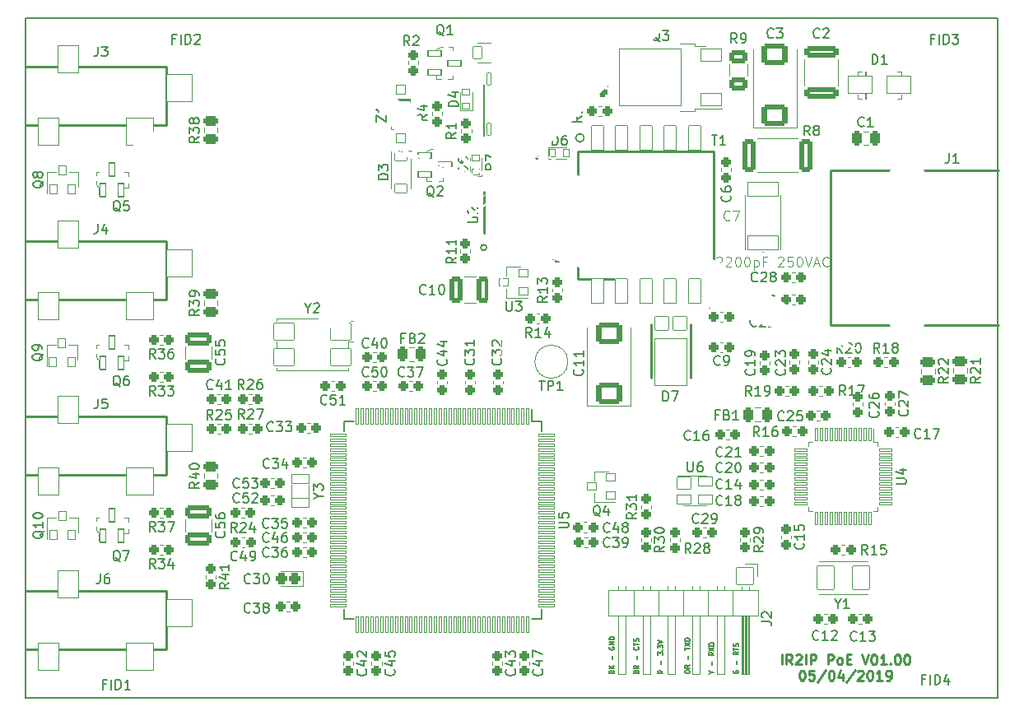
<source format=gbr>
%TF.GenerationSoftware,KiCad,Pcbnew,7.0.10*%
%TF.CreationDate,2025-02-13T15:15:04-06:00*%
%TF.ProjectId,IR2IP,49523249-502e-46b6-9963-61645f706362,rev?*%
%TF.SameCoordinates,PX55fe290PY8062360*%
%TF.FileFunction,Legend,Top*%
%TF.FilePolarity,Positive*%
%FSLAX46Y46*%
G04 Gerber Fmt 4.6, Leading zero omitted, Abs format (unit mm)*
G04 Created by KiCad (PCBNEW 7.0.10) date 2025-02-13 15:15:04*
%MOMM*%
%LPD*%
G01*
G04 APERTURE LIST*
G04 Aperture macros list*
%AMRoundRect*
0 Rectangle with rounded corners*
0 $1 Rounding radius*
0 $2 $3 $4 $5 $6 $7 $8 $9 X,Y pos of 4 corners*
0 Add a 4 corners polygon primitive as box body*
4,1,4,$2,$3,$4,$5,$6,$7,$8,$9,$2,$3,0*
0 Add four circle primitives for the rounded corners*
1,1,$1+$1,$2,$3*
1,1,$1+$1,$4,$5*
1,1,$1+$1,$6,$7*
1,1,$1+$1,$8,$9*
0 Add four rect primitives between the rounded corners*
20,1,$1+$1,$2,$3,$4,$5,0*
20,1,$1+$1,$4,$5,$6,$7,0*
20,1,$1+$1,$6,$7,$8,$9,0*
20,1,$1+$1,$8,$9,$2,$3,0*%
%AMFreePoly0*
4,1,81,0.311773,0.286235,0.321096,0.283206,0.330902,0.283206,0.353298,0.275929,0.361228,0.270166,0.370551,0.267138,0.389604,0.253295,0.395364,0.245364,0.403295,0.239604,0.417138,0.220551,0.420166,0.211228,0.425929,0.203298,0.433206,0.180902,0.433206,0.171096,0.436235,0.161774,0.438100,0.150000,0.438100,-0.150000,0.436235,-0.161773,0.417137,-0.220552,0.403297,-0.239603,
0.353297,-0.275930,0.338100,-0.280867,0.338100,-0.430000,0.336235,-0.441774,0.333206,-0.451096,0.333206,-0.460902,0.325929,-0.483298,0.320166,-0.491228,0.317138,-0.500551,0.303295,-0.519604,0.295364,-0.525364,0.289604,-0.533295,0.270551,-0.547138,0.261228,-0.550166,0.253298,-0.555929,0.230902,-0.563206,0.221096,-0.563206,0.211773,-0.566235,0.200000,-0.568100,-0.200000,-0.568100,
-0.211773,-0.566235,-0.221096,-0.563206,-0.230902,-0.563206,-0.253298,-0.555929,-0.261228,-0.550166,-0.270551,-0.547138,-0.289604,-0.533295,-0.295364,-0.525364,-0.303295,-0.519604,-0.317138,-0.500551,-0.320166,-0.491228,-0.325929,-0.483298,-0.333206,-0.460902,-0.333206,-0.451096,-0.336235,-0.441774,-0.338100,-0.430000,-0.338100,-0.280867,-0.353297,-0.275930,-0.403297,-0.239603,-0.417137,-0.220552,
-0.436235,-0.161773,-0.438100,-0.150000,-0.438100,0.150000,-0.436235,0.161774,-0.433206,0.171096,-0.433206,0.180902,-0.425929,0.203298,-0.420166,0.211228,-0.417138,0.220551,-0.403295,0.239604,-0.395364,0.245364,-0.389604,0.253295,-0.370551,0.267138,-0.361228,0.270166,-0.353298,0.275929,-0.330902,0.283206,-0.321096,0.283206,-0.311773,0.286235,-0.300000,0.288100,0.300000,0.288100,
0.311773,0.286235,0.311773,0.286235,$1*%
G04 Aperture macros list end*
%ADD10C,0.127000*%
%ADD11C,0.254000*%
%ADD12C,0.150000*%
%ADD13C,0.120000*%
%ADD14C,0.100000*%
%ADD15C,0.250000*%
%ADD16RoundRect,0.038100X-1.250000X-0.850000X1.250000X-0.850000X1.250000X0.850000X-1.250000X0.850000X0*%
%ADD17RoundRect,0.237800X-0.275300X0.237800X-0.275300X-0.237800X0.275300X-0.237800X0.275300X0.237800X0*%
%ADD18RoundRect,0.237800X-0.237800X-0.275300X0.237800X-0.275300X0.237800X0.275300X-0.237800X0.275300X0*%
%ADD19RoundRect,0.237800X0.237800X0.275300X-0.237800X0.275300X-0.237800X-0.275300X0.237800X-0.275300X0*%
%ADD20RoundRect,0.262800X0.262800X0.475300X-0.262800X0.475300X-0.262800X-0.475300X0.262800X-0.475300X0*%
%ADD21C,3.326200*%
%ADD22C,1.576200*%
%ADD23C,1.696200*%
%ADD24C,3.576200*%
%ADD25RoundRect,0.237800X0.275300X-0.237800X0.275300X0.237800X-0.275300X0.237800X-0.275300X-0.237800X0*%
%ADD26RoundRect,0.262800X-0.475300X0.262800X-0.475300X-0.262800X0.475300X-0.262800X0.475300X0.262800X0*%
%ADD27RoundRect,0.038100X-0.850000X-1.200000X0.850000X-1.200000X0.850000X1.200000X-0.850000X1.200000X0*%
%ADD28RoundRect,0.038100X-0.125000X0.650000X-0.125000X-0.650000X0.125000X-0.650000X0.125000X0.650000X0*%
%ADD29RoundRect,0.038100X-0.650000X-0.125000X0.650000X-0.125000X0.650000X0.125000X-0.650000X0.125000X0*%
%ADD30RoundRect,0.038100X0.450000X0.600000X-0.450000X0.600000X-0.450000X-0.600000X0.450000X-0.600000X0*%
%ADD31RoundRect,0.262800X-0.262800X-0.475300X0.262800X-0.475300X0.262800X0.475300X-0.262800X0.475300X0*%
%ADD32RoundRect,0.266933X1.471167X-0.333667X1.471167X0.333667X-1.471167X0.333667X-1.471167X-0.333667X0*%
%ADD33RoundRect,0.265240X-0.397860X-1.097860X0.397860X-1.097860X0.397860X1.097860X-0.397860X1.097860X0*%
%ADD34RoundRect,0.038100X-0.600000X0.450000X-0.600000X-0.450000X0.600000X-0.450000X0.600000X0.450000X0*%
%ADD35RoundRect,0.038100X-0.350000X0.300000X-0.350000X-0.300000X0.350000X-0.300000X0.350000X0.300000X0*%
%ADD36RoundRect,0.038100X0.300000X0.350000X-0.300000X0.350000X-0.300000X-0.350000X0.300000X-0.350000X0*%
%ADD37RoundRect,0.070000X-0.650000X-0.300000X0.650000X-0.300000X0.650000X0.300000X-0.650000X0.300000X0*%
%ADD38RoundRect,0.038100X0.200000X-0.600000X0.200000X0.600000X-0.200000X0.600000X-0.200000X-0.600000X0*%
%ADD39RoundRect,0.038100X-0.475000X0.450000X-0.475000X-0.450000X0.475000X-0.450000X0.475000X0.450000X0*%
%ADD40RoundRect,0.265240X-0.647860X0.397860X-0.647860X-0.397860X0.647860X-0.397860X0.647860X0.397860X0*%
%ADD41RoundRect,0.265240X-1.097860X0.397860X-1.097860X-0.397860X1.097860X-0.397860X1.097860X0.397860X0*%
%ADD42RoundRect,0.038100X-0.850000X0.850000X-0.850000X-0.850000X0.850000X-0.850000X0.850000X0.850000X0*%
%ADD43O,1.776200X1.776200*%
%ADD44C,1.776200*%
%ADD45RoundRect,0.038100X-1.100000X-1.400000X1.100000X-1.400000X1.100000X1.400000X-1.100000X1.400000X0*%
%ADD46RoundRect,0.038100X-1.400000X-1.400000X1.400000X-1.400000X1.400000X1.400000X-1.400000X1.400000X0*%
%ADD47RoundRect,0.038100X-1.300000X-1.400000X1.300000X-1.400000X1.300000X1.400000X-1.300000X1.400000X0*%
%ADD48RoundRect,0.038100X0.450000X0.400000X-0.450000X0.400000X-0.450000X-0.400000X0.450000X-0.400000X0*%
%ADD49RoundRect,0.038100X0.400000X-0.450000X0.400000X0.450000X-0.400000X0.450000X-0.400000X-0.450000X0*%
%ADD50RoundRect,0.262800X0.475300X-0.262800X0.475300X0.262800X-0.475300X0.262800X-0.475300X-0.262800X0*%
%ADD51RoundRect,0.038100X-0.150000X0.775000X-0.150000X-0.775000X0.150000X-0.775000X0.150000X0.775000X0*%
%ADD52RoundRect,0.038100X-0.775000X-0.150000X0.775000X-0.150000X0.775000X0.150000X-0.775000X0.150000X0*%
%ADD53RoundRect,0.038100X1.050000X0.850000X-1.050000X0.850000X-1.050000X-0.850000X1.050000X-0.850000X0*%
%ADD54RoundRect,0.038100X-0.900000X0.500000X-0.900000X-0.500000X0.900000X-0.500000X0.900000X0.500000X0*%
%ADD55RoundRect,0.038100X1.568500X-0.693500X1.568500X0.693500X-1.568500X0.693500X-1.568500X-0.693500X0*%
%ADD56FreePoly0,180.000000*%
%ADD57FreePoly0,0.000000*%
%ADD58RoundRect,0.264111X0.448989X1.448989X-0.448989X1.448989X-0.448989X-1.448989X0.448989X-1.448989X0*%
%ADD59RoundRect,0.038100X-0.610000X-1.270000X0.610000X-1.270000X0.610000X1.270000X-0.610000X1.270000X0*%
%ADD60RoundRect,0.038100X1.680000X2.430000X-1.680000X2.430000X-1.680000X-2.430000X1.680000X-2.430000X0*%
%ADD61RoundRect,0.038100X0.695000X0.700000X-0.695000X0.700000X-0.695000X-0.700000X0.695000X-0.700000X0*%
%ADD62RoundRect,0.038100X-0.700000X0.600000X-0.700000X-0.600000X0.700000X-0.600000X0.700000X0.600000X0*%
%ADD63RoundRect,0.038100X-0.700000X0.500000X-0.700000X-0.500000X0.700000X-0.500000X0.700000X0.500000X0*%
%ADD64RoundRect,0.259181X1.053919X-0.816419X1.053919X0.816419X-1.053919X0.816419X-1.053919X-0.816419X0*%
%ADD65RoundRect,0.268143X0.307457X0.294957X-0.307457X0.294957X-0.307457X-0.294957X0.307457X-0.294957X0*%
%ADD66RoundRect,0.038100X1.100000X0.600000X-1.100000X0.600000X-1.100000X-0.600000X1.100000X-0.600000X0*%
%ADD67RoundRect,0.038100X3.200000X2.900000X-3.200000X2.900000X-3.200000X-2.900000X3.200000X-2.900000X0*%
%ADD68C,2.540000*%
%ADD69RoundRect,0.070000X0.300000X-0.650000X0.300000X0.650000X-0.300000X0.650000X-0.300000X-0.650000X0*%
%ADD70C,3.076200*%
%ADD71C,3.251200*%
%TA.AperFunction,Profile*%
%ADD72C,0.150000*%
%TD*%
G04 APERTURE END LIST*
D10*
X62792311Y2743838D02*
X62816501Y2816410D01*
X62816501Y2816410D02*
X62840692Y2840600D01*
X62840692Y2840600D02*
X62889073Y2864791D01*
X62889073Y2864791D02*
X62961644Y2864791D01*
X62961644Y2864791D02*
X63010025Y2840600D01*
X63010025Y2840600D02*
X63034216Y2816410D01*
X63034216Y2816410D02*
X63058406Y2768029D01*
X63058406Y2768029D02*
X63058406Y2574505D01*
X63058406Y2574505D02*
X62550406Y2574505D01*
X62550406Y2574505D02*
X62550406Y2743838D01*
X62550406Y2743838D02*
X62574596Y2792219D01*
X62574596Y2792219D02*
X62598787Y2816410D01*
X62598787Y2816410D02*
X62647168Y2840600D01*
X62647168Y2840600D02*
X62695549Y2840600D01*
X62695549Y2840600D02*
X62743930Y2816410D01*
X62743930Y2816410D02*
X62768120Y2792219D01*
X62768120Y2792219D02*
X62792311Y2743838D01*
X62792311Y2743838D02*
X62792311Y2574505D01*
X63058406Y3372791D02*
X62816501Y3203457D01*
X63058406Y3082505D02*
X62550406Y3082505D01*
X62550406Y3082505D02*
X62550406Y3276029D01*
X62550406Y3276029D02*
X62574596Y3324410D01*
X62574596Y3324410D02*
X62598787Y3348600D01*
X62598787Y3348600D02*
X62647168Y3372791D01*
X62647168Y3372791D02*
X62719739Y3372791D01*
X62719739Y3372791D02*
X62768120Y3348600D01*
X62768120Y3348600D02*
X62792311Y3324410D01*
X62792311Y3324410D02*
X62816501Y3276029D01*
X62816501Y3276029D02*
X62816501Y3082505D01*
X62864882Y3977553D02*
X62864882Y4364600D01*
X63010025Y5283839D02*
X63034216Y5259648D01*
X63034216Y5259648D02*
X63058406Y5187077D01*
X63058406Y5187077D02*
X63058406Y5138696D01*
X63058406Y5138696D02*
X63034216Y5066124D01*
X63034216Y5066124D02*
X62985835Y5017743D01*
X62985835Y5017743D02*
X62937454Y4993553D01*
X62937454Y4993553D02*
X62840692Y4969362D01*
X62840692Y4969362D02*
X62768120Y4969362D01*
X62768120Y4969362D02*
X62671358Y4993553D01*
X62671358Y4993553D02*
X62622977Y5017743D01*
X62622977Y5017743D02*
X62574596Y5066124D01*
X62574596Y5066124D02*
X62550406Y5138696D01*
X62550406Y5138696D02*
X62550406Y5187077D01*
X62550406Y5187077D02*
X62574596Y5259648D01*
X62574596Y5259648D02*
X62598787Y5283839D01*
X62550406Y5428981D02*
X62550406Y5719267D01*
X63058406Y5574124D02*
X62550406Y5574124D01*
X63034216Y5864410D02*
X63058406Y5936982D01*
X63058406Y5936982D02*
X63058406Y6057934D01*
X63058406Y6057934D02*
X63034216Y6106315D01*
X63034216Y6106315D02*
X63010025Y6130506D01*
X63010025Y6130506D02*
X62961644Y6154696D01*
X62961644Y6154696D02*
X62913263Y6154696D01*
X62913263Y6154696D02*
X62864882Y6130506D01*
X62864882Y6130506D02*
X62840692Y6106315D01*
X62840692Y6106315D02*
X62816501Y6057934D01*
X62816501Y6057934D02*
X62792311Y5961172D01*
X62792311Y5961172D02*
X62768120Y5912791D01*
X62768120Y5912791D02*
X62743930Y5888601D01*
X62743930Y5888601D02*
X62695549Y5864410D01*
X62695549Y5864410D02*
X62647168Y5864410D01*
X62647168Y5864410D02*
X62598787Y5888601D01*
X62598787Y5888601D02*
X62574596Y5912791D01*
X62574596Y5912791D02*
X62550406Y5961172D01*
X62550406Y5961172D02*
X62550406Y6082125D01*
X62550406Y6082125D02*
X62574596Y6154696D01*
X65558406Y2864791D02*
X65316501Y2695457D01*
X65558406Y2574505D02*
X65050406Y2574505D01*
X65050406Y2574505D02*
X65050406Y2768029D01*
X65050406Y2768029D02*
X65074596Y2816410D01*
X65074596Y2816410D02*
X65098787Y2840600D01*
X65098787Y2840600D02*
X65147168Y2864791D01*
X65147168Y2864791D02*
X65219739Y2864791D01*
X65219739Y2864791D02*
X65268120Y2840600D01*
X65268120Y2840600D02*
X65292311Y2816410D01*
X65292311Y2816410D02*
X65316501Y2768029D01*
X65316501Y2768029D02*
X65316501Y2574505D01*
X65364882Y3469553D02*
X65364882Y3856600D01*
X65050406Y4437172D02*
X65050406Y4751648D01*
X65050406Y4751648D02*
X65243930Y4582315D01*
X65243930Y4582315D02*
X65243930Y4654886D01*
X65243930Y4654886D02*
X65268120Y4703267D01*
X65268120Y4703267D02*
X65292311Y4727458D01*
X65292311Y4727458D02*
X65340692Y4751648D01*
X65340692Y4751648D02*
X65461644Y4751648D01*
X65461644Y4751648D02*
X65510025Y4727458D01*
X65510025Y4727458D02*
X65534216Y4703267D01*
X65534216Y4703267D02*
X65558406Y4654886D01*
X65558406Y4654886D02*
X65558406Y4509743D01*
X65558406Y4509743D02*
X65534216Y4461362D01*
X65534216Y4461362D02*
X65510025Y4437172D01*
X65510025Y4969363D02*
X65534216Y4993553D01*
X65534216Y4993553D02*
X65558406Y4969363D01*
X65558406Y4969363D02*
X65534216Y4945172D01*
X65534216Y4945172D02*
X65510025Y4969363D01*
X65510025Y4969363D02*
X65558406Y4969363D01*
X65050406Y5162887D02*
X65050406Y5477363D01*
X65050406Y5477363D02*
X65243930Y5308030D01*
X65243930Y5308030D02*
X65243930Y5380601D01*
X65243930Y5380601D02*
X65268120Y5428982D01*
X65268120Y5428982D02*
X65292311Y5453173D01*
X65292311Y5453173D02*
X65340692Y5477363D01*
X65340692Y5477363D02*
X65461644Y5477363D01*
X65461644Y5477363D02*
X65510025Y5453173D01*
X65510025Y5453173D02*
X65534216Y5428982D01*
X65534216Y5428982D02*
X65558406Y5380601D01*
X65558406Y5380601D02*
X65558406Y5235458D01*
X65558406Y5235458D02*
X65534216Y5187077D01*
X65534216Y5187077D02*
X65510025Y5162887D01*
X65050406Y5622506D02*
X65558406Y5791840D01*
X65558406Y5791840D02*
X65050406Y5961173D01*
X67800406Y2671267D02*
X67800406Y2768029D01*
X67800406Y2768029D02*
X67824596Y2816410D01*
X67824596Y2816410D02*
X67872977Y2864791D01*
X67872977Y2864791D02*
X67969739Y2888981D01*
X67969739Y2888981D02*
X68139073Y2888981D01*
X68139073Y2888981D02*
X68235835Y2864791D01*
X68235835Y2864791D02*
X68284216Y2816410D01*
X68284216Y2816410D02*
X68308406Y2768029D01*
X68308406Y2768029D02*
X68308406Y2671267D01*
X68308406Y2671267D02*
X68284216Y2622886D01*
X68284216Y2622886D02*
X68235835Y2574505D01*
X68235835Y2574505D02*
X68139073Y2550314D01*
X68139073Y2550314D02*
X67969739Y2550314D01*
X67969739Y2550314D02*
X67872977Y2574505D01*
X67872977Y2574505D02*
X67824596Y2622886D01*
X67824596Y2622886D02*
X67800406Y2671267D01*
X68308406Y3396981D02*
X68066501Y3227647D01*
X68308406Y3106695D02*
X67800406Y3106695D01*
X67800406Y3106695D02*
X67800406Y3300219D01*
X67800406Y3300219D02*
X67824596Y3348600D01*
X67824596Y3348600D02*
X67848787Y3372790D01*
X67848787Y3372790D02*
X67897168Y3396981D01*
X67897168Y3396981D02*
X67969739Y3396981D01*
X67969739Y3396981D02*
X68018120Y3372790D01*
X68018120Y3372790D02*
X68042311Y3348600D01*
X68042311Y3348600D02*
X68066501Y3300219D01*
X68066501Y3300219D02*
X68066501Y3106695D01*
X68114882Y4001743D02*
X68114882Y4388790D01*
X67800406Y4945171D02*
X67800406Y5235457D01*
X68308406Y5090314D02*
X67800406Y5090314D01*
X67800406Y5356410D02*
X68308406Y5695077D01*
X67800406Y5695077D02*
X68308406Y5356410D01*
X68308406Y5888601D02*
X67800406Y5888601D01*
X67800406Y5888601D02*
X67800406Y6009553D01*
X67800406Y6009553D02*
X67824596Y6082125D01*
X67824596Y6082125D02*
X67872977Y6130506D01*
X67872977Y6130506D02*
X67921358Y6154696D01*
X67921358Y6154696D02*
X68018120Y6178887D01*
X68018120Y6178887D02*
X68090692Y6178887D01*
X68090692Y6178887D02*
X68187454Y6154696D01*
X68187454Y6154696D02*
X68235835Y6130506D01*
X68235835Y6130506D02*
X68284216Y6082125D01*
X68284216Y6082125D02*
X68308406Y6009553D01*
X68308406Y6009553D02*
X68308406Y5888601D01*
X70566501Y2671267D02*
X70808406Y2671267D01*
X70300406Y2501933D02*
X70566501Y2671267D01*
X70566501Y2671267D02*
X70300406Y2840600D01*
X70614882Y3396982D02*
X70614882Y3784029D01*
X70808406Y4703268D02*
X70566501Y4533934D01*
X70808406Y4412982D02*
X70300406Y4412982D01*
X70300406Y4412982D02*
X70300406Y4606506D01*
X70300406Y4606506D02*
X70324596Y4654887D01*
X70324596Y4654887D02*
X70348787Y4679077D01*
X70348787Y4679077D02*
X70397168Y4703268D01*
X70397168Y4703268D02*
X70469739Y4703268D01*
X70469739Y4703268D02*
X70518120Y4679077D01*
X70518120Y4679077D02*
X70542311Y4654887D01*
X70542311Y4654887D02*
X70566501Y4606506D01*
X70566501Y4606506D02*
X70566501Y4412982D01*
X70300406Y4872601D02*
X70808406Y5211268D01*
X70300406Y5211268D02*
X70808406Y4872601D01*
X70808406Y5404792D02*
X70300406Y5404792D01*
X70300406Y5404792D02*
X70300406Y5525744D01*
X70300406Y5525744D02*
X70324596Y5598316D01*
X70324596Y5598316D02*
X70372977Y5646697D01*
X70372977Y5646697D02*
X70421358Y5670887D01*
X70421358Y5670887D02*
X70518120Y5695078D01*
X70518120Y5695078D02*
X70590692Y5695078D01*
X70590692Y5695078D02*
X70687454Y5670887D01*
X70687454Y5670887D02*
X70735835Y5646697D01*
X70735835Y5646697D02*
X70784216Y5598316D01*
X70784216Y5598316D02*
X70808406Y5525744D01*
X70808406Y5525744D02*
X70808406Y5404792D01*
X72824596Y2840600D02*
X72800406Y2792219D01*
X72800406Y2792219D02*
X72800406Y2719648D01*
X72800406Y2719648D02*
X72824596Y2647076D01*
X72824596Y2647076D02*
X72872977Y2598695D01*
X72872977Y2598695D02*
X72921358Y2574505D01*
X72921358Y2574505D02*
X73018120Y2550314D01*
X73018120Y2550314D02*
X73090692Y2550314D01*
X73090692Y2550314D02*
X73187454Y2574505D01*
X73187454Y2574505D02*
X73235835Y2598695D01*
X73235835Y2598695D02*
X73284216Y2647076D01*
X73284216Y2647076D02*
X73308406Y2719648D01*
X73308406Y2719648D02*
X73308406Y2768029D01*
X73308406Y2768029D02*
X73284216Y2840600D01*
X73284216Y2840600D02*
X73260025Y2864791D01*
X73260025Y2864791D02*
X73090692Y2864791D01*
X73090692Y2864791D02*
X73090692Y2768029D01*
X73114882Y3469553D02*
X73114882Y3856600D01*
X73308406Y4775839D02*
X73066501Y4606505D01*
X73308406Y4485553D02*
X72800406Y4485553D01*
X72800406Y4485553D02*
X72800406Y4679077D01*
X72800406Y4679077D02*
X72824596Y4727458D01*
X72824596Y4727458D02*
X72848787Y4751648D01*
X72848787Y4751648D02*
X72897168Y4775839D01*
X72897168Y4775839D02*
X72969739Y4775839D01*
X72969739Y4775839D02*
X73018120Y4751648D01*
X73018120Y4751648D02*
X73042311Y4727458D01*
X73042311Y4727458D02*
X73066501Y4679077D01*
X73066501Y4679077D02*
X73066501Y4485553D01*
X72800406Y4920981D02*
X72800406Y5211267D01*
X73308406Y5066124D02*
X72800406Y5066124D01*
X73284216Y5356410D02*
X73308406Y5428982D01*
X73308406Y5428982D02*
X73308406Y5549934D01*
X73308406Y5549934D02*
X73284216Y5598315D01*
X73284216Y5598315D02*
X73260025Y5622506D01*
X73260025Y5622506D02*
X73211644Y5646696D01*
X73211644Y5646696D02*
X73163263Y5646696D01*
X73163263Y5646696D02*
X73114882Y5622506D01*
X73114882Y5622506D02*
X73090692Y5598315D01*
X73090692Y5598315D02*
X73066501Y5549934D01*
X73066501Y5549934D02*
X73042311Y5453172D01*
X73042311Y5453172D02*
X73018120Y5404791D01*
X73018120Y5404791D02*
X72993930Y5380601D01*
X72993930Y5380601D02*
X72945549Y5356410D01*
X72945549Y5356410D02*
X72897168Y5356410D01*
X72897168Y5356410D02*
X72848787Y5380601D01*
X72848787Y5380601D02*
X72824596Y5404791D01*
X72824596Y5404791D02*
X72800406Y5453172D01*
X72800406Y5453172D02*
X72800406Y5574125D01*
X72800406Y5574125D02*
X72824596Y5646696D01*
D11*
X77774380Y3481068D02*
X77774380Y4497068D01*
X78838762Y3481068D02*
X78500095Y3964877D01*
X78258190Y3481068D02*
X78258190Y4497068D01*
X78258190Y4497068D02*
X78645238Y4497068D01*
X78645238Y4497068D02*
X78742000Y4448687D01*
X78742000Y4448687D02*
X78790381Y4400306D01*
X78790381Y4400306D02*
X78838762Y4303544D01*
X78838762Y4303544D02*
X78838762Y4158401D01*
X78838762Y4158401D02*
X78790381Y4061639D01*
X78790381Y4061639D02*
X78742000Y4013258D01*
X78742000Y4013258D02*
X78645238Y3964877D01*
X78645238Y3964877D02*
X78258190Y3964877D01*
X79225809Y4400306D02*
X79274190Y4448687D01*
X79274190Y4448687D02*
X79370952Y4497068D01*
X79370952Y4497068D02*
X79612857Y4497068D01*
X79612857Y4497068D02*
X79709619Y4448687D01*
X79709619Y4448687D02*
X79758000Y4400306D01*
X79758000Y4400306D02*
X79806381Y4303544D01*
X79806381Y4303544D02*
X79806381Y4206782D01*
X79806381Y4206782D02*
X79758000Y4061639D01*
X79758000Y4061639D02*
X79177428Y3481068D01*
X79177428Y3481068D02*
X79806381Y3481068D01*
X80241809Y3481068D02*
X80241809Y4497068D01*
X80725619Y3481068D02*
X80725619Y4497068D01*
X80725619Y4497068D02*
X81112667Y4497068D01*
X81112667Y4497068D02*
X81209429Y4448687D01*
X81209429Y4448687D02*
X81257810Y4400306D01*
X81257810Y4400306D02*
X81306191Y4303544D01*
X81306191Y4303544D02*
X81306191Y4158401D01*
X81306191Y4158401D02*
X81257810Y4061639D01*
X81257810Y4061639D02*
X81209429Y4013258D01*
X81209429Y4013258D02*
X81112667Y3964877D01*
X81112667Y3964877D02*
X80725619Y3964877D01*
X82515714Y3481068D02*
X82515714Y4497068D01*
X82515714Y4497068D02*
X82902762Y4497068D01*
X82902762Y4497068D02*
X82999524Y4448687D01*
X82999524Y4448687D02*
X83047905Y4400306D01*
X83047905Y4400306D02*
X83096286Y4303544D01*
X83096286Y4303544D02*
X83096286Y4158401D01*
X83096286Y4158401D02*
X83047905Y4061639D01*
X83047905Y4061639D02*
X82999524Y4013258D01*
X82999524Y4013258D02*
X82902762Y3964877D01*
X82902762Y3964877D02*
X82515714Y3964877D01*
X83676857Y3481068D02*
X83580095Y3529448D01*
X83580095Y3529448D02*
X83531714Y3577829D01*
X83531714Y3577829D02*
X83483333Y3674591D01*
X83483333Y3674591D02*
X83483333Y3964877D01*
X83483333Y3964877D02*
X83531714Y4061639D01*
X83531714Y4061639D02*
X83580095Y4110020D01*
X83580095Y4110020D02*
X83676857Y4158401D01*
X83676857Y4158401D02*
X83822000Y4158401D01*
X83822000Y4158401D02*
X83918762Y4110020D01*
X83918762Y4110020D02*
X83967143Y4061639D01*
X83967143Y4061639D02*
X84015524Y3964877D01*
X84015524Y3964877D02*
X84015524Y3674591D01*
X84015524Y3674591D02*
X83967143Y3577829D01*
X83967143Y3577829D02*
X83918762Y3529448D01*
X83918762Y3529448D02*
X83822000Y3481068D01*
X83822000Y3481068D02*
X83676857Y3481068D01*
X84450952Y4013258D02*
X84789619Y4013258D01*
X84934762Y3481068D02*
X84450952Y3481068D01*
X84450952Y3481068D02*
X84450952Y4497068D01*
X84450952Y4497068D02*
X84934762Y4497068D01*
X85999142Y4497068D02*
X86337809Y3481068D01*
X86337809Y3481068D02*
X86676476Y4497068D01*
X87208666Y4497068D02*
X87305428Y4497068D01*
X87305428Y4497068D02*
X87402190Y4448687D01*
X87402190Y4448687D02*
X87450571Y4400306D01*
X87450571Y4400306D02*
X87498952Y4303544D01*
X87498952Y4303544D02*
X87547333Y4110020D01*
X87547333Y4110020D02*
X87547333Y3868115D01*
X87547333Y3868115D02*
X87498952Y3674591D01*
X87498952Y3674591D02*
X87450571Y3577829D01*
X87450571Y3577829D02*
X87402190Y3529448D01*
X87402190Y3529448D02*
X87305428Y3481068D01*
X87305428Y3481068D02*
X87208666Y3481068D01*
X87208666Y3481068D02*
X87111904Y3529448D01*
X87111904Y3529448D02*
X87063523Y3577829D01*
X87063523Y3577829D02*
X87015142Y3674591D01*
X87015142Y3674591D02*
X86966761Y3868115D01*
X86966761Y3868115D02*
X86966761Y4110020D01*
X86966761Y4110020D02*
X87015142Y4303544D01*
X87015142Y4303544D02*
X87063523Y4400306D01*
X87063523Y4400306D02*
X87111904Y4448687D01*
X87111904Y4448687D02*
X87208666Y4497068D01*
X88514952Y3481068D02*
X87934380Y3481068D01*
X88224666Y3481068D02*
X88224666Y4497068D01*
X88224666Y4497068D02*
X88127904Y4351925D01*
X88127904Y4351925D02*
X88031142Y4255163D01*
X88031142Y4255163D02*
X87934380Y4206782D01*
X88950380Y3577829D02*
X88998761Y3529448D01*
X88998761Y3529448D02*
X88950380Y3481068D01*
X88950380Y3481068D02*
X88901999Y3529448D01*
X88901999Y3529448D02*
X88950380Y3577829D01*
X88950380Y3577829D02*
X88950380Y3481068D01*
X89627714Y4497068D02*
X89724476Y4497068D01*
X89724476Y4497068D02*
X89821238Y4448687D01*
X89821238Y4448687D02*
X89869619Y4400306D01*
X89869619Y4400306D02*
X89918000Y4303544D01*
X89918000Y4303544D02*
X89966381Y4110020D01*
X89966381Y4110020D02*
X89966381Y3868115D01*
X89966381Y3868115D02*
X89918000Y3674591D01*
X89918000Y3674591D02*
X89869619Y3577829D01*
X89869619Y3577829D02*
X89821238Y3529448D01*
X89821238Y3529448D02*
X89724476Y3481068D01*
X89724476Y3481068D02*
X89627714Y3481068D01*
X89627714Y3481068D02*
X89530952Y3529448D01*
X89530952Y3529448D02*
X89482571Y3577829D01*
X89482571Y3577829D02*
X89434190Y3674591D01*
X89434190Y3674591D02*
X89385809Y3868115D01*
X89385809Y3868115D02*
X89385809Y4110020D01*
X89385809Y4110020D02*
X89434190Y4303544D01*
X89434190Y4303544D02*
X89482571Y4400306D01*
X89482571Y4400306D02*
X89530952Y4448687D01*
X89530952Y4448687D02*
X89627714Y4497068D01*
X90595333Y4497068D02*
X90692095Y4497068D01*
X90692095Y4497068D02*
X90788857Y4448687D01*
X90788857Y4448687D02*
X90837238Y4400306D01*
X90837238Y4400306D02*
X90885619Y4303544D01*
X90885619Y4303544D02*
X90934000Y4110020D01*
X90934000Y4110020D02*
X90934000Y3868115D01*
X90934000Y3868115D02*
X90885619Y3674591D01*
X90885619Y3674591D02*
X90837238Y3577829D01*
X90837238Y3577829D02*
X90788857Y3529448D01*
X90788857Y3529448D02*
X90692095Y3481068D01*
X90692095Y3481068D02*
X90595333Y3481068D01*
X90595333Y3481068D02*
X90498571Y3529448D01*
X90498571Y3529448D02*
X90450190Y3577829D01*
X90450190Y3577829D02*
X90401809Y3674591D01*
X90401809Y3674591D02*
X90353428Y3868115D01*
X90353428Y3868115D02*
X90353428Y4110020D01*
X90353428Y4110020D02*
X90401809Y4303544D01*
X90401809Y4303544D02*
X90450190Y4400306D01*
X90450190Y4400306D02*
X90498571Y4448687D01*
X90498571Y4448687D02*
X90595333Y4497068D01*
X79830571Y2861308D02*
X79927333Y2861308D01*
X79927333Y2861308D02*
X80024095Y2812927D01*
X80024095Y2812927D02*
X80072476Y2764546D01*
X80072476Y2764546D02*
X80120857Y2667784D01*
X80120857Y2667784D02*
X80169238Y2474260D01*
X80169238Y2474260D02*
X80169238Y2232355D01*
X80169238Y2232355D02*
X80120857Y2038831D01*
X80120857Y2038831D02*
X80072476Y1942069D01*
X80072476Y1942069D02*
X80024095Y1893688D01*
X80024095Y1893688D02*
X79927333Y1845308D01*
X79927333Y1845308D02*
X79830571Y1845308D01*
X79830571Y1845308D02*
X79733809Y1893688D01*
X79733809Y1893688D02*
X79685428Y1942069D01*
X79685428Y1942069D02*
X79637047Y2038831D01*
X79637047Y2038831D02*
X79588666Y2232355D01*
X79588666Y2232355D02*
X79588666Y2474260D01*
X79588666Y2474260D02*
X79637047Y2667784D01*
X79637047Y2667784D02*
X79685428Y2764546D01*
X79685428Y2764546D02*
X79733809Y2812927D01*
X79733809Y2812927D02*
X79830571Y2861308D01*
X81088476Y2861308D02*
X80604666Y2861308D01*
X80604666Y2861308D02*
X80556285Y2377498D01*
X80556285Y2377498D02*
X80604666Y2425879D01*
X80604666Y2425879D02*
X80701428Y2474260D01*
X80701428Y2474260D02*
X80943333Y2474260D01*
X80943333Y2474260D02*
X81040095Y2425879D01*
X81040095Y2425879D02*
X81088476Y2377498D01*
X81088476Y2377498D02*
X81136857Y2280736D01*
X81136857Y2280736D02*
X81136857Y2038831D01*
X81136857Y2038831D02*
X81088476Y1942069D01*
X81088476Y1942069D02*
X81040095Y1893688D01*
X81040095Y1893688D02*
X80943333Y1845308D01*
X80943333Y1845308D02*
X80701428Y1845308D01*
X80701428Y1845308D02*
X80604666Y1893688D01*
X80604666Y1893688D02*
X80556285Y1942069D01*
X82298000Y2909688D02*
X81427142Y1603403D01*
X82830190Y2861308D02*
X82926952Y2861308D01*
X82926952Y2861308D02*
X83023714Y2812927D01*
X83023714Y2812927D02*
X83072095Y2764546D01*
X83072095Y2764546D02*
X83120476Y2667784D01*
X83120476Y2667784D02*
X83168857Y2474260D01*
X83168857Y2474260D02*
X83168857Y2232355D01*
X83168857Y2232355D02*
X83120476Y2038831D01*
X83120476Y2038831D02*
X83072095Y1942069D01*
X83072095Y1942069D02*
X83023714Y1893688D01*
X83023714Y1893688D02*
X82926952Y1845308D01*
X82926952Y1845308D02*
X82830190Y1845308D01*
X82830190Y1845308D02*
X82733428Y1893688D01*
X82733428Y1893688D02*
X82685047Y1942069D01*
X82685047Y1942069D02*
X82636666Y2038831D01*
X82636666Y2038831D02*
X82588285Y2232355D01*
X82588285Y2232355D02*
X82588285Y2474260D01*
X82588285Y2474260D02*
X82636666Y2667784D01*
X82636666Y2667784D02*
X82685047Y2764546D01*
X82685047Y2764546D02*
X82733428Y2812927D01*
X82733428Y2812927D02*
X82830190Y2861308D01*
X84039714Y2522641D02*
X84039714Y1845308D01*
X83797809Y2909688D02*
X83555904Y2183974D01*
X83555904Y2183974D02*
X84184857Y2183974D01*
X85297619Y2909688D02*
X84426761Y1603403D01*
X85587904Y2764546D02*
X85636285Y2812927D01*
X85636285Y2812927D02*
X85733047Y2861308D01*
X85733047Y2861308D02*
X85974952Y2861308D01*
X85974952Y2861308D02*
X86071714Y2812927D01*
X86071714Y2812927D02*
X86120095Y2764546D01*
X86120095Y2764546D02*
X86168476Y2667784D01*
X86168476Y2667784D02*
X86168476Y2571022D01*
X86168476Y2571022D02*
X86120095Y2425879D01*
X86120095Y2425879D02*
X85539523Y1845308D01*
X85539523Y1845308D02*
X86168476Y1845308D01*
X86797428Y2861308D02*
X86894190Y2861308D01*
X86894190Y2861308D02*
X86990952Y2812927D01*
X86990952Y2812927D02*
X87039333Y2764546D01*
X87039333Y2764546D02*
X87087714Y2667784D01*
X87087714Y2667784D02*
X87136095Y2474260D01*
X87136095Y2474260D02*
X87136095Y2232355D01*
X87136095Y2232355D02*
X87087714Y2038831D01*
X87087714Y2038831D02*
X87039333Y1942069D01*
X87039333Y1942069D02*
X86990952Y1893688D01*
X86990952Y1893688D02*
X86894190Y1845308D01*
X86894190Y1845308D02*
X86797428Y1845308D01*
X86797428Y1845308D02*
X86700666Y1893688D01*
X86700666Y1893688D02*
X86652285Y1942069D01*
X86652285Y1942069D02*
X86603904Y2038831D01*
X86603904Y2038831D02*
X86555523Y2232355D01*
X86555523Y2232355D02*
X86555523Y2474260D01*
X86555523Y2474260D02*
X86603904Y2667784D01*
X86603904Y2667784D02*
X86652285Y2764546D01*
X86652285Y2764546D02*
X86700666Y2812927D01*
X86700666Y2812927D02*
X86797428Y2861308D01*
X88103714Y1845308D02*
X87523142Y1845308D01*
X87813428Y1845308D02*
X87813428Y2861308D01*
X87813428Y2861308D02*
X87716666Y2716165D01*
X87716666Y2716165D02*
X87619904Y2619403D01*
X87619904Y2619403D02*
X87523142Y2571022D01*
X88587523Y1845308D02*
X88781047Y1845308D01*
X88781047Y1845308D02*
X88877809Y1893688D01*
X88877809Y1893688D02*
X88926190Y1942069D01*
X88926190Y1942069D02*
X89022952Y2087212D01*
X89022952Y2087212D02*
X89071333Y2280736D01*
X89071333Y2280736D02*
X89071333Y2667784D01*
X89071333Y2667784D02*
X89022952Y2764546D01*
X89022952Y2764546D02*
X88974571Y2812927D01*
X88974571Y2812927D02*
X88877809Y2861308D01*
X88877809Y2861308D02*
X88684285Y2861308D01*
X88684285Y2861308D02*
X88587523Y2812927D01*
X88587523Y2812927D02*
X88539142Y2764546D01*
X88539142Y2764546D02*
X88490761Y2667784D01*
X88490761Y2667784D02*
X88490761Y2425879D01*
X88490761Y2425879D02*
X88539142Y2329117D01*
X88539142Y2329117D02*
X88587523Y2280736D01*
X88587523Y2280736D02*
X88684285Y2232355D01*
X88684285Y2232355D02*
X88877809Y2232355D01*
X88877809Y2232355D02*
X88974571Y2280736D01*
X88974571Y2280736D02*
X89022952Y2329117D01*
X89022952Y2329117D02*
X89071333Y2425879D01*
D10*
X60292311Y2743838D02*
X60316501Y2816410D01*
X60316501Y2816410D02*
X60340692Y2840600D01*
X60340692Y2840600D02*
X60389073Y2864791D01*
X60389073Y2864791D02*
X60461644Y2864791D01*
X60461644Y2864791D02*
X60510025Y2840600D01*
X60510025Y2840600D02*
X60534216Y2816410D01*
X60534216Y2816410D02*
X60558406Y2768029D01*
X60558406Y2768029D02*
X60558406Y2574505D01*
X60558406Y2574505D02*
X60050406Y2574505D01*
X60050406Y2574505D02*
X60050406Y2743838D01*
X60050406Y2743838D02*
X60074596Y2792219D01*
X60074596Y2792219D02*
X60098787Y2816410D01*
X60098787Y2816410D02*
X60147168Y2840600D01*
X60147168Y2840600D02*
X60195549Y2840600D01*
X60195549Y2840600D02*
X60243930Y2816410D01*
X60243930Y2816410D02*
X60268120Y2792219D01*
X60268120Y2792219D02*
X60292311Y2743838D01*
X60292311Y2743838D02*
X60292311Y2574505D01*
X60558406Y3082505D02*
X60050406Y3082505D01*
X60558406Y3372791D02*
X60268120Y3155076D01*
X60050406Y3372791D02*
X60340692Y3082505D01*
X60364882Y3977553D02*
X60364882Y4364600D01*
X60074596Y5259648D02*
X60050406Y5211267D01*
X60050406Y5211267D02*
X60050406Y5138696D01*
X60050406Y5138696D02*
X60074596Y5066124D01*
X60074596Y5066124D02*
X60122977Y5017743D01*
X60122977Y5017743D02*
X60171358Y4993553D01*
X60171358Y4993553D02*
X60268120Y4969362D01*
X60268120Y4969362D02*
X60340692Y4969362D01*
X60340692Y4969362D02*
X60437454Y4993553D01*
X60437454Y4993553D02*
X60485835Y5017743D01*
X60485835Y5017743D02*
X60534216Y5066124D01*
X60534216Y5066124D02*
X60558406Y5138696D01*
X60558406Y5138696D02*
X60558406Y5187077D01*
X60558406Y5187077D02*
X60534216Y5259648D01*
X60534216Y5259648D02*
X60510025Y5283839D01*
X60510025Y5283839D02*
X60340692Y5283839D01*
X60340692Y5283839D02*
X60340692Y5187077D01*
X60558406Y5501553D02*
X60050406Y5501553D01*
X60050406Y5501553D02*
X60558406Y5791839D01*
X60558406Y5791839D02*
X60050406Y5791839D01*
X60558406Y6033743D02*
X60050406Y6033743D01*
X60050406Y6033743D02*
X60050406Y6154695D01*
X60050406Y6154695D02*
X60074596Y6227267D01*
X60074596Y6227267D02*
X60122977Y6275648D01*
X60122977Y6275648D02*
X60171358Y6299838D01*
X60171358Y6299838D02*
X60268120Y6324029D01*
X60268120Y6324029D02*
X60340692Y6324029D01*
X60340692Y6324029D02*
X60437454Y6299838D01*
X60437454Y6299838D02*
X60485835Y6275648D01*
X60485835Y6275648D02*
X60534216Y6227267D01*
X60534216Y6227267D02*
X60558406Y6154695D01*
X60558406Y6154695D02*
X60558406Y6033743D01*
D12*
X87091905Y65245181D02*
X87091905Y66245181D01*
X87091905Y66245181D02*
X87330000Y66245181D01*
X87330000Y66245181D02*
X87472857Y66197562D01*
X87472857Y66197562D02*
X87568095Y66102324D01*
X87568095Y66102324D02*
X87615714Y66007086D01*
X87615714Y66007086D02*
X87663333Y65816610D01*
X87663333Y65816610D02*
X87663333Y65673753D01*
X87663333Y65673753D02*
X87615714Y65483277D01*
X87615714Y65483277D02*
X87568095Y65388039D01*
X87568095Y65388039D02*
X87472857Y65292800D01*
X87472857Y65292800D02*
X87330000Y65245181D01*
X87330000Y65245181D02*
X87091905Y65245181D01*
X88615714Y65245181D02*
X88044286Y65245181D01*
X88330000Y65245181D02*
X88330000Y66245181D01*
X88330000Y66245181D02*
X88234762Y66102324D01*
X88234762Y66102324D02*
X88139524Y66007086D01*
X88139524Y66007086D02*
X88044286Y65959467D01*
X48284819Y54953334D02*
X47808628Y54620001D01*
X48284819Y54381906D02*
X47284819Y54381906D01*
X47284819Y54381906D02*
X47284819Y54762858D01*
X47284819Y54762858D02*
X47332438Y54858096D01*
X47332438Y54858096D02*
X47380057Y54905715D01*
X47380057Y54905715D02*
X47475295Y54953334D01*
X47475295Y54953334D02*
X47618152Y54953334D01*
X47618152Y54953334D02*
X47713390Y54905715D01*
X47713390Y54905715D02*
X47761009Y54858096D01*
X47761009Y54858096D02*
X47808628Y54762858D01*
X47808628Y54762858D02*
X47808628Y54381906D01*
X47284819Y55286668D02*
X47284819Y55953334D01*
X47284819Y55953334D02*
X48284819Y55524763D01*
X85463142Y5990420D02*
X85415523Y5942800D01*
X85415523Y5942800D02*
X85272666Y5895181D01*
X85272666Y5895181D02*
X85177428Y5895181D01*
X85177428Y5895181D02*
X85034571Y5942800D01*
X85034571Y5942800D02*
X84939333Y6038039D01*
X84939333Y6038039D02*
X84891714Y6133277D01*
X84891714Y6133277D02*
X84844095Y6323753D01*
X84844095Y6323753D02*
X84844095Y6466610D01*
X84844095Y6466610D02*
X84891714Y6657086D01*
X84891714Y6657086D02*
X84939333Y6752324D01*
X84939333Y6752324D02*
X85034571Y6847562D01*
X85034571Y6847562D02*
X85177428Y6895181D01*
X85177428Y6895181D02*
X85272666Y6895181D01*
X85272666Y6895181D02*
X85415523Y6847562D01*
X85415523Y6847562D02*
X85463142Y6799943D01*
X86415523Y5895181D02*
X85844095Y5895181D01*
X86129809Y5895181D02*
X86129809Y6895181D01*
X86129809Y6895181D02*
X86034571Y6752324D01*
X86034571Y6752324D02*
X85939333Y6657086D01*
X85939333Y6657086D02*
X85844095Y6609467D01*
X86748857Y6895181D02*
X87367904Y6895181D01*
X87367904Y6895181D02*
X87034571Y6514229D01*
X87034571Y6514229D02*
X87177428Y6514229D01*
X87177428Y6514229D02*
X87272666Y6466610D01*
X87272666Y6466610D02*
X87320285Y6418991D01*
X87320285Y6418991D02*
X87367904Y6323753D01*
X87367904Y6323753D02*
X87367904Y6085658D01*
X87367904Y6085658D02*
X87320285Y5990420D01*
X87320285Y5990420D02*
X87272666Y5942800D01*
X87272666Y5942800D02*
X87177428Y5895181D01*
X87177428Y5895181D02*
X86891714Y5895181D01*
X86891714Y5895181D02*
X86796476Y5942800D01*
X86796476Y5942800D02*
X86748857Y5990420D01*
X79989580Y15945143D02*
X80037200Y15897524D01*
X80037200Y15897524D02*
X80084819Y15754667D01*
X80084819Y15754667D02*
X80084819Y15659429D01*
X80084819Y15659429D02*
X80037200Y15516572D01*
X80037200Y15516572D02*
X79941961Y15421334D01*
X79941961Y15421334D02*
X79846723Y15373715D01*
X79846723Y15373715D02*
X79656247Y15326096D01*
X79656247Y15326096D02*
X79513390Y15326096D01*
X79513390Y15326096D02*
X79322914Y15373715D01*
X79322914Y15373715D02*
X79227676Y15421334D01*
X79227676Y15421334D02*
X79132438Y15516572D01*
X79132438Y15516572D02*
X79084819Y15659429D01*
X79084819Y15659429D02*
X79084819Y15754667D01*
X79084819Y15754667D02*
X79132438Y15897524D01*
X79132438Y15897524D02*
X79180057Y15945143D01*
X80084819Y16897524D02*
X80084819Y16326096D01*
X80084819Y16611810D02*
X79084819Y16611810D01*
X79084819Y16611810D02*
X79227676Y16516572D01*
X79227676Y16516572D02*
X79322914Y16421334D01*
X79322914Y16421334D02*
X79370533Y16326096D01*
X79084819Y17802286D02*
X79084819Y17326096D01*
X79084819Y17326096D02*
X79561009Y17278477D01*
X79561009Y17278477D02*
X79513390Y17326096D01*
X79513390Y17326096D02*
X79465771Y17421334D01*
X79465771Y17421334D02*
X79465771Y17659429D01*
X79465771Y17659429D02*
X79513390Y17754667D01*
X79513390Y17754667D02*
X79561009Y17802286D01*
X79561009Y17802286D02*
X79656247Y17849905D01*
X79656247Y17849905D02*
X79894342Y17849905D01*
X79894342Y17849905D02*
X79989580Y17802286D01*
X79989580Y17802286D02*
X80037200Y17754667D01*
X80037200Y17754667D02*
X80084819Y17659429D01*
X80084819Y17659429D02*
X80084819Y17421334D01*
X80084819Y17421334D02*
X80037200Y17326096D01*
X80037200Y17326096D02*
X79989580Y17278477D01*
X68369642Y26640420D02*
X68322023Y26592800D01*
X68322023Y26592800D02*
X68179166Y26545181D01*
X68179166Y26545181D02*
X68083928Y26545181D01*
X68083928Y26545181D02*
X67941071Y26592800D01*
X67941071Y26592800D02*
X67845833Y26688039D01*
X67845833Y26688039D02*
X67798214Y26783277D01*
X67798214Y26783277D02*
X67750595Y26973753D01*
X67750595Y26973753D02*
X67750595Y27116610D01*
X67750595Y27116610D02*
X67798214Y27307086D01*
X67798214Y27307086D02*
X67845833Y27402324D01*
X67845833Y27402324D02*
X67941071Y27497562D01*
X67941071Y27497562D02*
X68083928Y27545181D01*
X68083928Y27545181D02*
X68179166Y27545181D01*
X68179166Y27545181D02*
X68322023Y27497562D01*
X68322023Y27497562D02*
X68369642Y27449943D01*
X69322023Y26545181D02*
X68750595Y26545181D01*
X69036309Y26545181D02*
X69036309Y27545181D01*
X69036309Y27545181D02*
X68941071Y27402324D01*
X68941071Y27402324D02*
X68845833Y27307086D01*
X68845833Y27307086D02*
X68750595Y27259467D01*
X70179166Y27545181D02*
X69988690Y27545181D01*
X69988690Y27545181D02*
X69893452Y27497562D01*
X69893452Y27497562D02*
X69845833Y27449943D01*
X69845833Y27449943D02*
X69750595Y27307086D01*
X69750595Y27307086D02*
X69702976Y27116610D01*
X69702976Y27116610D02*
X69702976Y26735658D01*
X69702976Y26735658D02*
X69750595Y26640420D01*
X69750595Y26640420D02*
X69798214Y26592800D01*
X69798214Y26592800D02*
X69893452Y26545181D01*
X69893452Y26545181D02*
X70083928Y26545181D01*
X70083928Y26545181D02*
X70179166Y26592800D01*
X70179166Y26592800D02*
X70226785Y26640420D01*
X70226785Y26640420D02*
X70274404Y26735658D01*
X70274404Y26735658D02*
X70274404Y26973753D01*
X70274404Y26973753D02*
X70226785Y27068991D01*
X70226785Y27068991D02*
X70179166Y27116610D01*
X70179166Y27116610D02*
X70083928Y27164229D01*
X70083928Y27164229D02*
X69893452Y27164229D01*
X69893452Y27164229D02*
X69798214Y27116610D01*
X69798214Y27116610D02*
X69750595Y27068991D01*
X69750595Y27068991D02*
X69702976Y26973753D01*
X71657142Y19940420D02*
X71609523Y19892800D01*
X71609523Y19892800D02*
X71466666Y19845181D01*
X71466666Y19845181D02*
X71371428Y19845181D01*
X71371428Y19845181D02*
X71228571Y19892800D01*
X71228571Y19892800D02*
X71133333Y19988039D01*
X71133333Y19988039D02*
X71085714Y20083277D01*
X71085714Y20083277D02*
X71038095Y20273753D01*
X71038095Y20273753D02*
X71038095Y20416610D01*
X71038095Y20416610D02*
X71085714Y20607086D01*
X71085714Y20607086D02*
X71133333Y20702324D01*
X71133333Y20702324D02*
X71228571Y20797562D01*
X71228571Y20797562D02*
X71371428Y20845181D01*
X71371428Y20845181D02*
X71466666Y20845181D01*
X71466666Y20845181D02*
X71609523Y20797562D01*
X71609523Y20797562D02*
X71657142Y20749943D01*
X72609523Y19845181D02*
X72038095Y19845181D01*
X72323809Y19845181D02*
X72323809Y20845181D01*
X72323809Y20845181D02*
X72228571Y20702324D01*
X72228571Y20702324D02*
X72133333Y20607086D01*
X72133333Y20607086D02*
X72038095Y20559467D01*
X73180952Y20416610D02*
X73085714Y20464229D01*
X73085714Y20464229D02*
X73038095Y20511848D01*
X73038095Y20511848D02*
X72990476Y20607086D01*
X72990476Y20607086D02*
X72990476Y20654705D01*
X72990476Y20654705D02*
X73038095Y20749943D01*
X73038095Y20749943D02*
X73085714Y20797562D01*
X73085714Y20797562D02*
X73180952Y20845181D01*
X73180952Y20845181D02*
X73371428Y20845181D01*
X73371428Y20845181D02*
X73466666Y20797562D01*
X73466666Y20797562D02*
X73514285Y20749943D01*
X73514285Y20749943D02*
X73561904Y20654705D01*
X73561904Y20654705D02*
X73561904Y20607086D01*
X73561904Y20607086D02*
X73514285Y20511848D01*
X73514285Y20511848D02*
X73466666Y20464229D01*
X73466666Y20464229D02*
X73371428Y20416610D01*
X73371428Y20416610D02*
X73180952Y20416610D01*
X73180952Y20416610D02*
X73085714Y20368991D01*
X73085714Y20368991D02*
X73038095Y20321372D01*
X73038095Y20321372D02*
X72990476Y20226134D01*
X72990476Y20226134D02*
X72990476Y20035658D01*
X72990476Y20035658D02*
X73038095Y19940420D01*
X73038095Y19940420D02*
X73085714Y19892800D01*
X73085714Y19892800D02*
X73180952Y19845181D01*
X73180952Y19845181D02*
X73371428Y19845181D01*
X73371428Y19845181D02*
X73466666Y19892800D01*
X73466666Y19892800D02*
X73514285Y19940420D01*
X73514285Y19940420D02*
X73561904Y20035658D01*
X73561904Y20035658D02*
X73561904Y20226134D01*
X73561904Y20226134D02*
X73514285Y20321372D01*
X73514285Y20321372D02*
X73466666Y20368991D01*
X73466666Y20368991D02*
X73371428Y20416610D01*
X71657142Y23340420D02*
X71609523Y23292800D01*
X71609523Y23292800D02*
X71466666Y23245181D01*
X71466666Y23245181D02*
X71371428Y23245181D01*
X71371428Y23245181D02*
X71228571Y23292800D01*
X71228571Y23292800D02*
X71133333Y23388039D01*
X71133333Y23388039D02*
X71085714Y23483277D01*
X71085714Y23483277D02*
X71038095Y23673753D01*
X71038095Y23673753D02*
X71038095Y23816610D01*
X71038095Y23816610D02*
X71085714Y24007086D01*
X71085714Y24007086D02*
X71133333Y24102324D01*
X71133333Y24102324D02*
X71228571Y24197562D01*
X71228571Y24197562D02*
X71371428Y24245181D01*
X71371428Y24245181D02*
X71466666Y24245181D01*
X71466666Y24245181D02*
X71609523Y24197562D01*
X71609523Y24197562D02*
X71657142Y24149943D01*
X72038095Y24149943D02*
X72085714Y24197562D01*
X72085714Y24197562D02*
X72180952Y24245181D01*
X72180952Y24245181D02*
X72419047Y24245181D01*
X72419047Y24245181D02*
X72514285Y24197562D01*
X72514285Y24197562D02*
X72561904Y24149943D01*
X72561904Y24149943D02*
X72609523Y24054705D01*
X72609523Y24054705D02*
X72609523Y23959467D01*
X72609523Y23959467D02*
X72561904Y23816610D01*
X72561904Y23816610D02*
X71990476Y23245181D01*
X71990476Y23245181D02*
X72609523Y23245181D01*
X73228571Y24245181D02*
X73323809Y24245181D01*
X73323809Y24245181D02*
X73419047Y24197562D01*
X73419047Y24197562D02*
X73466666Y24149943D01*
X73466666Y24149943D02*
X73514285Y24054705D01*
X73514285Y24054705D02*
X73561904Y23864229D01*
X73561904Y23864229D02*
X73561904Y23626134D01*
X73561904Y23626134D02*
X73514285Y23435658D01*
X73514285Y23435658D02*
X73466666Y23340420D01*
X73466666Y23340420D02*
X73419047Y23292800D01*
X73419047Y23292800D02*
X73323809Y23245181D01*
X73323809Y23245181D02*
X73228571Y23245181D01*
X73228571Y23245181D02*
X73133333Y23292800D01*
X73133333Y23292800D02*
X73085714Y23340420D01*
X73085714Y23340420D02*
X73038095Y23435658D01*
X73038095Y23435658D02*
X72990476Y23626134D01*
X72990476Y23626134D02*
X72990476Y23864229D01*
X72990476Y23864229D02*
X73038095Y24054705D01*
X73038095Y24054705D02*
X73085714Y24149943D01*
X73085714Y24149943D02*
X73133333Y24197562D01*
X73133333Y24197562D02*
X73228571Y24245181D01*
X71657142Y24952920D02*
X71609523Y24905300D01*
X71609523Y24905300D02*
X71466666Y24857681D01*
X71466666Y24857681D02*
X71371428Y24857681D01*
X71371428Y24857681D02*
X71228571Y24905300D01*
X71228571Y24905300D02*
X71133333Y25000539D01*
X71133333Y25000539D02*
X71085714Y25095777D01*
X71085714Y25095777D02*
X71038095Y25286253D01*
X71038095Y25286253D02*
X71038095Y25429110D01*
X71038095Y25429110D02*
X71085714Y25619586D01*
X71085714Y25619586D02*
X71133333Y25714824D01*
X71133333Y25714824D02*
X71228571Y25810062D01*
X71228571Y25810062D02*
X71371428Y25857681D01*
X71371428Y25857681D02*
X71466666Y25857681D01*
X71466666Y25857681D02*
X71609523Y25810062D01*
X71609523Y25810062D02*
X71657142Y25762443D01*
X72038095Y25762443D02*
X72085714Y25810062D01*
X72085714Y25810062D02*
X72180952Y25857681D01*
X72180952Y25857681D02*
X72419047Y25857681D01*
X72419047Y25857681D02*
X72514285Y25810062D01*
X72514285Y25810062D02*
X72561904Y25762443D01*
X72561904Y25762443D02*
X72609523Y25667205D01*
X72609523Y25667205D02*
X72609523Y25571967D01*
X72609523Y25571967D02*
X72561904Y25429110D01*
X72561904Y25429110D02*
X71990476Y24857681D01*
X71990476Y24857681D02*
X72609523Y24857681D01*
X73561904Y24857681D02*
X72990476Y24857681D01*
X73276190Y24857681D02*
X73276190Y25857681D01*
X73276190Y25857681D02*
X73180952Y25714824D01*
X73180952Y25714824D02*
X73085714Y25619586D01*
X73085714Y25619586D02*
X72990476Y25571967D01*
X71266666Y29168991D02*
X70933333Y29168991D01*
X70933333Y28645181D02*
X70933333Y29645181D01*
X70933333Y29645181D02*
X71409523Y29645181D01*
X72123809Y29168991D02*
X72266666Y29121372D01*
X72266666Y29121372D02*
X72314285Y29073753D01*
X72314285Y29073753D02*
X72361904Y28978515D01*
X72361904Y28978515D02*
X72361904Y28835658D01*
X72361904Y28835658D02*
X72314285Y28740420D01*
X72314285Y28740420D02*
X72266666Y28692800D01*
X72266666Y28692800D02*
X72171428Y28645181D01*
X72171428Y28645181D02*
X71790476Y28645181D01*
X71790476Y28645181D02*
X71790476Y29645181D01*
X71790476Y29645181D02*
X72123809Y29645181D01*
X72123809Y29645181D02*
X72219047Y29597562D01*
X72219047Y29597562D02*
X72266666Y29549943D01*
X72266666Y29549943D02*
X72314285Y29454705D01*
X72314285Y29454705D02*
X72314285Y29359467D01*
X72314285Y29359467D02*
X72266666Y29264229D01*
X72266666Y29264229D02*
X72219047Y29216610D01*
X72219047Y29216610D02*
X72123809Y29168991D01*
X72123809Y29168991D02*
X71790476Y29168991D01*
X73314285Y28645181D02*
X72742857Y28645181D01*
X73028571Y28645181D02*
X73028571Y29645181D01*
X73028571Y29645181D02*
X72933333Y29502324D01*
X72933333Y29502324D02*
X72838095Y29407086D01*
X72838095Y29407086D02*
X72742857Y29359467D01*
X94966666Y56045181D02*
X94966666Y55330896D01*
X94966666Y55330896D02*
X94919047Y55188039D01*
X94919047Y55188039D02*
X94823809Y55092800D01*
X94823809Y55092800D02*
X94680952Y55045181D01*
X94680952Y55045181D02*
X94585714Y55045181D01*
X95966666Y55045181D02*
X95395238Y55045181D01*
X95680952Y55045181D02*
X95680952Y56045181D01*
X95680952Y56045181D02*
X95585714Y55902324D01*
X95585714Y55902324D02*
X95490476Y55807086D01*
X95490476Y55807086D02*
X95395238Y55759467D01*
X86607142Y14795181D02*
X86273809Y15271372D01*
X86035714Y14795181D02*
X86035714Y15795181D01*
X86035714Y15795181D02*
X86416666Y15795181D01*
X86416666Y15795181D02*
X86511904Y15747562D01*
X86511904Y15747562D02*
X86559523Y15699943D01*
X86559523Y15699943D02*
X86607142Y15604705D01*
X86607142Y15604705D02*
X86607142Y15461848D01*
X86607142Y15461848D02*
X86559523Y15366610D01*
X86559523Y15366610D02*
X86511904Y15318991D01*
X86511904Y15318991D02*
X86416666Y15271372D01*
X86416666Y15271372D02*
X86035714Y15271372D01*
X87559523Y14795181D02*
X86988095Y14795181D01*
X87273809Y14795181D02*
X87273809Y15795181D01*
X87273809Y15795181D02*
X87178571Y15652324D01*
X87178571Y15652324D02*
X87083333Y15557086D01*
X87083333Y15557086D02*
X86988095Y15509467D01*
X88464285Y15795181D02*
X87988095Y15795181D01*
X87988095Y15795181D02*
X87940476Y15318991D01*
X87940476Y15318991D02*
X87988095Y15366610D01*
X87988095Y15366610D02*
X88083333Y15414229D01*
X88083333Y15414229D02*
X88321428Y15414229D01*
X88321428Y15414229D02*
X88416666Y15366610D01*
X88416666Y15366610D02*
X88464285Y15318991D01*
X88464285Y15318991D02*
X88511904Y15223753D01*
X88511904Y15223753D02*
X88511904Y14985658D01*
X88511904Y14985658D02*
X88464285Y14890420D01*
X88464285Y14890420D02*
X88416666Y14842800D01*
X88416666Y14842800D02*
X88321428Y14795181D01*
X88321428Y14795181D02*
X88083333Y14795181D01*
X88083333Y14795181D02*
X87988095Y14842800D01*
X87988095Y14842800D02*
X87940476Y14890420D01*
X92056642Y26840420D02*
X92009023Y26792800D01*
X92009023Y26792800D02*
X91866166Y26745181D01*
X91866166Y26745181D02*
X91770928Y26745181D01*
X91770928Y26745181D02*
X91628071Y26792800D01*
X91628071Y26792800D02*
X91532833Y26888039D01*
X91532833Y26888039D02*
X91485214Y26983277D01*
X91485214Y26983277D02*
X91437595Y27173753D01*
X91437595Y27173753D02*
X91437595Y27316610D01*
X91437595Y27316610D02*
X91485214Y27507086D01*
X91485214Y27507086D02*
X91532833Y27602324D01*
X91532833Y27602324D02*
X91628071Y27697562D01*
X91628071Y27697562D02*
X91770928Y27745181D01*
X91770928Y27745181D02*
X91866166Y27745181D01*
X91866166Y27745181D02*
X92009023Y27697562D01*
X92009023Y27697562D02*
X92056642Y27649943D01*
X93009023Y26745181D02*
X92437595Y26745181D01*
X92723309Y26745181D02*
X92723309Y27745181D01*
X92723309Y27745181D02*
X92628071Y27602324D01*
X92628071Y27602324D02*
X92532833Y27507086D01*
X92532833Y27507086D02*
X92437595Y27459467D01*
X93342357Y27745181D02*
X94009023Y27745181D01*
X94009023Y27745181D02*
X93580452Y26745181D01*
X81553142Y6068420D02*
X81505523Y6020800D01*
X81505523Y6020800D02*
X81362666Y5973181D01*
X81362666Y5973181D02*
X81267428Y5973181D01*
X81267428Y5973181D02*
X81124571Y6020800D01*
X81124571Y6020800D02*
X81029333Y6116039D01*
X81029333Y6116039D02*
X80981714Y6211277D01*
X80981714Y6211277D02*
X80934095Y6401753D01*
X80934095Y6401753D02*
X80934095Y6544610D01*
X80934095Y6544610D02*
X80981714Y6735086D01*
X80981714Y6735086D02*
X81029333Y6830324D01*
X81029333Y6830324D02*
X81124571Y6925562D01*
X81124571Y6925562D02*
X81267428Y6973181D01*
X81267428Y6973181D02*
X81362666Y6973181D01*
X81362666Y6973181D02*
X81505523Y6925562D01*
X81505523Y6925562D02*
X81553142Y6877943D01*
X82505523Y5973181D02*
X81934095Y5973181D01*
X82219809Y5973181D02*
X82219809Y6973181D01*
X82219809Y6973181D02*
X82124571Y6830324D01*
X82124571Y6830324D02*
X82029333Y6735086D01*
X82029333Y6735086D02*
X81934095Y6687467D01*
X82886476Y6877943D02*
X82934095Y6925562D01*
X82934095Y6925562D02*
X83029333Y6973181D01*
X83029333Y6973181D02*
X83267428Y6973181D01*
X83267428Y6973181D02*
X83362666Y6925562D01*
X83362666Y6925562D02*
X83410285Y6877943D01*
X83410285Y6877943D02*
X83457904Y6782705D01*
X83457904Y6782705D02*
X83457904Y6687467D01*
X83457904Y6687467D02*
X83410285Y6544610D01*
X83410285Y6544610D02*
X82838857Y5973181D01*
X82838857Y5973181D02*
X83457904Y5973181D01*
X87657580Y29483143D02*
X87705200Y29435524D01*
X87705200Y29435524D02*
X87752819Y29292667D01*
X87752819Y29292667D02*
X87752819Y29197429D01*
X87752819Y29197429D02*
X87705200Y29054572D01*
X87705200Y29054572D02*
X87609961Y28959334D01*
X87609961Y28959334D02*
X87514723Y28911715D01*
X87514723Y28911715D02*
X87324247Y28864096D01*
X87324247Y28864096D02*
X87181390Y28864096D01*
X87181390Y28864096D02*
X86990914Y28911715D01*
X86990914Y28911715D02*
X86895676Y28959334D01*
X86895676Y28959334D02*
X86800438Y29054572D01*
X86800438Y29054572D02*
X86752819Y29197429D01*
X86752819Y29197429D02*
X86752819Y29292667D01*
X86752819Y29292667D02*
X86800438Y29435524D01*
X86800438Y29435524D02*
X86848057Y29483143D01*
X86848057Y29864096D02*
X86800438Y29911715D01*
X86800438Y29911715D02*
X86752819Y30006953D01*
X86752819Y30006953D02*
X86752819Y30245048D01*
X86752819Y30245048D02*
X86800438Y30340286D01*
X86800438Y30340286D02*
X86848057Y30387905D01*
X86848057Y30387905D02*
X86943295Y30435524D01*
X86943295Y30435524D02*
X87038533Y30435524D01*
X87038533Y30435524D02*
X87181390Y30387905D01*
X87181390Y30387905D02*
X87752819Y29816477D01*
X87752819Y29816477D02*
X87752819Y30435524D01*
X86752819Y31292667D02*
X86752819Y31102191D01*
X86752819Y31102191D02*
X86800438Y31006953D01*
X86800438Y31006953D02*
X86848057Y30959334D01*
X86848057Y30959334D02*
X86990914Y30864096D01*
X86990914Y30864096D02*
X87181390Y30816477D01*
X87181390Y30816477D02*
X87562342Y30816477D01*
X87562342Y30816477D02*
X87657580Y30864096D01*
X87657580Y30864096D02*
X87705200Y30911715D01*
X87705200Y30911715D02*
X87752819Y31006953D01*
X87752819Y31006953D02*
X87752819Y31197429D01*
X87752819Y31197429D02*
X87705200Y31292667D01*
X87705200Y31292667D02*
X87657580Y31340286D01*
X87657580Y31340286D02*
X87562342Y31387905D01*
X87562342Y31387905D02*
X87324247Y31387905D01*
X87324247Y31387905D02*
X87229009Y31340286D01*
X87229009Y31340286D02*
X87181390Y31292667D01*
X87181390Y31292667D02*
X87133771Y31197429D01*
X87133771Y31197429D02*
X87133771Y31006953D01*
X87133771Y31006953D02*
X87181390Y30911715D01*
X87181390Y30911715D02*
X87229009Y30864096D01*
X87229009Y30864096D02*
X87324247Y30816477D01*
X90689580Y29657143D02*
X90737200Y29609524D01*
X90737200Y29609524D02*
X90784819Y29466667D01*
X90784819Y29466667D02*
X90784819Y29371429D01*
X90784819Y29371429D02*
X90737200Y29228572D01*
X90737200Y29228572D02*
X90641961Y29133334D01*
X90641961Y29133334D02*
X90546723Y29085715D01*
X90546723Y29085715D02*
X90356247Y29038096D01*
X90356247Y29038096D02*
X90213390Y29038096D01*
X90213390Y29038096D02*
X90022914Y29085715D01*
X90022914Y29085715D02*
X89927676Y29133334D01*
X89927676Y29133334D02*
X89832438Y29228572D01*
X89832438Y29228572D02*
X89784819Y29371429D01*
X89784819Y29371429D02*
X89784819Y29466667D01*
X89784819Y29466667D02*
X89832438Y29609524D01*
X89832438Y29609524D02*
X89880057Y29657143D01*
X89880057Y30038096D02*
X89832438Y30085715D01*
X89832438Y30085715D02*
X89784819Y30180953D01*
X89784819Y30180953D02*
X89784819Y30419048D01*
X89784819Y30419048D02*
X89832438Y30514286D01*
X89832438Y30514286D02*
X89880057Y30561905D01*
X89880057Y30561905D02*
X89975295Y30609524D01*
X89975295Y30609524D02*
X90070533Y30609524D01*
X90070533Y30609524D02*
X90213390Y30561905D01*
X90213390Y30561905D02*
X90784819Y29990477D01*
X90784819Y29990477D02*
X90784819Y30609524D01*
X89784819Y30942858D02*
X89784819Y31609524D01*
X89784819Y31609524D02*
X90784819Y31180953D01*
X75269642Y42940420D02*
X75222023Y42892800D01*
X75222023Y42892800D02*
X75079166Y42845181D01*
X75079166Y42845181D02*
X74983928Y42845181D01*
X74983928Y42845181D02*
X74841071Y42892800D01*
X74841071Y42892800D02*
X74745833Y42988039D01*
X74745833Y42988039D02*
X74698214Y43083277D01*
X74698214Y43083277D02*
X74650595Y43273753D01*
X74650595Y43273753D02*
X74650595Y43416610D01*
X74650595Y43416610D02*
X74698214Y43607086D01*
X74698214Y43607086D02*
X74745833Y43702324D01*
X74745833Y43702324D02*
X74841071Y43797562D01*
X74841071Y43797562D02*
X74983928Y43845181D01*
X74983928Y43845181D02*
X75079166Y43845181D01*
X75079166Y43845181D02*
X75222023Y43797562D01*
X75222023Y43797562D02*
X75269642Y43749943D01*
X75650595Y43749943D02*
X75698214Y43797562D01*
X75698214Y43797562D02*
X75793452Y43845181D01*
X75793452Y43845181D02*
X76031547Y43845181D01*
X76031547Y43845181D02*
X76126785Y43797562D01*
X76126785Y43797562D02*
X76174404Y43749943D01*
X76174404Y43749943D02*
X76222023Y43654705D01*
X76222023Y43654705D02*
X76222023Y43559467D01*
X76222023Y43559467D02*
X76174404Y43416610D01*
X76174404Y43416610D02*
X75602976Y42845181D01*
X75602976Y42845181D02*
X76222023Y42845181D01*
X76793452Y43416610D02*
X76698214Y43464229D01*
X76698214Y43464229D02*
X76650595Y43511848D01*
X76650595Y43511848D02*
X76602976Y43607086D01*
X76602976Y43607086D02*
X76602976Y43654705D01*
X76602976Y43654705D02*
X76650595Y43749943D01*
X76650595Y43749943D02*
X76698214Y43797562D01*
X76698214Y43797562D02*
X76793452Y43845181D01*
X76793452Y43845181D02*
X76983928Y43845181D01*
X76983928Y43845181D02*
X77079166Y43797562D01*
X77079166Y43797562D02*
X77126785Y43749943D01*
X77126785Y43749943D02*
X77174404Y43654705D01*
X77174404Y43654705D02*
X77174404Y43607086D01*
X77174404Y43607086D02*
X77126785Y43511848D01*
X77126785Y43511848D02*
X77079166Y43464229D01*
X77079166Y43464229D02*
X76983928Y43416610D01*
X76983928Y43416610D02*
X76793452Y43416610D01*
X76793452Y43416610D02*
X76698214Y43368991D01*
X76698214Y43368991D02*
X76650595Y43321372D01*
X76650595Y43321372D02*
X76602976Y43226134D01*
X76602976Y43226134D02*
X76602976Y43035658D01*
X76602976Y43035658D02*
X76650595Y42940420D01*
X76650595Y42940420D02*
X76698214Y42892800D01*
X76698214Y42892800D02*
X76793452Y42845181D01*
X76793452Y42845181D02*
X76983928Y42845181D01*
X76983928Y42845181D02*
X77079166Y42892800D01*
X77079166Y42892800D02*
X77126785Y42940420D01*
X77126785Y42940420D02*
X77174404Y43035658D01*
X77174404Y43035658D02*
X77174404Y43226134D01*
X77174404Y43226134D02*
X77126785Y43321372D01*
X77126785Y43321372D02*
X77079166Y43368991D01*
X77079166Y43368991D02*
X76983928Y43416610D01*
X98204819Y33057143D02*
X97728628Y32723810D01*
X98204819Y32485715D02*
X97204819Y32485715D01*
X97204819Y32485715D02*
X97204819Y32866667D01*
X97204819Y32866667D02*
X97252438Y32961905D01*
X97252438Y32961905D02*
X97300057Y33009524D01*
X97300057Y33009524D02*
X97395295Y33057143D01*
X97395295Y33057143D02*
X97538152Y33057143D01*
X97538152Y33057143D02*
X97633390Y33009524D01*
X97633390Y33009524D02*
X97681009Y32961905D01*
X97681009Y32961905D02*
X97728628Y32866667D01*
X97728628Y32866667D02*
X97728628Y32485715D01*
X97300057Y33438096D02*
X97252438Y33485715D01*
X97252438Y33485715D02*
X97204819Y33580953D01*
X97204819Y33580953D02*
X97204819Y33819048D01*
X97204819Y33819048D02*
X97252438Y33914286D01*
X97252438Y33914286D02*
X97300057Y33961905D01*
X97300057Y33961905D02*
X97395295Y34009524D01*
X97395295Y34009524D02*
X97490533Y34009524D01*
X97490533Y34009524D02*
X97633390Y33961905D01*
X97633390Y33961905D02*
X98204819Y33390477D01*
X98204819Y33390477D02*
X98204819Y34009524D01*
X98204819Y34961905D02*
X98204819Y34390477D01*
X98204819Y34676191D02*
X97204819Y34676191D01*
X97204819Y34676191D02*
X97347676Y34580953D01*
X97347676Y34580953D02*
X97442914Y34485715D01*
X97442914Y34485715D02*
X97490533Y34390477D01*
X94904819Y33019143D02*
X94428628Y32685810D01*
X94904819Y32447715D02*
X93904819Y32447715D01*
X93904819Y32447715D02*
X93904819Y32828667D01*
X93904819Y32828667D02*
X93952438Y32923905D01*
X93952438Y32923905D02*
X94000057Y32971524D01*
X94000057Y32971524D02*
X94095295Y33019143D01*
X94095295Y33019143D02*
X94238152Y33019143D01*
X94238152Y33019143D02*
X94333390Y32971524D01*
X94333390Y32971524D02*
X94381009Y32923905D01*
X94381009Y32923905D02*
X94428628Y32828667D01*
X94428628Y32828667D02*
X94428628Y32447715D01*
X94000057Y33400096D02*
X93952438Y33447715D01*
X93952438Y33447715D02*
X93904819Y33542953D01*
X93904819Y33542953D02*
X93904819Y33781048D01*
X93904819Y33781048D02*
X93952438Y33876286D01*
X93952438Y33876286D02*
X94000057Y33923905D01*
X94000057Y33923905D02*
X94095295Y33971524D01*
X94095295Y33971524D02*
X94190533Y33971524D01*
X94190533Y33971524D02*
X94333390Y33923905D01*
X94333390Y33923905D02*
X94904819Y33352477D01*
X94904819Y33352477D02*
X94904819Y33971524D01*
X94000057Y34352477D02*
X93952438Y34400096D01*
X93952438Y34400096D02*
X93904819Y34495334D01*
X93904819Y34495334D02*
X93904819Y34733429D01*
X93904819Y34733429D02*
X93952438Y34828667D01*
X93952438Y34828667D02*
X94000057Y34876286D01*
X94000057Y34876286D02*
X94095295Y34923905D01*
X94095295Y34923905D02*
X94190533Y34923905D01*
X94190533Y34923905D02*
X94333390Y34876286D01*
X94333390Y34876286D02*
X94904819Y34304858D01*
X94904819Y34304858D02*
X94904819Y34923905D01*
X83523809Y9721372D02*
X83523809Y9245181D01*
X83190476Y10245181D02*
X83523809Y9721372D01*
X83523809Y9721372D02*
X83857142Y10245181D01*
X84714285Y9245181D02*
X84142857Y9245181D01*
X84428571Y9245181D02*
X84428571Y10245181D01*
X84428571Y10245181D02*
X84333333Y10102324D01*
X84333333Y10102324D02*
X84238095Y10007086D01*
X84238095Y10007086D02*
X84142857Y9959467D01*
X77991142Y28640420D02*
X77943523Y28592800D01*
X77943523Y28592800D02*
X77800666Y28545181D01*
X77800666Y28545181D02*
X77705428Y28545181D01*
X77705428Y28545181D02*
X77562571Y28592800D01*
X77562571Y28592800D02*
X77467333Y28688039D01*
X77467333Y28688039D02*
X77419714Y28783277D01*
X77419714Y28783277D02*
X77372095Y28973753D01*
X77372095Y28973753D02*
X77372095Y29116610D01*
X77372095Y29116610D02*
X77419714Y29307086D01*
X77419714Y29307086D02*
X77467333Y29402324D01*
X77467333Y29402324D02*
X77562571Y29497562D01*
X77562571Y29497562D02*
X77705428Y29545181D01*
X77705428Y29545181D02*
X77800666Y29545181D01*
X77800666Y29545181D02*
X77943523Y29497562D01*
X77943523Y29497562D02*
X77991142Y29449943D01*
X78372095Y29449943D02*
X78419714Y29497562D01*
X78419714Y29497562D02*
X78514952Y29545181D01*
X78514952Y29545181D02*
X78753047Y29545181D01*
X78753047Y29545181D02*
X78848285Y29497562D01*
X78848285Y29497562D02*
X78895904Y29449943D01*
X78895904Y29449943D02*
X78943523Y29354705D01*
X78943523Y29354705D02*
X78943523Y29259467D01*
X78943523Y29259467D02*
X78895904Y29116610D01*
X78895904Y29116610D02*
X78324476Y28545181D01*
X78324476Y28545181D02*
X78943523Y28545181D01*
X79848285Y29545181D02*
X79372095Y29545181D01*
X79372095Y29545181D02*
X79324476Y29068991D01*
X79324476Y29068991D02*
X79372095Y29116610D01*
X79372095Y29116610D02*
X79467333Y29164229D01*
X79467333Y29164229D02*
X79705428Y29164229D01*
X79705428Y29164229D02*
X79800666Y29116610D01*
X79800666Y29116610D02*
X79848285Y29068991D01*
X79848285Y29068991D02*
X79895904Y28973753D01*
X79895904Y28973753D02*
X79895904Y28735658D01*
X79895904Y28735658D02*
X79848285Y28640420D01*
X79848285Y28640420D02*
X79800666Y28592800D01*
X79800666Y28592800D02*
X79705428Y28545181D01*
X79705428Y28545181D02*
X79467333Y28545181D01*
X79467333Y28545181D02*
X79372095Y28592800D01*
X79372095Y28592800D02*
X79324476Y28640420D01*
X75157142Y40445181D02*
X74823809Y40921372D01*
X74585714Y40445181D02*
X74585714Y41445181D01*
X74585714Y41445181D02*
X74966666Y41445181D01*
X74966666Y41445181D02*
X75061904Y41397562D01*
X75061904Y41397562D02*
X75109523Y41349943D01*
X75109523Y41349943D02*
X75157142Y41254705D01*
X75157142Y41254705D02*
X75157142Y41111848D01*
X75157142Y41111848D02*
X75109523Y41016610D01*
X75109523Y41016610D02*
X75061904Y40968991D01*
X75061904Y40968991D02*
X74966666Y40921372D01*
X74966666Y40921372D02*
X74585714Y40921372D01*
X75538095Y41349943D02*
X75585714Y41397562D01*
X75585714Y41397562D02*
X75680952Y41445181D01*
X75680952Y41445181D02*
X75919047Y41445181D01*
X75919047Y41445181D02*
X76014285Y41397562D01*
X76014285Y41397562D02*
X76061904Y41349943D01*
X76061904Y41349943D02*
X76109523Y41254705D01*
X76109523Y41254705D02*
X76109523Y41159467D01*
X76109523Y41159467D02*
X76061904Y41016610D01*
X76061904Y41016610D02*
X75490476Y40445181D01*
X75490476Y40445181D02*
X76109523Y40445181D01*
X76442857Y41445181D02*
X77061904Y41445181D01*
X77061904Y41445181D02*
X76728571Y41064229D01*
X76728571Y41064229D02*
X76871428Y41064229D01*
X76871428Y41064229D02*
X76966666Y41016610D01*
X76966666Y41016610D02*
X77014285Y40968991D01*
X77014285Y40968991D02*
X77061904Y40873753D01*
X77061904Y40873753D02*
X77061904Y40635658D01*
X77061904Y40635658D02*
X77014285Y40540420D01*
X77014285Y40540420D02*
X76966666Y40492800D01*
X76966666Y40492800D02*
X76871428Y40445181D01*
X76871428Y40445181D02*
X76585714Y40445181D01*
X76585714Y40445181D02*
X76490476Y40492800D01*
X76490476Y40492800D02*
X76442857Y40540420D01*
X74929580Y33857143D02*
X74977200Y33809524D01*
X74977200Y33809524D02*
X75024819Y33666667D01*
X75024819Y33666667D02*
X75024819Y33571429D01*
X75024819Y33571429D02*
X74977200Y33428572D01*
X74977200Y33428572D02*
X74881961Y33333334D01*
X74881961Y33333334D02*
X74786723Y33285715D01*
X74786723Y33285715D02*
X74596247Y33238096D01*
X74596247Y33238096D02*
X74453390Y33238096D01*
X74453390Y33238096D02*
X74262914Y33285715D01*
X74262914Y33285715D02*
X74167676Y33333334D01*
X74167676Y33333334D02*
X74072438Y33428572D01*
X74072438Y33428572D02*
X74024819Y33571429D01*
X74024819Y33571429D02*
X74024819Y33666667D01*
X74024819Y33666667D02*
X74072438Y33809524D01*
X74072438Y33809524D02*
X74120057Y33857143D01*
X75024819Y34809524D02*
X75024819Y34238096D01*
X75024819Y34523810D02*
X74024819Y34523810D01*
X74024819Y34523810D02*
X74167676Y34428572D01*
X74167676Y34428572D02*
X74262914Y34333334D01*
X74262914Y34333334D02*
X74310533Y34238096D01*
X75024819Y35285715D02*
X75024819Y35476191D01*
X75024819Y35476191D02*
X74977200Y35571429D01*
X74977200Y35571429D02*
X74929580Y35619048D01*
X74929580Y35619048D02*
X74786723Y35714286D01*
X74786723Y35714286D02*
X74596247Y35761905D01*
X74596247Y35761905D02*
X74215295Y35761905D01*
X74215295Y35761905D02*
X74120057Y35714286D01*
X74120057Y35714286D02*
X74072438Y35666667D01*
X74072438Y35666667D02*
X74024819Y35571429D01*
X74024819Y35571429D02*
X74024819Y35380953D01*
X74024819Y35380953D02*
X74072438Y35285715D01*
X74072438Y35285715D02*
X74120057Y35238096D01*
X74120057Y35238096D02*
X74215295Y35190477D01*
X74215295Y35190477D02*
X74453390Y35190477D01*
X74453390Y35190477D02*
X74548628Y35238096D01*
X74548628Y35238096D02*
X74596247Y35285715D01*
X74596247Y35285715D02*
X74643866Y35380953D01*
X74643866Y35380953D02*
X74643866Y35571429D01*
X74643866Y35571429D02*
X74596247Y35666667D01*
X74596247Y35666667D02*
X74548628Y35714286D01*
X74548628Y35714286D02*
X74453390Y35761905D01*
X89554819Y22038096D02*
X90364342Y22038096D01*
X90364342Y22038096D02*
X90459580Y22085715D01*
X90459580Y22085715D02*
X90507200Y22133334D01*
X90507200Y22133334D02*
X90554819Y22228572D01*
X90554819Y22228572D02*
X90554819Y22419048D01*
X90554819Y22419048D02*
X90507200Y22514286D01*
X90507200Y22514286D02*
X90459580Y22561905D01*
X90459580Y22561905D02*
X90364342Y22609524D01*
X90364342Y22609524D02*
X89554819Y22609524D01*
X89888152Y23514286D02*
X90554819Y23514286D01*
X89507200Y23276191D02*
X90221485Y23038096D01*
X90221485Y23038096D02*
X90221485Y23657143D01*
X87832142Y35545181D02*
X87498809Y36021372D01*
X87260714Y35545181D02*
X87260714Y36545181D01*
X87260714Y36545181D02*
X87641666Y36545181D01*
X87641666Y36545181D02*
X87736904Y36497562D01*
X87736904Y36497562D02*
X87784523Y36449943D01*
X87784523Y36449943D02*
X87832142Y36354705D01*
X87832142Y36354705D02*
X87832142Y36211848D01*
X87832142Y36211848D02*
X87784523Y36116610D01*
X87784523Y36116610D02*
X87736904Y36068991D01*
X87736904Y36068991D02*
X87641666Y36021372D01*
X87641666Y36021372D02*
X87260714Y36021372D01*
X88784523Y35545181D02*
X88213095Y35545181D01*
X88498809Y35545181D02*
X88498809Y36545181D01*
X88498809Y36545181D02*
X88403571Y36402324D01*
X88403571Y36402324D02*
X88308333Y36307086D01*
X88308333Y36307086D02*
X88213095Y36259467D01*
X89355952Y36116610D02*
X89260714Y36164229D01*
X89260714Y36164229D02*
X89213095Y36211848D01*
X89213095Y36211848D02*
X89165476Y36307086D01*
X89165476Y36307086D02*
X89165476Y36354705D01*
X89165476Y36354705D02*
X89213095Y36449943D01*
X89213095Y36449943D02*
X89260714Y36497562D01*
X89260714Y36497562D02*
X89355952Y36545181D01*
X89355952Y36545181D02*
X89546428Y36545181D01*
X89546428Y36545181D02*
X89641666Y36497562D01*
X89641666Y36497562D02*
X89689285Y36449943D01*
X89689285Y36449943D02*
X89736904Y36354705D01*
X89736904Y36354705D02*
X89736904Y36307086D01*
X89736904Y36307086D02*
X89689285Y36211848D01*
X89689285Y36211848D02*
X89641666Y36164229D01*
X89641666Y36164229D02*
X89546428Y36116610D01*
X89546428Y36116610D02*
X89355952Y36116610D01*
X89355952Y36116610D02*
X89260714Y36068991D01*
X89260714Y36068991D02*
X89213095Y36021372D01*
X89213095Y36021372D02*
X89165476Y35926134D01*
X89165476Y35926134D02*
X89165476Y35735658D01*
X89165476Y35735658D02*
X89213095Y35640420D01*
X89213095Y35640420D02*
X89260714Y35592800D01*
X89260714Y35592800D02*
X89355952Y35545181D01*
X89355952Y35545181D02*
X89546428Y35545181D01*
X89546428Y35545181D02*
X89641666Y35592800D01*
X89641666Y35592800D02*
X89689285Y35640420D01*
X89689285Y35640420D02*
X89736904Y35735658D01*
X89736904Y35735658D02*
X89736904Y35926134D01*
X89736904Y35926134D02*
X89689285Y36021372D01*
X89689285Y36021372D02*
X89641666Y36068991D01*
X89641666Y36068991D02*
X89546428Y36116610D01*
X74657142Y31145181D02*
X74323809Y31621372D01*
X74085714Y31145181D02*
X74085714Y32145181D01*
X74085714Y32145181D02*
X74466666Y32145181D01*
X74466666Y32145181D02*
X74561904Y32097562D01*
X74561904Y32097562D02*
X74609523Y32049943D01*
X74609523Y32049943D02*
X74657142Y31954705D01*
X74657142Y31954705D02*
X74657142Y31811848D01*
X74657142Y31811848D02*
X74609523Y31716610D01*
X74609523Y31716610D02*
X74561904Y31668991D01*
X74561904Y31668991D02*
X74466666Y31621372D01*
X74466666Y31621372D02*
X74085714Y31621372D01*
X75609523Y31145181D02*
X75038095Y31145181D01*
X75323809Y31145181D02*
X75323809Y32145181D01*
X75323809Y32145181D02*
X75228571Y32002324D01*
X75228571Y32002324D02*
X75133333Y31907086D01*
X75133333Y31907086D02*
X75038095Y31859467D01*
X76085714Y31145181D02*
X76276190Y31145181D01*
X76276190Y31145181D02*
X76371428Y31192800D01*
X76371428Y31192800D02*
X76419047Y31240420D01*
X76419047Y31240420D02*
X76514285Y31383277D01*
X76514285Y31383277D02*
X76561904Y31573753D01*
X76561904Y31573753D02*
X76561904Y31954705D01*
X76561904Y31954705D02*
X76514285Y32049943D01*
X76514285Y32049943D02*
X76466666Y32097562D01*
X76466666Y32097562D02*
X76371428Y32145181D01*
X76371428Y32145181D02*
X76180952Y32145181D01*
X76180952Y32145181D02*
X76085714Y32097562D01*
X76085714Y32097562D02*
X76038095Y32049943D01*
X76038095Y32049943D02*
X75990476Y31954705D01*
X75990476Y31954705D02*
X75990476Y31716610D01*
X75990476Y31716610D02*
X76038095Y31621372D01*
X76038095Y31621372D02*
X76085714Y31573753D01*
X76085714Y31573753D02*
X76180952Y31526134D01*
X76180952Y31526134D02*
X76371428Y31526134D01*
X76371428Y31526134D02*
X76466666Y31573753D01*
X76466666Y31573753D02*
X76514285Y31621372D01*
X76514285Y31621372D02*
X76561904Y31716610D01*
X82789580Y33957143D02*
X82837200Y33909524D01*
X82837200Y33909524D02*
X82884819Y33766667D01*
X82884819Y33766667D02*
X82884819Y33671429D01*
X82884819Y33671429D02*
X82837200Y33528572D01*
X82837200Y33528572D02*
X82741961Y33433334D01*
X82741961Y33433334D02*
X82646723Y33385715D01*
X82646723Y33385715D02*
X82456247Y33338096D01*
X82456247Y33338096D02*
X82313390Y33338096D01*
X82313390Y33338096D02*
X82122914Y33385715D01*
X82122914Y33385715D02*
X82027676Y33433334D01*
X82027676Y33433334D02*
X81932438Y33528572D01*
X81932438Y33528572D02*
X81884819Y33671429D01*
X81884819Y33671429D02*
X81884819Y33766667D01*
X81884819Y33766667D02*
X81932438Y33909524D01*
X81932438Y33909524D02*
X81980057Y33957143D01*
X81980057Y34338096D02*
X81932438Y34385715D01*
X81932438Y34385715D02*
X81884819Y34480953D01*
X81884819Y34480953D02*
X81884819Y34719048D01*
X81884819Y34719048D02*
X81932438Y34814286D01*
X81932438Y34814286D02*
X81980057Y34861905D01*
X81980057Y34861905D02*
X82075295Y34909524D01*
X82075295Y34909524D02*
X82170533Y34909524D01*
X82170533Y34909524D02*
X82313390Y34861905D01*
X82313390Y34861905D02*
X82884819Y34290477D01*
X82884819Y34290477D02*
X82884819Y34909524D01*
X82218152Y35766667D02*
X82884819Y35766667D01*
X81837200Y35528572D02*
X82551485Y35290477D01*
X82551485Y35290477D02*
X82551485Y35909524D01*
X84007142Y35545181D02*
X83673809Y36021372D01*
X83435714Y35545181D02*
X83435714Y36545181D01*
X83435714Y36545181D02*
X83816666Y36545181D01*
X83816666Y36545181D02*
X83911904Y36497562D01*
X83911904Y36497562D02*
X83959523Y36449943D01*
X83959523Y36449943D02*
X84007142Y36354705D01*
X84007142Y36354705D02*
X84007142Y36211848D01*
X84007142Y36211848D02*
X83959523Y36116610D01*
X83959523Y36116610D02*
X83911904Y36068991D01*
X83911904Y36068991D02*
X83816666Y36021372D01*
X83816666Y36021372D02*
X83435714Y36021372D01*
X84388095Y36449943D02*
X84435714Y36497562D01*
X84435714Y36497562D02*
X84530952Y36545181D01*
X84530952Y36545181D02*
X84769047Y36545181D01*
X84769047Y36545181D02*
X84864285Y36497562D01*
X84864285Y36497562D02*
X84911904Y36449943D01*
X84911904Y36449943D02*
X84959523Y36354705D01*
X84959523Y36354705D02*
X84959523Y36259467D01*
X84959523Y36259467D02*
X84911904Y36116610D01*
X84911904Y36116610D02*
X84340476Y35545181D01*
X84340476Y35545181D02*
X84959523Y35545181D01*
X85578571Y36545181D02*
X85673809Y36545181D01*
X85673809Y36545181D02*
X85769047Y36497562D01*
X85769047Y36497562D02*
X85816666Y36449943D01*
X85816666Y36449943D02*
X85864285Y36354705D01*
X85864285Y36354705D02*
X85911904Y36164229D01*
X85911904Y36164229D02*
X85911904Y35926134D01*
X85911904Y35926134D02*
X85864285Y35735658D01*
X85864285Y35735658D02*
X85816666Y35640420D01*
X85816666Y35640420D02*
X85769047Y35592800D01*
X85769047Y35592800D02*
X85673809Y35545181D01*
X85673809Y35545181D02*
X85578571Y35545181D01*
X85578571Y35545181D02*
X85483333Y35592800D01*
X85483333Y35592800D02*
X85435714Y35640420D01*
X85435714Y35640420D02*
X85388095Y35735658D01*
X85388095Y35735658D02*
X85340476Y35926134D01*
X85340476Y35926134D02*
X85340476Y36164229D01*
X85340476Y36164229D02*
X85388095Y36354705D01*
X85388095Y36354705D02*
X85435714Y36449943D01*
X85435714Y36449943D02*
X85483333Y36497562D01*
X85483333Y36497562D02*
X85578571Y36545181D01*
X84332142Y31170681D02*
X83998809Y31646872D01*
X83760714Y31170681D02*
X83760714Y32170681D01*
X83760714Y32170681D02*
X84141666Y32170681D01*
X84141666Y32170681D02*
X84236904Y32123062D01*
X84236904Y32123062D02*
X84284523Y32075443D01*
X84284523Y32075443D02*
X84332142Y31980205D01*
X84332142Y31980205D02*
X84332142Y31837348D01*
X84332142Y31837348D02*
X84284523Y31742110D01*
X84284523Y31742110D02*
X84236904Y31694491D01*
X84236904Y31694491D02*
X84141666Y31646872D01*
X84141666Y31646872D02*
X83760714Y31646872D01*
X85284523Y31170681D02*
X84713095Y31170681D01*
X84998809Y31170681D02*
X84998809Y32170681D01*
X84998809Y32170681D02*
X84903571Y32027824D01*
X84903571Y32027824D02*
X84808333Y31932586D01*
X84808333Y31932586D02*
X84713095Y31884967D01*
X85617857Y32170681D02*
X86284523Y32170681D01*
X86284523Y32170681D02*
X85855952Y31170681D01*
X78059580Y33857143D02*
X78107200Y33809524D01*
X78107200Y33809524D02*
X78154819Y33666667D01*
X78154819Y33666667D02*
X78154819Y33571429D01*
X78154819Y33571429D02*
X78107200Y33428572D01*
X78107200Y33428572D02*
X78011961Y33333334D01*
X78011961Y33333334D02*
X77916723Y33285715D01*
X77916723Y33285715D02*
X77726247Y33238096D01*
X77726247Y33238096D02*
X77583390Y33238096D01*
X77583390Y33238096D02*
X77392914Y33285715D01*
X77392914Y33285715D02*
X77297676Y33333334D01*
X77297676Y33333334D02*
X77202438Y33428572D01*
X77202438Y33428572D02*
X77154819Y33571429D01*
X77154819Y33571429D02*
X77154819Y33666667D01*
X77154819Y33666667D02*
X77202438Y33809524D01*
X77202438Y33809524D02*
X77250057Y33857143D01*
X77250057Y34238096D02*
X77202438Y34285715D01*
X77202438Y34285715D02*
X77154819Y34380953D01*
X77154819Y34380953D02*
X77154819Y34619048D01*
X77154819Y34619048D02*
X77202438Y34714286D01*
X77202438Y34714286D02*
X77250057Y34761905D01*
X77250057Y34761905D02*
X77345295Y34809524D01*
X77345295Y34809524D02*
X77440533Y34809524D01*
X77440533Y34809524D02*
X77583390Y34761905D01*
X77583390Y34761905D02*
X78154819Y34190477D01*
X78154819Y34190477D02*
X78154819Y34809524D01*
X77154819Y35142858D02*
X77154819Y35761905D01*
X77154819Y35761905D02*
X77535771Y35428572D01*
X77535771Y35428572D02*
X77535771Y35571429D01*
X77535771Y35571429D02*
X77583390Y35666667D01*
X77583390Y35666667D02*
X77631009Y35714286D01*
X77631009Y35714286D02*
X77726247Y35761905D01*
X77726247Y35761905D02*
X77964342Y35761905D01*
X77964342Y35761905D02*
X78059580Y35714286D01*
X78059580Y35714286D02*
X78107200Y35666667D01*
X78107200Y35666667D02*
X78154819Y35571429D01*
X78154819Y35571429D02*
X78154819Y35285715D01*
X78154819Y35285715D02*
X78107200Y35190477D01*
X78107200Y35190477D02*
X78059580Y35142858D01*
X71657142Y21640420D02*
X71609523Y21592800D01*
X71609523Y21592800D02*
X71466666Y21545181D01*
X71466666Y21545181D02*
X71371428Y21545181D01*
X71371428Y21545181D02*
X71228571Y21592800D01*
X71228571Y21592800D02*
X71133333Y21688039D01*
X71133333Y21688039D02*
X71085714Y21783277D01*
X71085714Y21783277D02*
X71038095Y21973753D01*
X71038095Y21973753D02*
X71038095Y22116610D01*
X71038095Y22116610D02*
X71085714Y22307086D01*
X71085714Y22307086D02*
X71133333Y22402324D01*
X71133333Y22402324D02*
X71228571Y22497562D01*
X71228571Y22497562D02*
X71371428Y22545181D01*
X71371428Y22545181D02*
X71466666Y22545181D01*
X71466666Y22545181D02*
X71609523Y22497562D01*
X71609523Y22497562D02*
X71657142Y22449943D01*
X72609523Y21545181D02*
X72038095Y21545181D01*
X72323809Y21545181D02*
X72323809Y22545181D01*
X72323809Y22545181D02*
X72228571Y22402324D01*
X72228571Y22402324D02*
X72133333Y22307086D01*
X72133333Y22307086D02*
X72038095Y22259467D01*
X73466666Y22211848D02*
X73466666Y21545181D01*
X73228571Y22592800D02*
X72990476Y21878515D01*
X72990476Y21878515D02*
X73609523Y21878515D01*
X75457142Y26945181D02*
X75123809Y27421372D01*
X74885714Y26945181D02*
X74885714Y27945181D01*
X74885714Y27945181D02*
X75266666Y27945181D01*
X75266666Y27945181D02*
X75361904Y27897562D01*
X75361904Y27897562D02*
X75409523Y27849943D01*
X75409523Y27849943D02*
X75457142Y27754705D01*
X75457142Y27754705D02*
X75457142Y27611848D01*
X75457142Y27611848D02*
X75409523Y27516610D01*
X75409523Y27516610D02*
X75361904Y27468991D01*
X75361904Y27468991D02*
X75266666Y27421372D01*
X75266666Y27421372D02*
X74885714Y27421372D01*
X76409523Y26945181D02*
X75838095Y26945181D01*
X76123809Y26945181D02*
X76123809Y27945181D01*
X76123809Y27945181D02*
X76028571Y27802324D01*
X76028571Y27802324D02*
X75933333Y27707086D01*
X75933333Y27707086D02*
X75838095Y27659467D01*
X77266666Y27945181D02*
X77076190Y27945181D01*
X77076190Y27945181D02*
X76980952Y27897562D01*
X76980952Y27897562D02*
X76933333Y27849943D01*
X76933333Y27849943D02*
X76838095Y27707086D01*
X76838095Y27707086D02*
X76790476Y27516610D01*
X76790476Y27516610D02*
X76790476Y27135658D01*
X76790476Y27135658D02*
X76838095Y27040420D01*
X76838095Y27040420D02*
X76885714Y26992800D01*
X76885714Y26992800D02*
X76980952Y26945181D01*
X76980952Y26945181D02*
X77171428Y26945181D01*
X77171428Y26945181D02*
X77266666Y26992800D01*
X77266666Y26992800D02*
X77314285Y27040420D01*
X77314285Y27040420D02*
X77361904Y27135658D01*
X77361904Y27135658D02*
X77361904Y27373753D01*
X77361904Y27373753D02*
X77314285Y27468991D01*
X77314285Y27468991D02*
X77266666Y27516610D01*
X77266666Y27516610D02*
X77171428Y27564229D01*
X77171428Y27564229D02*
X76980952Y27564229D01*
X76980952Y27564229D02*
X76885714Y27516610D01*
X76885714Y27516610D02*
X76838095Y27468991D01*
X76838095Y27468991D02*
X76790476Y27373753D01*
X75157142Y38340420D02*
X75109523Y38292800D01*
X75109523Y38292800D02*
X74966666Y38245181D01*
X74966666Y38245181D02*
X74871428Y38245181D01*
X74871428Y38245181D02*
X74728571Y38292800D01*
X74728571Y38292800D02*
X74633333Y38388039D01*
X74633333Y38388039D02*
X74585714Y38483277D01*
X74585714Y38483277D02*
X74538095Y38673753D01*
X74538095Y38673753D02*
X74538095Y38816610D01*
X74538095Y38816610D02*
X74585714Y39007086D01*
X74585714Y39007086D02*
X74633333Y39102324D01*
X74633333Y39102324D02*
X74728571Y39197562D01*
X74728571Y39197562D02*
X74871428Y39245181D01*
X74871428Y39245181D02*
X74966666Y39245181D01*
X74966666Y39245181D02*
X75109523Y39197562D01*
X75109523Y39197562D02*
X75157142Y39149943D01*
X75538095Y39149943D02*
X75585714Y39197562D01*
X75585714Y39197562D02*
X75680952Y39245181D01*
X75680952Y39245181D02*
X75919047Y39245181D01*
X75919047Y39245181D02*
X76014285Y39197562D01*
X76014285Y39197562D02*
X76061904Y39149943D01*
X76061904Y39149943D02*
X76109523Y39054705D01*
X76109523Y39054705D02*
X76109523Y38959467D01*
X76109523Y38959467D02*
X76061904Y38816610D01*
X76061904Y38816610D02*
X75490476Y38245181D01*
X75490476Y38245181D02*
X76109523Y38245181D01*
X76490476Y39149943D02*
X76538095Y39197562D01*
X76538095Y39197562D02*
X76633333Y39245181D01*
X76633333Y39245181D02*
X76871428Y39245181D01*
X76871428Y39245181D02*
X76966666Y39197562D01*
X76966666Y39197562D02*
X77014285Y39149943D01*
X77014285Y39149943D02*
X77061904Y39054705D01*
X77061904Y39054705D02*
X77061904Y38959467D01*
X77061904Y38959467D02*
X77014285Y38816610D01*
X77014285Y38816610D02*
X76442857Y38245181D01*
X76442857Y38245181D02*
X77061904Y38245181D01*
X51061905Y65845181D02*
X51061905Y66845181D01*
X51061905Y66845181D02*
X51300000Y66845181D01*
X51300000Y66845181D02*
X51442857Y66797562D01*
X51442857Y66797562D02*
X51538095Y66702324D01*
X51538095Y66702324D02*
X51585714Y66607086D01*
X51585714Y66607086D02*
X51633333Y66416610D01*
X51633333Y66416610D02*
X51633333Y66273753D01*
X51633333Y66273753D02*
X51585714Y66083277D01*
X51585714Y66083277D02*
X51538095Y65988039D01*
X51538095Y65988039D02*
X51442857Y65892800D01*
X51442857Y65892800D02*
X51300000Y65845181D01*
X51300000Y65845181D02*
X51061905Y65845181D01*
X52014286Y66749943D02*
X52061905Y66797562D01*
X52061905Y66797562D02*
X52157143Y66845181D01*
X52157143Y66845181D02*
X52395238Y66845181D01*
X52395238Y66845181D02*
X52490476Y66797562D01*
X52490476Y66797562D02*
X52538095Y66749943D01*
X52538095Y66749943D02*
X52585714Y66654705D01*
X52585714Y66654705D02*
X52585714Y66559467D01*
X52585714Y66559467D02*
X52538095Y66416610D01*
X52538095Y66416610D02*
X51966667Y65845181D01*
X51966667Y65845181D02*
X52585714Y65845181D01*
X86233333Y58890420D02*
X86185714Y58842800D01*
X86185714Y58842800D02*
X86042857Y58795181D01*
X86042857Y58795181D02*
X85947619Y58795181D01*
X85947619Y58795181D02*
X85804762Y58842800D01*
X85804762Y58842800D02*
X85709524Y58938039D01*
X85709524Y58938039D02*
X85661905Y59033277D01*
X85661905Y59033277D02*
X85614286Y59223753D01*
X85614286Y59223753D02*
X85614286Y59366610D01*
X85614286Y59366610D02*
X85661905Y59557086D01*
X85661905Y59557086D02*
X85709524Y59652324D01*
X85709524Y59652324D02*
X85804762Y59747562D01*
X85804762Y59747562D02*
X85947619Y59795181D01*
X85947619Y59795181D02*
X86042857Y59795181D01*
X86042857Y59795181D02*
X86185714Y59747562D01*
X86185714Y59747562D02*
X86233333Y59699943D01*
X87185714Y58795181D02*
X86614286Y58795181D01*
X86900000Y58795181D02*
X86900000Y59795181D01*
X86900000Y59795181D02*
X86804762Y59652324D01*
X86804762Y59652324D02*
X86709524Y59557086D01*
X86709524Y59557086D02*
X86614286Y59509467D01*
X81663333Y68010420D02*
X81615714Y67962800D01*
X81615714Y67962800D02*
X81472857Y67915181D01*
X81472857Y67915181D02*
X81377619Y67915181D01*
X81377619Y67915181D02*
X81234762Y67962800D01*
X81234762Y67962800D02*
X81139524Y68058039D01*
X81139524Y68058039D02*
X81091905Y68153277D01*
X81091905Y68153277D02*
X81044286Y68343753D01*
X81044286Y68343753D02*
X81044286Y68486610D01*
X81044286Y68486610D02*
X81091905Y68677086D01*
X81091905Y68677086D02*
X81139524Y68772324D01*
X81139524Y68772324D02*
X81234762Y68867562D01*
X81234762Y68867562D02*
X81377619Y68915181D01*
X81377619Y68915181D02*
X81472857Y68915181D01*
X81472857Y68915181D02*
X81615714Y68867562D01*
X81615714Y68867562D02*
X81663333Y68819943D01*
X82044286Y68819943D02*
X82091905Y68867562D01*
X82091905Y68867562D02*
X82187143Y68915181D01*
X82187143Y68915181D02*
X82425238Y68915181D01*
X82425238Y68915181D02*
X82520476Y68867562D01*
X82520476Y68867562D02*
X82568095Y68819943D01*
X82568095Y68819943D02*
X82615714Y68724705D01*
X82615714Y68724705D02*
X82615714Y68629467D01*
X82615714Y68629467D02*
X82568095Y68486610D01*
X82568095Y68486610D02*
X81996667Y67915181D01*
X81996667Y67915181D02*
X82615714Y67915181D01*
X52899580Y55095834D02*
X52947200Y55048215D01*
X52947200Y55048215D02*
X52994819Y54905358D01*
X52994819Y54905358D02*
X52994819Y54810120D01*
X52994819Y54810120D02*
X52947200Y54667263D01*
X52947200Y54667263D02*
X52851961Y54572025D01*
X52851961Y54572025D02*
X52756723Y54524406D01*
X52756723Y54524406D02*
X52566247Y54476787D01*
X52566247Y54476787D02*
X52423390Y54476787D01*
X52423390Y54476787D02*
X52232914Y54524406D01*
X52232914Y54524406D02*
X52137676Y54572025D01*
X52137676Y54572025D02*
X52042438Y54667263D01*
X52042438Y54667263D02*
X51994819Y54810120D01*
X51994819Y54810120D02*
X51994819Y54905358D01*
X51994819Y54905358D02*
X52042438Y55048215D01*
X52042438Y55048215D02*
X52090057Y55095834D01*
X52328152Y55952977D02*
X52994819Y55952977D01*
X51947200Y55714882D02*
X52661485Y55476787D01*
X52661485Y55476787D02*
X52661485Y56095834D01*
X54421333Y50610420D02*
X54373714Y50562800D01*
X54373714Y50562800D02*
X54230857Y50515181D01*
X54230857Y50515181D02*
X54135619Y50515181D01*
X54135619Y50515181D02*
X53992762Y50562800D01*
X53992762Y50562800D02*
X53897524Y50658039D01*
X53897524Y50658039D02*
X53849905Y50753277D01*
X53849905Y50753277D02*
X53802286Y50943753D01*
X53802286Y50943753D02*
X53802286Y51086610D01*
X53802286Y51086610D02*
X53849905Y51277086D01*
X53849905Y51277086D02*
X53897524Y51372324D01*
X53897524Y51372324D02*
X53992762Y51467562D01*
X53992762Y51467562D02*
X54135619Y51515181D01*
X54135619Y51515181D02*
X54230857Y51515181D01*
X54230857Y51515181D02*
X54373714Y51467562D01*
X54373714Y51467562D02*
X54421333Y51419943D01*
X55326095Y51515181D02*
X54849905Y51515181D01*
X54849905Y51515181D02*
X54802286Y51038991D01*
X54802286Y51038991D02*
X54849905Y51086610D01*
X54849905Y51086610D02*
X54945143Y51134229D01*
X54945143Y51134229D02*
X55183238Y51134229D01*
X55183238Y51134229D02*
X55278476Y51086610D01*
X55278476Y51086610D02*
X55326095Y51038991D01*
X55326095Y51038991D02*
X55373714Y50943753D01*
X55373714Y50943753D02*
X55373714Y50705658D01*
X55373714Y50705658D02*
X55326095Y50610420D01*
X55326095Y50610420D02*
X55278476Y50562800D01*
X55278476Y50562800D02*
X55183238Y50515181D01*
X55183238Y50515181D02*
X54945143Y50515181D01*
X54945143Y50515181D02*
X54849905Y50562800D01*
X54849905Y50562800D02*
X54802286Y50610420D01*
X72439580Y51703334D02*
X72487200Y51655715D01*
X72487200Y51655715D02*
X72534819Y51512858D01*
X72534819Y51512858D02*
X72534819Y51417620D01*
X72534819Y51417620D02*
X72487200Y51274763D01*
X72487200Y51274763D02*
X72391961Y51179525D01*
X72391961Y51179525D02*
X72296723Y51131906D01*
X72296723Y51131906D02*
X72106247Y51084287D01*
X72106247Y51084287D02*
X71963390Y51084287D01*
X71963390Y51084287D02*
X71772914Y51131906D01*
X71772914Y51131906D02*
X71677676Y51179525D01*
X71677676Y51179525D02*
X71582438Y51274763D01*
X71582438Y51274763D02*
X71534819Y51417620D01*
X71534819Y51417620D02*
X71534819Y51512858D01*
X71534819Y51512858D02*
X71582438Y51655715D01*
X71582438Y51655715D02*
X71630057Y51703334D01*
X71534819Y52560477D02*
X71534819Y52370001D01*
X71534819Y52370001D02*
X71582438Y52274763D01*
X71582438Y52274763D02*
X71630057Y52227144D01*
X71630057Y52227144D02*
X71772914Y52131906D01*
X71772914Y52131906D02*
X71963390Y52084287D01*
X71963390Y52084287D02*
X72344342Y52084287D01*
X72344342Y52084287D02*
X72439580Y52131906D01*
X72439580Y52131906D02*
X72487200Y52179525D01*
X72487200Y52179525D02*
X72534819Y52274763D01*
X72534819Y52274763D02*
X72534819Y52465239D01*
X72534819Y52465239D02*
X72487200Y52560477D01*
X72487200Y52560477D02*
X72439580Y52608096D01*
X72439580Y52608096D02*
X72344342Y52655715D01*
X72344342Y52655715D02*
X72106247Y52655715D01*
X72106247Y52655715D02*
X72011009Y52608096D01*
X72011009Y52608096D02*
X71963390Y52560477D01*
X71963390Y52560477D02*
X71915771Y52465239D01*
X71915771Y52465239D02*
X71915771Y52274763D01*
X71915771Y52274763D02*
X71963390Y52179525D01*
X71963390Y52179525D02*
X72011009Y52131906D01*
X72011009Y52131906D02*
X72106247Y52084287D01*
X56439580Y45930834D02*
X56487200Y45883215D01*
X56487200Y45883215D02*
X56534819Y45740358D01*
X56534819Y45740358D02*
X56534819Y45645120D01*
X56534819Y45645120D02*
X56487200Y45502263D01*
X56487200Y45502263D02*
X56391961Y45407025D01*
X56391961Y45407025D02*
X56296723Y45359406D01*
X56296723Y45359406D02*
X56106247Y45311787D01*
X56106247Y45311787D02*
X55963390Y45311787D01*
X55963390Y45311787D02*
X55772914Y45359406D01*
X55772914Y45359406D02*
X55677676Y45407025D01*
X55677676Y45407025D02*
X55582438Y45502263D01*
X55582438Y45502263D02*
X55534819Y45645120D01*
X55534819Y45645120D02*
X55534819Y45740358D01*
X55534819Y45740358D02*
X55582438Y45883215D01*
X55582438Y45883215D02*
X55630057Y45930834D01*
X55963390Y46502263D02*
X55915771Y46407025D01*
X55915771Y46407025D02*
X55868152Y46359406D01*
X55868152Y46359406D02*
X55772914Y46311787D01*
X55772914Y46311787D02*
X55725295Y46311787D01*
X55725295Y46311787D02*
X55630057Y46359406D01*
X55630057Y46359406D02*
X55582438Y46407025D01*
X55582438Y46407025D02*
X55534819Y46502263D01*
X55534819Y46502263D02*
X55534819Y46692739D01*
X55534819Y46692739D02*
X55582438Y46787977D01*
X55582438Y46787977D02*
X55630057Y46835596D01*
X55630057Y46835596D02*
X55725295Y46883215D01*
X55725295Y46883215D02*
X55772914Y46883215D01*
X55772914Y46883215D02*
X55868152Y46835596D01*
X55868152Y46835596D02*
X55915771Y46787977D01*
X55915771Y46787977D02*
X55963390Y46692739D01*
X55963390Y46692739D02*
X55963390Y46502263D01*
X55963390Y46502263D02*
X56011009Y46407025D01*
X56011009Y46407025D02*
X56058628Y46359406D01*
X56058628Y46359406D02*
X56153866Y46311787D01*
X56153866Y46311787D02*
X56344342Y46311787D01*
X56344342Y46311787D02*
X56439580Y46359406D01*
X56439580Y46359406D02*
X56487200Y46407025D01*
X56487200Y46407025D02*
X56534819Y46502263D01*
X56534819Y46502263D02*
X56534819Y46692739D01*
X56534819Y46692739D02*
X56487200Y46787977D01*
X56487200Y46787977D02*
X56439580Y46835596D01*
X56439580Y46835596D02*
X56344342Y46883215D01*
X56344342Y46883215D02*
X56153866Y46883215D01*
X56153866Y46883215D02*
X56058628Y46835596D01*
X56058628Y46835596D02*
X56011009Y46787977D01*
X56011009Y46787977D02*
X55963390Y46692739D01*
X71413333Y34330420D02*
X71365714Y34282800D01*
X71365714Y34282800D02*
X71222857Y34235181D01*
X71222857Y34235181D02*
X71127619Y34235181D01*
X71127619Y34235181D02*
X70984762Y34282800D01*
X70984762Y34282800D02*
X70889524Y34378039D01*
X70889524Y34378039D02*
X70841905Y34473277D01*
X70841905Y34473277D02*
X70794286Y34663753D01*
X70794286Y34663753D02*
X70794286Y34806610D01*
X70794286Y34806610D02*
X70841905Y34997086D01*
X70841905Y34997086D02*
X70889524Y35092324D01*
X70889524Y35092324D02*
X70984762Y35187562D01*
X70984762Y35187562D02*
X71127619Y35235181D01*
X71127619Y35235181D02*
X71222857Y35235181D01*
X71222857Y35235181D02*
X71365714Y35187562D01*
X71365714Y35187562D02*
X71413333Y35139943D01*
X71889524Y34235181D02*
X72080000Y34235181D01*
X72080000Y34235181D02*
X72175238Y34282800D01*
X72175238Y34282800D02*
X72222857Y34330420D01*
X72222857Y34330420D02*
X72318095Y34473277D01*
X72318095Y34473277D02*
X72365714Y34663753D01*
X72365714Y34663753D02*
X72365714Y35044705D01*
X72365714Y35044705D02*
X72318095Y35139943D01*
X72318095Y35139943D02*
X72270476Y35187562D01*
X72270476Y35187562D02*
X72175238Y35235181D01*
X72175238Y35235181D02*
X71984762Y35235181D01*
X71984762Y35235181D02*
X71889524Y35187562D01*
X71889524Y35187562D02*
X71841905Y35139943D01*
X71841905Y35139943D02*
X71794286Y35044705D01*
X71794286Y35044705D02*
X71794286Y34806610D01*
X71794286Y34806610D02*
X71841905Y34711372D01*
X71841905Y34711372D02*
X71889524Y34663753D01*
X71889524Y34663753D02*
X71984762Y34616134D01*
X71984762Y34616134D02*
X72175238Y34616134D01*
X72175238Y34616134D02*
X72270476Y34663753D01*
X72270476Y34663753D02*
X72318095Y34711372D01*
X72318095Y34711372D02*
X72365714Y34806610D01*
X41157142Y41640420D02*
X41109523Y41592800D01*
X41109523Y41592800D02*
X40966666Y41545181D01*
X40966666Y41545181D02*
X40871428Y41545181D01*
X40871428Y41545181D02*
X40728571Y41592800D01*
X40728571Y41592800D02*
X40633333Y41688039D01*
X40633333Y41688039D02*
X40585714Y41783277D01*
X40585714Y41783277D02*
X40538095Y41973753D01*
X40538095Y41973753D02*
X40538095Y42116610D01*
X40538095Y42116610D02*
X40585714Y42307086D01*
X40585714Y42307086D02*
X40633333Y42402324D01*
X40633333Y42402324D02*
X40728571Y42497562D01*
X40728571Y42497562D02*
X40871428Y42545181D01*
X40871428Y42545181D02*
X40966666Y42545181D01*
X40966666Y42545181D02*
X41109523Y42497562D01*
X41109523Y42497562D02*
X41157142Y42449943D01*
X42109523Y41545181D02*
X41538095Y41545181D01*
X41823809Y41545181D02*
X41823809Y42545181D01*
X41823809Y42545181D02*
X41728571Y42402324D01*
X41728571Y42402324D02*
X41633333Y42307086D01*
X41633333Y42307086D02*
X41538095Y42259467D01*
X42728571Y42545181D02*
X42823809Y42545181D01*
X42823809Y42545181D02*
X42919047Y42497562D01*
X42919047Y42497562D02*
X42966666Y42449943D01*
X42966666Y42449943D02*
X43014285Y42354705D01*
X43014285Y42354705D02*
X43061904Y42164229D01*
X43061904Y42164229D02*
X43061904Y41926134D01*
X43061904Y41926134D02*
X43014285Y41735658D01*
X43014285Y41735658D02*
X42966666Y41640420D01*
X42966666Y41640420D02*
X42919047Y41592800D01*
X42919047Y41592800D02*
X42823809Y41545181D01*
X42823809Y41545181D02*
X42728571Y41545181D01*
X42728571Y41545181D02*
X42633333Y41592800D01*
X42633333Y41592800D02*
X42585714Y41640420D01*
X42585714Y41640420D02*
X42538095Y41735658D01*
X42538095Y41735658D02*
X42490476Y41926134D01*
X42490476Y41926134D02*
X42490476Y42164229D01*
X42490476Y42164229D02*
X42538095Y42354705D01*
X42538095Y42354705D02*
X42585714Y42449943D01*
X42585714Y42449943D02*
X42633333Y42497562D01*
X42633333Y42497562D02*
X42728571Y42545181D01*
X37284819Y53381906D02*
X36284819Y53381906D01*
X36284819Y53381906D02*
X36284819Y53620001D01*
X36284819Y53620001D02*
X36332438Y53762858D01*
X36332438Y53762858D02*
X36427676Y53858096D01*
X36427676Y53858096D02*
X36522914Y53905715D01*
X36522914Y53905715D02*
X36713390Y53953334D01*
X36713390Y53953334D02*
X36856247Y53953334D01*
X36856247Y53953334D02*
X37046723Y53905715D01*
X37046723Y53905715D02*
X37141961Y53858096D01*
X37141961Y53858096D02*
X37237200Y53762858D01*
X37237200Y53762858D02*
X37284819Y53620001D01*
X37284819Y53620001D02*
X37284819Y53381906D01*
X36284819Y54286668D02*
X36284819Y54905715D01*
X36284819Y54905715D02*
X36665771Y54572382D01*
X36665771Y54572382D02*
X36665771Y54715239D01*
X36665771Y54715239D02*
X36713390Y54810477D01*
X36713390Y54810477D02*
X36761009Y54858096D01*
X36761009Y54858096D02*
X36856247Y54905715D01*
X36856247Y54905715D02*
X37094342Y54905715D01*
X37094342Y54905715D02*
X37189580Y54858096D01*
X37189580Y54858096D02*
X37237200Y54810477D01*
X37237200Y54810477D02*
X37284819Y54715239D01*
X37284819Y54715239D02*
X37284819Y54429525D01*
X37284819Y54429525D02*
X37237200Y54334287D01*
X37237200Y54334287D02*
X37189580Y54286668D01*
X44484819Y60881906D02*
X43484819Y60881906D01*
X43484819Y60881906D02*
X43484819Y61120001D01*
X43484819Y61120001D02*
X43532438Y61262858D01*
X43532438Y61262858D02*
X43627676Y61358096D01*
X43627676Y61358096D02*
X43722914Y61405715D01*
X43722914Y61405715D02*
X43913390Y61453334D01*
X43913390Y61453334D02*
X44056247Y61453334D01*
X44056247Y61453334D02*
X44246723Y61405715D01*
X44246723Y61405715D02*
X44341961Y61358096D01*
X44341961Y61358096D02*
X44437200Y61262858D01*
X44437200Y61262858D02*
X44484819Y61120001D01*
X44484819Y61120001D02*
X44484819Y60881906D01*
X43818152Y62310477D02*
X44484819Y62310477D01*
X43437200Y62072382D02*
X44151485Y61834287D01*
X44151485Y61834287D02*
X44151485Y62453334D01*
X45484819Y54131906D02*
X44484819Y54131906D01*
X44484819Y54131906D02*
X44484819Y54370001D01*
X44484819Y54370001D02*
X44532438Y54512858D01*
X44532438Y54512858D02*
X44627676Y54608096D01*
X44627676Y54608096D02*
X44722914Y54655715D01*
X44722914Y54655715D02*
X44913390Y54703334D01*
X44913390Y54703334D02*
X45056247Y54703334D01*
X45056247Y54703334D02*
X45246723Y54655715D01*
X45246723Y54655715D02*
X45341961Y54608096D01*
X45341961Y54608096D02*
X45437200Y54512858D01*
X45437200Y54512858D02*
X45484819Y54370001D01*
X45484819Y54370001D02*
X45484819Y54131906D01*
X44484819Y55608096D02*
X44484819Y55131906D01*
X44484819Y55131906D02*
X44961009Y55084287D01*
X44961009Y55084287D02*
X44913390Y55131906D01*
X44913390Y55131906D02*
X44865771Y55227144D01*
X44865771Y55227144D02*
X44865771Y55465239D01*
X44865771Y55465239D02*
X44913390Y55560477D01*
X44913390Y55560477D02*
X44961009Y55608096D01*
X44961009Y55608096D02*
X45056247Y55655715D01*
X45056247Y55655715D02*
X45294342Y55655715D01*
X45294342Y55655715D02*
X45389580Y55608096D01*
X45389580Y55608096D02*
X45437200Y55560477D01*
X45437200Y55560477D02*
X45484819Y55465239D01*
X45484819Y55465239D02*
X45484819Y55227144D01*
X45484819Y55227144D02*
X45437200Y55131906D01*
X45437200Y55131906D02*
X45389580Y55084287D01*
X54181905Y56895181D02*
X54181905Y57895181D01*
X54181905Y57895181D02*
X54420000Y57895181D01*
X54420000Y57895181D02*
X54562857Y57847562D01*
X54562857Y57847562D02*
X54658095Y57752324D01*
X54658095Y57752324D02*
X54705714Y57657086D01*
X54705714Y57657086D02*
X54753333Y57466610D01*
X54753333Y57466610D02*
X54753333Y57323753D01*
X54753333Y57323753D02*
X54705714Y57133277D01*
X54705714Y57133277D02*
X54658095Y57038039D01*
X54658095Y57038039D02*
X54562857Y56942800D01*
X54562857Y56942800D02*
X54420000Y56895181D01*
X54420000Y56895181D02*
X54181905Y56895181D01*
X55610476Y57895181D02*
X55420000Y57895181D01*
X55420000Y57895181D02*
X55324762Y57847562D01*
X55324762Y57847562D02*
X55277143Y57799943D01*
X55277143Y57799943D02*
X55181905Y57657086D01*
X55181905Y57657086D02*
X55134286Y57466610D01*
X55134286Y57466610D02*
X55134286Y57085658D01*
X55134286Y57085658D02*
X55181905Y56990420D01*
X55181905Y56990420D02*
X55229524Y56942800D01*
X55229524Y56942800D02*
X55324762Y56895181D01*
X55324762Y56895181D02*
X55515238Y56895181D01*
X55515238Y56895181D02*
X55610476Y56942800D01*
X55610476Y56942800D02*
X55658095Y56990420D01*
X55658095Y56990420D02*
X55705714Y57085658D01*
X55705714Y57085658D02*
X55705714Y57323753D01*
X55705714Y57323753D02*
X55658095Y57418991D01*
X55658095Y57418991D02*
X55610476Y57466610D01*
X55610476Y57466610D02*
X55515238Y57514229D01*
X55515238Y57514229D02*
X55324762Y57514229D01*
X55324762Y57514229D02*
X55229524Y57466610D01*
X55229524Y57466610D02*
X55181905Y57418991D01*
X55181905Y57418991D02*
X55134286Y57323753D01*
X43019761Y68174943D02*
X42924523Y68222562D01*
X42924523Y68222562D02*
X42829285Y68317800D01*
X42829285Y68317800D02*
X42686428Y68460658D01*
X42686428Y68460658D02*
X42591190Y68508277D01*
X42591190Y68508277D02*
X42495952Y68508277D01*
X42543571Y68270181D02*
X42448333Y68317800D01*
X42448333Y68317800D02*
X42353095Y68413039D01*
X42353095Y68413039D02*
X42305476Y68603515D01*
X42305476Y68603515D02*
X42305476Y68936848D01*
X42305476Y68936848D02*
X42353095Y69127324D01*
X42353095Y69127324D02*
X42448333Y69222562D01*
X42448333Y69222562D02*
X42543571Y69270181D01*
X42543571Y69270181D02*
X42734047Y69270181D01*
X42734047Y69270181D02*
X42829285Y69222562D01*
X42829285Y69222562D02*
X42924523Y69127324D01*
X42924523Y69127324D02*
X42972142Y68936848D01*
X42972142Y68936848D02*
X42972142Y68603515D01*
X42972142Y68603515D02*
X42924523Y68413039D01*
X42924523Y68413039D02*
X42829285Y68317800D01*
X42829285Y68317800D02*
X42734047Y68270181D01*
X42734047Y68270181D02*
X42543571Y68270181D01*
X43924523Y68270181D02*
X43353095Y68270181D01*
X43638809Y68270181D02*
X43638809Y69270181D01*
X43638809Y69270181D02*
X43543571Y69127324D01*
X43543571Y69127324D02*
X43448333Y69032086D01*
X43448333Y69032086D02*
X43353095Y68984467D01*
X44274819Y58203334D02*
X43798628Y57870001D01*
X44274819Y57631906D02*
X43274819Y57631906D01*
X43274819Y57631906D02*
X43274819Y58012858D01*
X43274819Y58012858D02*
X43322438Y58108096D01*
X43322438Y58108096D02*
X43370057Y58155715D01*
X43370057Y58155715D02*
X43465295Y58203334D01*
X43465295Y58203334D02*
X43608152Y58203334D01*
X43608152Y58203334D02*
X43703390Y58155715D01*
X43703390Y58155715D02*
X43751009Y58108096D01*
X43751009Y58108096D02*
X43798628Y58012858D01*
X43798628Y58012858D02*
X43798628Y57631906D01*
X44274819Y59155715D02*
X44274819Y58584287D01*
X44274819Y58870001D02*
X43274819Y58870001D01*
X43274819Y58870001D02*
X43417676Y58774763D01*
X43417676Y58774763D02*
X43512914Y58679525D01*
X43512914Y58679525D02*
X43560533Y58584287D01*
X39483333Y67147681D02*
X39150000Y67623872D01*
X38911905Y67147681D02*
X38911905Y68147681D01*
X38911905Y68147681D02*
X39292857Y68147681D01*
X39292857Y68147681D02*
X39388095Y68100062D01*
X39388095Y68100062D02*
X39435714Y68052443D01*
X39435714Y68052443D02*
X39483333Y67957205D01*
X39483333Y67957205D02*
X39483333Y67814348D01*
X39483333Y67814348D02*
X39435714Y67719110D01*
X39435714Y67719110D02*
X39388095Y67671491D01*
X39388095Y67671491D02*
X39292857Y67623872D01*
X39292857Y67623872D02*
X38911905Y67623872D01*
X39864286Y68052443D02*
X39911905Y68100062D01*
X39911905Y68100062D02*
X40007143Y68147681D01*
X40007143Y68147681D02*
X40245238Y68147681D01*
X40245238Y68147681D02*
X40340476Y68100062D01*
X40340476Y68100062D02*
X40388095Y68052443D01*
X40388095Y68052443D02*
X40435714Y67957205D01*
X40435714Y67957205D02*
X40435714Y67861967D01*
X40435714Y67861967D02*
X40388095Y67719110D01*
X40388095Y67719110D02*
X39816667Y67147681D01*
X39816667Y67147681D02*
X40435714Y67147681D01*
X53944819Y60963334D02*
X53468628Y60630001D01*
X53944819Y60391906D02*
X52944819Y60391906D01*
X52944819Y60391906D02*
X52944819Y60772858D01*
X52944819Y60772858D02*
X52992438Y60868096D01*
X52992438Y60868096D02*
X53040057Y60915715D01*
X53040057Y60915715D02*
X53135295Y60963334D01*
X53135295Y60963334D02*
X53278152Y60963334D01*
X53278152Y60963334D02*
X53373390Y60915715D01*
X53373390Y60915715D02*
X53421009Y60868096D01*
X53421009Y60868096D02*
X53468628Y60772858D01*
X53468628Y60772858D02*
X53468628Y60391906D01*
X52944819Y61296668D02*
X52944819Y61915715D01*
X52944819Y61915715D02*
X53325771Y61582382D01*
X53325771Y61582382D02*
X53325771Y61725239D01*
X53325771Y61725239D02*
X53373390Y61820477D01*
X53373390Y61820477D02*
X53421009Y61868096D01*
X53421009Y61868096D02*
X53516247Y61915715D01*
X53516247Y61915715D02*
X53754342Y61915715D01*
X53754342Y61915715D02*
X53849580Y61868096D01*
X53849580Y61868096D02*
X53897200Y61820477D01*
X53897200Y61820477D02*
X53944819Y61725239D01*
X53944819Y61725239D02*
X53944819Y61439525D01*
X53944819Y61439525D02*
X53897200Y61344287D01*
X53897200Y61344287D02*
X53849580Y61296668D01*
X41314819Y60065834D02*
X40838628Y59732501D01*
X41314819Y59494406D02*
X40314819Y59494406D01*
X40314819Y59494406D02*
X40314819Y59875358D01*
X40314819Y59875358D02*
X40362438Y59970596D01*
X40362438Y59970596D02*
X40410057Y60018215D01*
X40410057Y60018215D02*
X40505295Y60065834D01*
X40505295Y60065834D02*
X40648152Y60065834D01*
X40648152Y60065834D02*
X40743390Y60018215D01*
X40743390Y60018215D02*
X40791009Y59970596D01*
X40791009Y59970596D02*
X40838628Y59875358D01*
X40838628Y59875358D02*
X40838628Y59494406D01*
X40648152Y60922977D02*
X41314819Y60922977D01*
X40267200Y60684882D02*
X40981485Y60446787D01*
X40981485Y60446787D02*
X40981485Y61065834D01*
X59784819Y65703334D02*
X59308628Y65370001D01*
X59784819Y65131906D02*
X58784819Y65131906D01*
X58784819Y65131906D02*
X58784819Y65512858D01*
X58784819Y65512858D02*
X58832438Y65608096D01*
X58832438Y65608096D02*
X58880057Y65655715D01*
X58880057Y65655715D02*
X58975295Y65703334D01*
X58975295Y65703334D02*
X59118152Y65703334D01*
X59118152Y65703334D02*
X59213390Y65655715D01*
X59213390Y65655715D02*
X59261009Y65608096D01*
X59261009Y65608096D02*
X59308628Y65512858D01*
X59308628Y65512858D02*
X59308628Y65131906D01*
X58784819Y66608096D02*
X58784819Y66131906D01*
X58784819Y66131906D02*
X59261009Y66084287D01*
X59261009Y66084287D02*
X59213390Y66131906D01*
X59213390Y66131906D02*
X59165771Y66227144D01*
X59165771Y66227144D02*
X59165771Y66465239D01*
X59165771Y66465239D02*
X59213390Y66560477D01*
X59213390Y66560477D02*
X59261009Y66608096D01*
X59261009Y66608096D02*
X59356247Y66655715D01*
X59356247Y66655715D02*
X59594342Y66655715D01*
X59594342Y66655715D02*
X59689580Y66608096D01*
X59689580Y66608096D02*
X59737200Y66560477D01*
X59737200Y66560477D02*
X59784819Y66465239D01*
X59784819Y66465239D02*
X59784819Y66227144D01*
X59784819Y66227144D02*
X59737200Y66131906D01*
X59737200Y66131906D02*
X59689580Y66084287D01*
X58034819Y67203334D02*
X57558628Y66870001D01*
X58034819Y66631906D02*
X57034819Y66631906D01*
X57034819Y66631906D02*
X57034819Y67012858D01*
X57034819Y67012858D02*
X57082438Y67108096D01*
X57082438Y67108096D02*
X57130057Y67155715D01*
X57130057Y67155715D02*
X57225295Y67203334D01*
X57225295Y67203334D02*
X57368152Y67203334D01*
X57368152Y67203334D02*
X57463390Y67155715D01*
X57463390Y67155715D02*
X57511009Y67108096D01*
X57511009Y67108096D02*
X57558628Y67012858D01*
X57558628Y67012858D02*
X57558628Y66631906D01*
X57034819Y68060477D02*
X57034819Y67870001D01*
X57034819Y67870001D02*
X57082438Y67774763D01*
X57082438Y67774763D02*
X57130057Y67727144D01*
X57130057Y67727144D02*
X57272914Y67631906D01*
X57272914Y67631906D02*
X57463390Y67584287D01*
X57463390Y67584287D02*
X57844342Y67584287D01*
X57844342Y67584287D02*
X57939580Y67631906D01*
X57939580Y67631906D02*
X57987200Y67679525D01*
X57987200Y67679525D02*
X58034819Y67774763D01*
X58034819Y67774763D02*
X58034819Y67965239D01*
X58034819Y67965239D02*
X57987200Y68060477D01*
X57987200Y68060477D02*
X57939580Y68108096D01*
X57939580Y68108096D02*
X57844342Y68155715D01*
X57844342Y68155715D02*
X57606247Y68155715D01*
X57606247Y68155715D02*
X57511009Y68108096D01*
X57511009Y68108096D02*
X57463390Y68060477D01*
X57463390Y68060477D02*
X57415771Y67965239D01*
X57415771Y67965239D02*
X57415771Y67774763D01*
X57415771Y67774763D02*
X57463390Y67679525D01*
X57463390Y67679525D02*
X57511009Y67631906D01*
X57511009Y67631906D02*
X57606247Y67584287D01*
X53674819Y41339643D02*
X53198628Y41006310D01*
X53674819Y40768215D02*
X52674819Y40768215D01*
X52674819Y40768215D02*
X52674819Y41149167D01*
X52674819Y41149167D02*
X52722438Y41244405D01*
X52722438Y41244405D02*
X52770057Y41292024D01*
X52770057Y41292024D02*
X52865295Y41339643D01*
X52865295Y41339643D02*
X53008152Y41339643D01*
X53008152Y41339643D02*
X53103390Y41292024D01*
X53103390Y41292024D02*
X53151009Y41244405D01*
X53151009Y41244405D02*
X53198628Y41149167D01*
X53198628Y41149167D02*
X53198628Y40768215D01*
X53674819Y42292024D02*
X53674819Y41720596D01*
X53674819Y42006310D02*
X52674819Y42006310D01*
X52674819Y42006310D02*
X52817676Y41911072D01*
X52817676Y41911072D02*
X52912914Y41815834D01*
X52912914Y41815834D02*
X52960533Y41720596D01*
X52674819Y42625358D02*
X52674819Y43244405D01*
X52674819Y43244405D02*
X53055771Y42911072D01*
X53055771Y42911072D02*
X53055771Y43053929D01*
X53055771Y43053929D02*
X53103390Y43149167D01*
X53103390Y43149167D02*
X53151009Y43196786D01*
X53151009Y43196786D02*
X53246247Y43244405D01*
X53246247Y43244405D02*
X53484342Y43244405D01*
X53484342Y43244405D02*
X53579580Y43196786D01*
X53579580Y43196786D02*
X53627200Y43149167D01*
X53627200Y43149167D02*
X53674819Y43053929D01*
X53674819Y43053929D02*
X53674819Y42768215D01*
X53674819Y42768215D02*
X53627200Y42672977D01*
X53627200Y42672977D02*
X53579580Y42625358D01*
X52057142Y37145181D02*
X51723809Y37621372D01*
X51485714Y37145181D02*
X51485714Y38145181D01*
X51485714Y38145181D02*
X51866666Y38145181D01*
X51866666Y38145181D02*
X51961904Y38097562D01*
X51961904Y38097562D02*
X52009523Y38049943D01*
X52009523Y38049943D02*
X52057142Y37954705D01*
X52057142Y37954705D02*
X52057142Y37811848D01*
X52057142Y37811848D02*
X52009523Y37716610D01*
X52009523Y37716610D02*
X51961904Y37668991D01*
X51961904Y37668991D02*
X51866666Y37621372D01*
X51866666Y37621372D02*
X51485714Y37621372D01*
X53009523Y37145181D02*
X52438095Y37145181D01*
X52723809Y37145181D02*
X52723809Y38145181D01*
X52723809Y38145181D02*
X52628571Y38002324D01*
X52628571Y38002324D02*
X52533333Y37907086D01*
X52533333Y37907086D02*
X52438095Y37859467D01*
X53866666Y37811848D02*
X53866666Y37145181D01*
X53628571Y38192800D02*
X53390476Y37478515D01*
X53390476Y37478515D02*
X54009523Y37478515D01*
X53068095Y64165181D02*
X53068095Y63355658D01*
X53068095Y63355658D02*
X53115714Y63260420D01*
X53115714Y63260420D02*
X53163333Y63212800D01*
X53163333Y63212800D02*
X53258571Y63165181D01*
X53258571Y63165181D02*
X53449047Y63165181D01*
X53449047Y63165181D02*
X53544285Y63212800D01*
X53544285Y63212800D02*
X53591904Y63260420D01*
X53591904Y63260420D02*
X53639523Y63355658D01*
X53639523Y63355658D02*
X53639523Y64165181D01*
X54639523Y63165181D02*
X54068095Y63165181D01*
X54353809Y63165181D02*
X54353809Y64165181D01*
X54353809Y64165181D02*
X54258571Y64022324D01*
X54258571Y64022324D02*
X54163333Y63927086D01*
X54163333Y63927086D02*
X54068095Y63879467D01*
X36034819Y59320477D02*
X36034819Y59987143D01*
X36034819Y59987143D02*
X37034819Y59320477D01*
X37034819Y59320477D02*
X37034819Y59987143D01*
X37034819Y60891905D02*
X37034819Y60320477D01*
X37034819Y60606191D02*
X36034819Y60606191D01*
X36034819Y60606191D02*
X36177676Y60510953D01*
X36177676Y60510953D02*
X36272914Y60415715D01*
X36272914Y60415715D02*
X36320533Y60320477D01*
X42009761Y51569943D02*
X41914523Y51617562D01*
X41914523Y51617562D02*
X41819285Y51712800D01*
X41819285Y51712800D02*
X41676428Y51855658D01*
X41676428Y51855658D02*
X41581190Y51903277D01*
X41581190Y51903277D02*
X41485952Y51903277D01*
X41533571Y51665181D02*
X41438333Y51712800D01*
X41438333Y51712800D02*
X41343095Y51808039D01*
X41343095Y51808039D02*
X41295476Y51998515D01*
X41295476Y51998515D02*
X41295476Y52331848D01*
X41295476Y52331848D02*
X41343095Y52522324D01*
X41343095Y52522324D02*
X41438333Y52617562D01*
X41438333Y52617562D02*
X41533571Y52665181D01*
X41533571Y52665181D02*
X41724047Y52665181D01*
X41724047Y52665181D02*
X41819285Y52617562D01*
X41819285Y52617562D02*
X41914523Y52522324D01*
X41914523Y52522324D02*
X41962142Y52331848D01*
X41962142Y52331848D02*
X41962142Y51998515D01*
X41962142Y51998515D02*
X41914523Y51808039D01*
X41914523Y51808039D02*
X41819285Y51712800D01*
X41819285Y51712800D02*
X41724047Y51665181D01*
X41724047Y51665181D02*
X41533571Y51665181D01*
X42343095Y52569943D02*
X42390714Y52617562D01*
X42390714Y52617562D02*
X42485952Y52665181D01*
X42485952Y52665181D02*
X42724047Y52665181D01*
X42724047Y52665181D02*
X42819285Y52617562D01*
X42819285Y52617562D02*
X42866904Y52569943D01*
X42866904Y52569943D02*
X42914523Y52474705D01*
X42914523Y52474705D02*
X42914523Y52379467D01*
X42914523Y52379467D02*
X42866904Y52236610D01*
X42866904Y52236610D02*
X42295476Y51665181D01*
X42295476Y51665181D02*
X42914523Y51665181D01*
X73163333Y67415181D02*
X72830000Y67891372D01*
X72591905Y67415181D02*
X72591905Y68415181D01*
X72591905Y68415181D02*
X72972857Y68415181D01*
X72972857Y68415181D02*
X73068095Y68367562D01*
X73068095Y68367562D02*
X73115714Y68319943D01*
X73115714Y68319943D02*
X73163333Y68224705D01*
X73163333Y68224705D02*
X73163333Y68081848D01*
X73163333Y68081848D02*
X73115714Y67986610D01*
X73115714Y67986610D02*
X73068095Y67938991D01*
X73068095Y67938991D02*
X72972857Y67891372D01*
X72972857Y67891372D02*
X72591905Y67891372D01*
X73639524Y67415181D02*
X73830000Y67415181D01*
X73830000Y67415181D02*
X73925238Y67462800D01*
X73925238Y67462800D02*
X73972857Y67510420D01*
X73972857Y67510420D02*
X74068095Y67653277D01*
X74068095Y67653277D02*
X74115714Y67843753D01*
X74115714Y67843753D02*
X74115714Y68224705D01*
X74115714Y68224705D02*
X74068095Y68319943D01*
X74068095Y68319943D02*
X74020476Y68367562D01*
X74020476Y68367562D02*
X73925238Y68415181D01*
X73925238Y68415181D02*
X73734762Y68415181D01*
X73734762Y68415181D02*
X73639524Y68367562D01*
X73639524Y68367562D02*
X73591905Y68319943D01*
X73591905Y68319943D02*
X73544286Y68224705D01*
X73544286Y68224705D02*
X73544286Y67986610D01*
X73544286Y67986610D02*
X73591905Y67891372D01*
X73591905Y67891372D02*
X73639524Y67843753D01*
X73639524Y67843753D02*
X73734762Y67796134D01*
X73734762Y67796134D02*
X73925238Y67796134D01*
X73925238Y67796134D02*
X74020476Y67843753D01*
X74020476Y67843753D02*
X74068095Y67891372D01*
X74068095Y67891372D02*
X74115714Y67986610D01*
X69207142Y18088420D02*
X69159523Y18040800D01*
X69159523Y18040800D02*
X69016666Y17993181D01*
X69016666Y17993181D02*
X68921428Y17993181D01*
X68921428Y17993181D02*
X68778571Y18040800D01*
X68778571Y18040800D02*
X68683333Y18136039D01*
X68683333Y18136039D02*
X68635714Y18231277D01*
X68635714Y18231277D02*
X68588095Y18421753D01*
X68588095Y18421753D02*
X68588095Y18564610D01*
X68588095Y18564610D02*
X68635714Y18755086D01*
X68635714Y18755086D02*
X68683333Y18850324D01*
X68683333Y18850324D02*
X68778571Y18945562D01*
X68778571Y18945562D02*
X68921428Y18993181D01*
X68921428Y18993181D02*
X69016666Y18993181D01*
X69016666Y18993181D02*
X69159523Y18945562D01*
X69159523Y18945562D02*
X69207142Y18897943D01*
X69588095Y18897943D02*
X69635714Y18945562D01*
X69635714Y18945562D02*
X69730952Y18993181D01*
X69730952Y18993181D02*
X69969047Y18993181D01*
X69969047Y18993181D02*
X70064285Y18945562D01*
X70064285Y18945562D02*
X70111904Y18897943D01*
X70111904Y18897943D02*
X70159523Y18802705D01*
X70159523Y18802705D02*
X70159523Y18707467D01*
X70159523Y18707467D02*
X70111904Y18564610D01*
X70111904Y18564610D02*
X69540476Y17993181D01*
X69540476Y17993181D02*
X70159523Y17993181D01*
X70635714Y17993181D02*
X70826190Y17993181D01*
X70826190Y17993181D02*
X70921428Y18040800D01*
X70921428Y18040800D02*
X70969047Y18088420D01*
X70969047Y18088420D02*
X71064285Y18231277D01*
X71064285Y18231277D02*
X71111904Y18421753D01*
X71111904Y18421753D02*
X71111904Y18802705D01*
X71111904Y18802705D02*
X71064285Y18897943D01*
X71064285Y18897943D02*
X71016666Y18945562D01*
X71016666Y18945562D02*
X70921428Y18993181D01*
X70921428Y18993181D02*
X70730952Y18993181D01*
X70730952Y18993181D02*
X70635714Y18945562D01*
X70635714Y18945562D02*
X70588095Y18897943D01*
X70588095Y18897943D02*
X70540476Y18802705D01*
X70540476Y18802705D02*
X70540476Y18564610D01*
X70540476Y18564610D02*
X70588095Y18469372D01*
X70588095Y18469372D02*
X70635714Y18421753D01*
X70635714Y18421753D02*
X70730952Y18374134D01*
X70730952Y18374134D02*
X70921428Y18374134D01*
X70921428Y18374134D02*
X71016666Y18421753D01*
X71016666Y18421753D02*
X71064285Y18469372D01*
X71064285Y18469372D02*
X71111904Y18564610D01*
X48873580Y34917143D02*
X48921200Y34869524D01*
X48921200Y34869524D02*
X48968819Y34726667D01*
X48968819Y34726667D02*
X48968819Y34631429D01*
X48968819Y34631429D02*
X48921200Y34488572D01*
X48921200Y34488572D02*
X48825961Y34393334D01*
X48825961Y34393334D02*
X48730723Y34345715D01*
X48730723Y34345715D02*
X48540247Y34298096D01*
X48540247Y34298096D02*
X48397390Y34298096D01*
X48397390Y34298096D02*
X48206914Y34345715D01*
X48206914Y34345715D02*
X48111676Y34393334D01*
X48111676Y34393334D02*
X48016438Y34488572D01*
X48016438Y34488572D02*
X47968819Y34631429D01*
X47968819Y34631429D02*
X47968819Y34726667D01*
X47968819Y34726667D02*
X48016438Y34869524D01*
X48016438Y34869524D02*
X48064057Y34917143D01*
X47968819Y35250477D02*
X47968819Y35869524D01*
X47968819Y35869524D02*
X48349771Y35536191D01*
X48349771Y35536191D02*
X48349771Y35679048D01*
X48349771Y35679048D02*
X48397390Y35774286D01*
X48397390Y35774286D02*
X48445009Y35821905D01*
X48445009Y35821905D02*
X48540247Y35869524D01*
X48540247Y35869524D02*
X48778342Y35869524D01*
X48778342Y35869524D02*
X48873580Y35821905D01*
X48873580Y35821905D02*
X48921200Y35774286D01*
X48921200Y35774286D02*
X48968819Y35679048D01*
X48968819Y35679048D02*
X48968819Y35393334D01*
X48968819Y35393334D02*
X48921200Y35298096D01*
X48921200Y35298096D02*
X48873580Y35250477D01*
X48064057Y36250477D02*
X48016438Y36298096D01*
X48016438Y36298096D02*
X47968819Y36393334D01*
X47968819Y36393334D02*
X47968819Y36631429D01*
X47968819Y36631429D02*
X48016438Y36726667D01*
X48016438Y36726667D02*
X48064057Y36774286D01*
X48064057Y36774286D02*
X48159295Y36821905D01*
X48159295Y36821905D02*
X48254533Y36821905D01*
X48254533Y36821905D02*
X48397390Y36774286D01*
X48397390Y36774286D02*
X48968819Y36202858D01*
X48968819Y36202858D02*
X48968819Y36821905D01*
X25037142Y23760420D02*
X24989523Y23712800D01*
X24989523Y23712800D02*
X24846666Y23665181D01*
X24846666Y23665181D02*
X24751428Y23665181D01*
X24751428Y23665181D02*
X24608571Y23712800D01*
X24608571Y23712800D02*
X24513333Y23808039D01*
X24513333Y23808039D02*
X24465714Y23903277D01*
X24465714Y23903277D02*
X24418095Y24093753D01*
X24418095Y24093753D02*
X24418095Y24236610D01*
X24418095Y24236610D02*
X24465714Y24427086D01*
X24465714Y24427086D02*
X24513333Y24522324D01*
X24513333Y24522324D02*
X24608571Y24617562D01*
X24608571Y24617562D02*
X24751428Y24665181D01*
X24751428Y24665181D02*
X24846666Y24665181D01*
X24846666Y24665181D02*
X24989523Y24617562D01*
X24989523Y24617562D02*
X25037142Y24569943D01*
X25370476Y24665181D02*
X25989523Y24665181D01*
X25989523Y24665181D02*
X25656190Y24284229D01*
X25656190Y24284229D02*
X25799047Y24284229D01*
X25799047Y24284229D02*
X25894285Y24236610D01*
X25894285Y24236610D02*
X25941904Y24188991D01*
X25941904Y24188991D02*
X25989523Y24093753D01*
X25989523Y24093753D02*
X25989523Y23855658D01*
X25989523Y23855658D02*
X25941904Y23760420D01*
X25941904Y23760420D02*
X25894285Y23712800D01*
X25894285Y23712800D02*
X25799047Y23665181D01*
X25799047Y23665181D02*
X25513333Y23665181D01*
X25513333Y23665181D02*
X25418095Y23712800D01*
X25418095Y23712800D02*
X25370476Y23760420D01*
X26846666Y24331848D02*
X26846666Y23665181D01*
X26608571Y24712800D02*
X26370476Y23998515D01*
X26370476Y23998515D02*
X26989523Y23998515D01*
X38957142Y33170420D02*
X38909523Y33122800D01*
X38909523Y33122800D02*
X38766666Y33075181D01*
X38766666Y33075181D02*
X38671428Y33075181D01*
X38671428Y33075181D02*
X38528571Y33122800D01*
X38528571Y33122800D02*
X38433333Y33218039D01*
X38433333Y33218039D02*
X38385714Y33313277D01*
X38385714Y33313277D02*
X38338095Y33503753D01*
X38338095Y33503753D02*
X38338095Y33646610D01*
X38338095Y33646610D02*
X38385714Y33837086D01*
X38385714Y33837086D02*
X38433333Y33932324D01*
X38433333Y33932324D02*
X38528571Y34027562D01*
X38528571Y34027562D02*
X38671428Y34075181D01*
X38671428Y34075181D02*
X38766666Y34075181D01*
X38766666Y34075181D02*
X38909523Y34027562D01*
X38909523Y34027562D02*
X38957142Y33979943D01*
X39290476Y34075181D02*
X39909523Y34075181D01*
X39909523Y34075181D02*
X39576190Y33694229D01*
X39576190Y33694229D02*
X39719047Y33694229D01*
X39719047Y33694229D02*
X39814285Y33646610D01*
X39814285Y33646610D02*
X39861904Y33598991D01*
X39861904Y33598991D02*
X39909523Y33503753D01*
X39909523Y33503753D02*
X39909523Y33265658D01*
X39909523Y33265658D02*
X39861904Y33170420D01*
X39861904Y33170420D02*
X39814285Y33122800D01*
X39814285Y33122800D02*
X39719047Y33075181D01*
X39719047Y33075181D02*
X39433333Y33075181D01*
X39433333Y33075181D02*
X39338095Y33122800D01*
X39338095Y33122800D02*
X39290476Y33170420D01*
X40242857Y34075181D02*
X40909523Y34075181D01*
X40909523Y34075181D02*
X40480952Y33075181D01*
X60063142Y15642420D02*
X60015523Y15594800D01*
X60015523Y15594800D02*
X59872666Y15547181D01*
X59872666Y15547181D02*
X59777428Y15547181D01*
X59777428Y15547181D02*
X59634571Y15594800D01*
X59634571Y15594800D02*
X59539333Y15690039D01*
X59539333Y15690039D02*
X59491714Y15785277D01*
X59491714Y15785277D02*
X59444095Y15975753D01*
X59444095Y15975753D02*
X59444095Y16118610D01*
X59444095Y16118610D02*
X59491714Y16309086D01*
X59491714Y16309086D02*
X59539333Y16404324D01*
X59539333Y16404324D02*
X59634571Y16499562D01*
X59634571Y16499562D02*
X59777428Y16547181D01*
X59777428Y16547181D02*
X59872666Y16547181D01*
X59872666Y16547181D02*
X60015523Y16499562D01*
X60015523Y16499562D02*
X60063142Y16451943D01*
X60396476Y16547181D02*
X61015523Y16547181D01*
X61015523Y16547181D02*
X60682190Y16166229D01*
X60682190Y16166229D02*
X60825047Y16166229D01*
X60825047Y16166229D02*
X60920285Y16118610D01*
X60920285Y16118610D02*
X60967904Y16070991D01*
X60967904Y16070991D02*
X61015523Y15975753D01*
X61015523Y15975753D02*
X61015523Y15737658D01*
X61015523Y15737658D02*
X60967904Y15642420D01*
X60967904Y15642420D02*
X60920285Y15594800D01*
X60920285Y15594800D02*
X60825047Y15547181D01*
X60825047Y15547181D02*
X60539333Y15547181D01*
X60539333Y15547181D02*
X60444095Y15594800D01*
X60444095Y15594800D02*
X60396476Y15642420D01*
X61491714Y15547181D02*
X61682190Y15547181D01*
X61682190Y15547181D02*
X61777428Y15594800D01*
X61777428Y15594800D02*
X61825047Y15642420D01*
X61825047Y15642420D02*
X61920285Y15785277D01*
X61920285Y15785277D02*
X61967904Y15975753D01*
X61967904Y15975753D02*
X61967904Y16356705D01*
X61967904Y16356705D02*
X61920285Y16451943D01*
X61920285Y16451943D02*
X61872666Y16499562D01*
X61872666Y16499562D02*
X61777428Y16547181D01*
X61777428Y16547181D02*
X61586952Y16547181D01*
X61586952Y16547181D02*
X61491714Y16499562D01*
X61491714Y16499562D02*
X61444095Y16451943D01*
X61444095Y16451943D02*
X61396476Y16356705D01*
X61396476Y16356705D02*
X61396476Y16118610D01*
X61396476Y16118610D02*
X61444095Y16023372D01*
X61444095Y16023372D02*
X61491714Y15975753D01*
X61491714Y15975753D02*
X61586952Y15928134D01*
X61586952Y15928134D02*
X61777428Y15928134D01*
X61777428Y15928134D02*
X61872666Y15975753D01*
X61872666Y15975753D02*
X61920285Y16023372D01*
X61920285Y16023372D02*
X61967904Y16118610D01*
X35257142Y36140420D02*
X35209523Y36092800D01*
X35209523Y36092800D02*
X35066666Y36045181D01*
X35066666Y36045181D02*
X34971428Y36045181D01*
X34971428Y36045181D02*
X34828571Y36092800D01*
X34828571Y36092800D02*
X34733333Y36188039D01*
X34733333Y36188039D02*
X34685714Y36283277D01*
X34685714Y36283277D02*
X34638095Y36473753D01*
X34638095Y36473753D02*
X34638095Y36616610D01*
X34638095Y36616610D02*
X34685714Y36807086D01*
X34685714Y36807086D02*
X34733333Y36902324D01*
X34733333Y36902324D02*
X34828571Y36997562D01*
X34828571Y36997562D02*
X34971428Y37045181D01*
X34971428Y37045181D02*
X35066666Y37045181D01*
X35066666Y37045181D02*
X35209523Y36997562D01*
X35209523Y36997562D02*
X35257142Y36949943D01*
X36114285Y36711848D02*
X36114285Y36045181D01*
X35876190Y37092800D02*
X35638095Y36378515D01*
X35638095Y36378515D02*
X36257142Y36378515D01*
X36828571Y37045181D02*
X36923809Y37045181D01*
X36923809Y37045181D02*
X37019047Y36997562D01*
X37019047Y36997562D02*
X37066666Y36949943D01*
X37066666Y36949943D02*
X37114285Y36854705D01*
X37114285Y36854705D02*
X37161904Y36664229D01*
X37161904Y36664229D02*
X37161904Y36426134D01*
X37161904Y36426134D02*
X37114285Y36235658D01*
X37114285Y36235658D02*
X37066666Y36140420D01*
X37066666Y36140420D02*
X37019047Y36092800D01*
X37019047Y36092800D02*
X36923809Y36045181D01*
X36923809Y36045181D02*
X36828571Y36045181D01*
X36828571Y36045181D02*
X36733333Y36092800D01*
X36733333Y36092800D02*
X36685714Y36140420D01*
X36685714Y36140420D02*
X36638095Y36235658D01*
X36638095Y36235658D02*
X36590476Y36426134D01*
X36590476Y36426134D02*
X36590476Y36664229D01*
X36590476Y36664229D02*
X36638095Y36854705D01*
X36638095Y36854705D02*
X36685714Y36949943D01*
X36685714Y36949943D02*
X36733333Y36997562D01*
X36733333Y36997562D02*
X36828571Y37045181D01*
X50289580Y2957143D02*
X50337200Y2909524D01*
X50337200Y2909524D02*
X50384819Y2766667D01*
X50384819Y2766667D02*
X50384819Y2671429D01*
X50384819Y2671429D02*
X50337200Y2528572D01*
X50337200Y2528572D02*
X50241961Y2433334D01*
X50241961Y2433334D02*
X50146723Y2385715D01*
X50146723Y2385715D02*
X49956247Y2338096D01*
X49956247Y2338096D02*
X49813390Y2338096D01*
X49813390Y2338096D02*
X49622914Y2385715D01*
X49622914Y2385715D02*
X49527676Y2433334D01*
X49527676Y2433334D02*
X49432438Y2528572D01*
X49432438Y2528572D02*
X49384819Y2671429D01*
X49384819Y2671429D02*
X49384819Y2766667D01*
X49384819Y2766667D02*
X49432438Y2909524D01*
X49432438Y2909524D02*
X49480057Y2957143D01*
X49718152Y3814286D02*
X50384819Y3814286D01*
X49337200Y3576191D02*
X50051485Y3338096D01*
X50051485Y3338096D02*
X50051485Y3957143D01*
X49384819Y4242858D02*
X49384819Y4861905D01*
X49384819Y4861905D02*
X49765771Y4528572D01*
X49765771Y4528572D02*
X49765771Y4671429D01*
X49765771Y4671429D02*
X49813390Y4766667D01*
X49813390Y4766667D02*
X49861009Y4814286D01*
X49861009Y4814286D02*
X49956247Y4861905D01*
X49956247Y4861905D02*
X50194342Y4861905D01*
X50194342Y4861905D02*
X50289580Y4814286D01*
X50289580Y4814286D02*
X50337200Y4766667D01*
X50337200Y4766667D02*
X50384819Y4671429D01*
X50384819Y4671429D02*
X50384819Y4385715D01*
X50384819Y4385715D02*
X50337200Y4290477D01*
X50337200Y4290477D02*
X50289580Y4242858D01*
X43259580Y34857143D02*
X43307200Y34809524D01*
X43307200Y34809524D02*
X43354819Y34666667D01*
X43354819Y34666667D02*
X43354819Y34571429D01*
X43354819Y34571429D02*
X43307200Y34428572D01*
X43307200Y34428572D02*
X43211961Y34333334D01*
X43211961Y34333334D02*
X43116723Y34285715D01*
X43116723Y34285715D02*
X42926247Y34238096D01*
X42926247Y34238096D02*
X42783390Y34238096D01*
X42783390Y34238096D02*
X42592914Y34285715D01*
X42592914Y34285715D02*
X42497676Y34333334D01*
X42497676Y34333334D02*
X42402438Y34428572D01*
X42402438Y34428572D02*
X42354819Y34571429D01*
X42354819Y34571429D02*
X42354819Y34666667D01*
X42354819Y34666667D02*
X42402438Y34809524D01*
X42402438Y34809524D02*
X42450057Y34857143D01*
X42688152Y35714286D02*
X43354819Y35714286D01*
X42307200Y35476191D02*
X43021485Y35238096D01*
X43021485Y35238096D02*
X43021485Y35857143D01*
X42688152Y36666667D02*
X43354819Y36666667D01*
X42307200Y36428572D02*
X43021485Y36190477D01*
X43021485Y36190477D02*
X43021485Y36809524D01*
X25011142Y16150420D02*
X24963523Y16102800D01*
X24963523Y16102800D02*
X24820666Y16055181D01*
X24820666Y16055181D02*
X24725428Y16055181D01*
X24725428Y16055181D02*
X24582571Y16102800D01*
X24582571Y16102800D02*
X24487333Y16198039D01*
X24487333Y16198039D02*
X24439714Y16293277D01*
X24439714Y16293277D02*
X24392095Y16483753D01*
X24392095Y16483753D02*
X24392095Y16626610D01*
X24392095Y16626610D02*
X24439714Y16817086D01*
X24439714Y16817086D02*
X24487333Y16912324D01*
X24487333Y16912324D02*
X24582571Y17007562D01*
X24582571Y17007562D02*
X24725428Y17055181D01*
X24725428Y17055181D02*
X24820666Y17055181D01*
X24820666Y17055181D02*
X24963523Y17007562D01*
X24963523Y17007562D02*
X25011142Y16959943D01*
X25868285Y16721848D02*
X25868285Y16055181D01*
X25630190Y17102800D02*
X25392095Y16388515D01*
X25392095Y16388515D02*
X26011142Y16388515D01*
X26820666Y17055181D02*
X26630190Y17055181D01*
X26630190Y17055181D02*
X26534952Y17007562D01*
X26534952Y17007562D02*
X26487333Y16959943D01*
X26487333Y16959943D02*
X26392095Y16817086D01*
X26392095Y16817086D02*
X26344476Y16626610D01*
X26344476Y16626610D02*
X26344476Y16245658D01*
X26344476Y16245658D02*
X26392095Y16150420D01*
X26392095Y16150420D02*
X26439714Y16102800D01*
X26439714Y16102800D02*
X26534952Y16055181D01*
X26534952Y16055181D02*
X26725428Y16055181D01*
X26725428Y16055181D02*
X26820666Y16102800D01*
X26820666Y16102800D02*
X26868285Y16150420D01*
X26868285Y16150420D02*
X26915904Y16245658D01*
X26915904Y16245658D02*
X26915904Y16483753D01*
X26915904Y16483753D02*
X26868285Y16578991D01*
X26868285Y16578991D02*
X26820666Y16626610D01*
X26820666Y16626610D02*
X26725428Y16674229D01*
X26725428Y16674229D02*
X26534952Y16674229D01*
X26534952Y16674229D02*
X26439714Y16626610D01*
X26439714Y16626610D02*
X26392095Y16578991D01*
X26392095Y16578991D02*
X26344476Y16483753D01*
X53089580Y2957143D02*
X53137200Y2909524D01*
X53137200Y2909524D02*
X53184819Y2766667D01*
X53184819Y2766667D02*
X53184819Y2671429D01*
X53184819Y2671429D02*
X53137200Y2528572D01*
X53137200Y2528572D02*
X53041961Y2433334D01*
X53041961Y2433334D02*
X52946723Y2385715D01*
X52946723Y2385715D02*
X52756247Y2338096D01*
X52756247Y2338096D02*
X52613390Y2338096D01*
X52613390Y2338096D02*
X52422914Y2385715D01*
X52422914Y2385715D02*
X52327676Y2433334D01*
X52327676Y2433334D02*
X52232438Y2528572D01*
X52232438Y2528572D02*
X52184819Y2671429D01*
X52184819Y2671429D02*
X52184819Y2766667D01*
X52184819Y2766667D02*
X52232438Y2909524D01*
X52232438Y2909524D02*
X52280057Y2957143D01*
X52518152Y3814286D02*
X53184819Y3814286D01*
X52137200Y3576191D02*
X52851485Y3338096D01*
X52851485Y3338096D02*
X52851485Y3957143D01*
X52184819Y4242858D02*
X52184819Y4909524D01*
X52184819Y4909524D02*
X53184819Y4480953D01*
X60063142Y17166420D02*
X60015523Y17118800D01*
X60015523Y17118800D02*
X59872666Y17071181D01*
X59872666Y17071181D02*
X59777428Y17071181D01*
X59777428Y17071181D02*
X59634571Y17118800D01*
X59634571Y17118800D02*
X59539333Y17214039D01*
X59539333Y17214039D02*
X59491714Y17309277D01*
X59491714Y17309277D02*
X59444095Y17499753D01*
X59444095Y17499753D02*
X59444095Y17642610D01*
X59444095Y17642610D02*
X59491714Y17833086D01*
X59491714Y17833086D02*
X59539333Y17928324D01*
X59539333Y17928324D02*
X59634571Y18023562D01*
X59634571Y18023562D02*
X59777428Y18071181D01*
X59777428Y18071181D02*
X59872666Y18071181D01*
X59872666Y18071181D02*
X60015523Y18023562D01*
X60015523Y18023562D02*
X60063142Y17975943D01*
X60920285Y17737848D02*
X60920285Y17071181D01*
X60682190Y18118800D02*
X60444095Y17404515D01*
X60444095Y17404515D02*
X61063142Y17404515D01*
X61586952Y17642610D02*
X61491714Y17690229D01*
X61491714Y17690229D02*
X61444095Y17737848D01*
X61444095Y17737848D02*
X61396476Y17833086D01*
X61396476Y17833086D02*
X61396476Y17880705D01*
X61396476Y17880705D02*
X61444095Y17975943D01*
X61444095Y17975943D02*
X61491714Y18023562D01*
X61491714Y18023562D02*
X61586952Y18071181D01*
X61586952Y18071181D02*
X61777428Y18071181D01*
X61777428Y18071181D02*
X61872666Y18023562D01*
X61872666Y18023562D02*
X61920285Y17975943D01*
X61920285Y17975943D02*
X61967904Y17880705D01*
X61967904Y17880705D02*
X61967904Y17833086D01*
X61967904Y17833086D02*
X61920285Y17737848D01*
X61920285Y17737848D02*
X61872666Y17690229D01*
X61872666Y17690229D02*
X61777428Y17642610D01*
X61777428Y17642610D02*
X61586952Y17642610D01*
X61586952Y17642610D02*
X61491714Y17594991D01*
X61491714Y17594991D02*
X61444095Y17547372D01*
X61444095Y17547372D02*
X61396476Y17452134D01*
X61396476Y17452134D02*
X61396476Y17261658D01*
X61396476Y17261658D02*
X61444095Y17166420D01*
X61444095Y17166420D02*
X61491714Y17118800D01*
X61491714Y17118800D02*
X61586952Y17071181D01*
X61586952Y17071181D02*
X61777428Y17071181D01*
X61777428Y17071181D02*
X61872666Y17118800D01*
X61872666Y17118800D02*
X61920285Y17166420D01*
X61920285Y17166420D02*
X61967904Y17261658D01*
X61967904Y17261658D02*
X61967904Y17452134D01*
X61967904Y17452134D02*
X61920285Y17547372D01*
X61920285Y17547372D02*
X61872666Y17594991D01*
X61872666Y17594991D02*
X61777428Y17642610D01*
X21737142Y14230420D02*
X21689523Y14182800D01*
X21689523Y14182800D02*
X21546666Y14135181D01*
X21546666Y14135181D02*
X21451428Y14135181D01*
X21451428Y14135181D02*
X21308571Y14182800D01*
X21308571Y14182800D02*
X21213333Y14278039D01*
X21213333Y14278039D02*
X21165714Y14373277D01*
X21165714Y14373277D02*
X21118095Y14563753D01*
X21118095Y14563753D02*
X21118095Y14706610D01*
X21118095Y14706610D02*
X21165714Y14897086D01*
X21165714Y14897086D02*
X21213333Y14992324D01*
X21213333Y14992324D02*
X21308571Y15087562D01*
X21308571Y15087562D02*
X21451428Y15135181D01*
X21451428Y15135181D02*
X21546666Y15135181D01*
X21546666Y15135181D02*
X21689523Y15087562D01*
X21689523Y15087562D02*
X21737142Y15039943D01*
X22594285Y14801848D02*
X22594285Y14135181D01*
X22356190Y15182800D02*
X22118095Y14468515D01*
X22118095Y14468515D02*
X22737142Y14468515D01*
X23165714Y14135181D02*
X23356190Y14135181D01*
X23356190Y14135181D02*
X23451428Y14182800D01*
X23451428Y14182800D02*
X23499047Y14230420D01*
X23499047Y14230420D02*
X23594285Y14373277D01*
X23594285Y14373277D02*
X23641904Y14563753D01*
X23641904Y14563753D02*
X23641904Y14944705D01*
X23641904Y14944705D02*
X23594285Y15039943D01*
X23594285Y15039943D02*
X23546666Y15087562D01*
X23546666Y15087562D02*
X23451428Y15135181D01*
X23451428Y15135181D02*
X23260952Y15135181D01*
X23260952Y15135181D02*
X23165714Y15087562D01*
X23165714Y15087562D02*
X23118095Y15039943D01*
X23118095Y15039943D02*
X23070476Y14944705D01*
X23070476Y14944705D02*
X23070476Y14706610D01*
X23070476Y14706610D02*
X23118095Y14611372D01*
X23118095Y14611372D02*
X23165714Y14563753D01*
X23165714Y14563753D02*
X23260952Y14516134D01*
X23260952Y14516134D02*
X23451428Y14516134D01*
X23451428Y14516134D02*
X23546666Y14563753D01*
X23546666Y14563753D02*
X23594285Y14611372D01*
X23594285Y14611372D02*
X23641904Y14706610D01*
X35257142Y33170420D02*
X35209523Y33122800D01*
X35209523Y33122800D02*
X35066666Y33075181D01*
X35066666Y33075181D02*
X34971428Y33075181D01*
X34971428Y33075181D02*
X34828571Y33122800D01*
X34828571Y33122800D02*
X34733333Y33218039D01*
X34733333Y33218039D02*
X34685714Y33313277D01*
X34685714Y33313277D02*
X34638095Y33503753D01*
X34638095Y33503753D02*
X34638095Y33646610D01*
X34638095Y33646610D02*
X34685714Y33837086D01*
X34685714Y33837086D02*
X34733333Y33932324D01*
X34733333Y33932324D02*
X34828571Y34027562D01*
X34828571Y34027562D02*
X34971428Y34075181D01*
X34971428Y34075181D02*
X35066666Y34075181D01*
X35066666Y34075181D02*
X35209523Y34027562D01*
X35209523Y34027562D02*
X35257142Y33979943D01*
X36161904Y34075181D02*
X35685714Y34075181D01*
X35685714Y34075181D02*
X35638095Y33598991D01*
X35638095Y33598991D02*
X35685714Y33646610D01*
X35685714Y33646610D02*
X35780952Y33694229D01*
X35780952Y33694229D02*
X36019047Y33694229D01*
X36019047Y33694229D02*
X36114285Y33646610D01*
X36114285Y33646610D02*
X36161904Y33598991D01*
X36161904Y33598991D02*
X36209523Y33503753D01*
X36209523Y33503753D02*
X36209523Y33265658D01*
X36209523Y33265658D02*
X36161904Y33170420D01*
X36161904Y33170420D02*
X36114285Y33122800D01*
X36114285Y33122800D02*
X36019047Y33075181D01*
X36019047Y33075181D02*
X35780952Y33075181D01*
X35780952Y33075181D02*
X35685714Y33122800D01*
X35685714Y33122800D02*
X35638095Y33170420D01*
X36828571Y34075181D02*
X36923809Y34075181D01*
X36923809Y34075181D02*
X37019047Y34027562D01*
X37019047Y34027562D02*
X37066666Y33979943D01*
X37066666Y33979943D02*
X37114285Y33884705D01*
X37114285Y33884705D02*
X37161904Y33694229D01*
X37161904Y33694229D02*
X37161904Y33456134D01*
X37161904Y33456134D02*
X37114285Y33265658D01*
X37114285Y33265658D02*
X37066666Y33170420D01*
X37066666Y33170420D02*
X37019047Y33122800D01*
X37019047Y33122800D02*
X36923809Y33075181D01*
X36923809Y33075181D02*
X36828571Y33075181D01*
X36828571Y33075181D02*
X36733333Y33122800D01*
X36733333Y33122800D02*
X36685714Y33170420D01*
X36685714Y33170420D02*
X36638095Y33265658D01*
X36638095Y33265658D02*
X36590476Y33456134D01*
X36590476Y33456134D02*
X36590476Y33694229D01*
X36590476Y33694229D02*
X36638095Y33884705D01*
X36638095Y33884705D02*
X36685714Y33979943D01*
X36685714Y33979943D02*
X36733333Y34027562D01*
X36733333Y34027562D02*
X36828571Y34075181D01*
X21963142Y20214420D02*
X21915523Y20166800D01*
X21915523Y20166800D02*
X21772666Y20119181D01*
X21772666Y20119181D02*
X21677428Y20119181D01*
X21677428Y20119181D02*
X21534571Y20166800D01*
X21534571Y20166800D02*
X21439333Y20262039D01*
X21439333Y20262039D02*
X21391714Y20357277D01*
X21391714Y20357277D02*
X21344095Y20547753D01*
X21344095Y20547753D02*
X21344095Y20690610D01*
X21344095Y20690610D02*
X21391714Y20881086D01*
X21391714Y20881086D02*
X21439333Y20976324D01*
X21439333Y20976324D02*
X21534571Y21071562D01*
X21534571Y21071562D02*
X21677428Y21119181D01*
X21677428Y21119181D02*
X21772666Y21119181D01*
X21772666Y21119181D02*
X21915523Y21071562D01*
X21915523Y21071562D02*
X21963142Y21023943D01*
X22867904Y21119181D02*
X22391714Y21119181D01*
X22391714Y21119181D02*
X22344095Y20642991D01*
X22344095Y20642991D02*
X22391714Y20690610D01*
X22391714Y20690610D02*
X22486952Y20738229D01*
X22486952Y20738229D02*
X22725047Y20738229D01*
X22725047Y20738229D02*
X22820285Y20690610D01*
X22820285Y20690610D02*
X22867904Y20642991D01*
X22867904Y20642991D02*
X22915523Y20547753D01*
X22915523Y20547753D02*
X22915523Y20309658D01*
X22915523Y20309658D02*
X22867904Y20214420D01*
X22867904Y20214420D02*
X22820285Y20166800D01*
X22820285Y20166800D02*
X22725047Y20119181D01*
X22725047Y20119181D02*
X22486952Y20119181D01*
X22486952Y20119181D02*
X22391714Y20166800D01*
X22391714Y20166800D02*
X22344095Y20214420D01*
X23296476Y21023943D02*
X23344095Y21071562D01*
X23344095Y21071562D02*
X23439333Y21119181D01*
X23439333Y21119181D02*
X23677428Y21119181D01*
X23677428Y21119181D02*
X23772666Y21071562D01*
X23772666Y21071562D02*
X23820285Y21023943D01*
X23820285Y21023943D02*
X23867904Y20928705D01*
X23867904Y20928705D02*
X23867904Y20833467D01*
X23867904Y20833467D02*
X23820285Y20690610D01*
X23820285Y20690610D02*
X23248857Y20119181D01*
X23248857Y20119181D02*
X23867904Y20119181D01*
X21963142Y21738420D02*
X21915523Y21690800D01*
X21915523Y21690800D02*
X21772666Y21643181D01*
X21772666Y21643181D02*
X21677428Y21643181D01*
X21677428Y21643181D02*
X21534571Y21690800D01*
X21534571Y21690800D02*
X21439333Y21786039D01*
X21439333Y21786039D02*
X21391714Y21881277D01*
X21391714Y21881277D02*
X21344095Y22071753D01*
X21344095Y22071753D02*
X21344095Y22214610D01*
X21344095Y22214610D02*
X21391714Y22405086D01*
X21391714Y22405086D02*
X21439333Y22500324D01*
X21439333Y22500324D02*
X21534571Y22595562D01*
X21534571Y22595562D02*
X21677428Y22643181D01*
X21677428Y22643181D02*
X21772666Y22643181D01*
X21772666Y22643181D02*
X21915523Y22595562D01*
X21915523Y22595562D02*
X21963142Y22547943D01*
X22867904Y22643181D02*
X22391714Y22643181D01*
X22391714Y22643181D02*
X22344095Y22166991D01*
X22344095Y22166991D02*
X22391714Y22214610D01*
X22391714Y22214610D02*
X22486952Y22262229D01*
X22486952Y22262229D02*
X22725047Y22262229D01*
X22725047Y22262229D02*
X22820285Y22214610D01*
X22820285Y22214610D02*
X22867904Y22166991D01*
X22867904Y22166991D02*
X22915523Y22071753D01*
X22915523Y22071753D02*
X22915523Y21833658D01*
X22915523Y21833658D02*
X22867904Y21738420D01*
X22867904Y21738420D02*
X22820285Y21690800D01*
X22820285Y21690800D02*
X22725047Y21643181D01*
X22725047Y21643181D02*
X22486952Y21643181D01*
X22486952Y21643181D02*
X22391714Y21690800D01*
X22391714Y21690800D02*
X22344095Y21738420D01*
X23248857Y22643181D02*
X23867904Y22643181D01*
X23867904Y22643181D02*
X23534571Y22262229D01*
X23534571Y22262229D02*
X23677428Y22262229D01*
X23677428Y22262229D02*
X23772666Y22214610D01*
X23772666Y22214610D02*
X23820285Y22166991D01*
X23820285Y22166991D02*
X23867904Y22071753D01*
X23867904Y22071753D02*
X23867904Y21833658D01*
X23867904Y21833658D02*
X23820285Y21738420D01*
X23820285Y21738420D02*
X23772666Y21690800D01*
X23772666Y21690800D02*
X23677428Y21643181D01*
X23677428Y21643181D02*
X23391714Y21643181D01*
X23391714Y21643181D02*
X23296476Y21690800D01*
X23296476Y21690800D02*
X23248857Y21738420D01*
X20419580Y52697143D02*
X20467200Y52649524D01*
X20467200Y52649524D02*
X20514819Y52506667D01*
X20514819Y52506667D02*
X20514819Y52411429D01*
X20514819Y52411429D02*
X20467200Y52268572D01*
X20467200Y52268572D02*
X20371961Y52173334D01*
X20371961Y52173334D02*
X20276723Y52125715D01*
X20276723Y52125715D02*
X20086247Y52078096D01*
X20086247Y52078096D02*
X19943390Y52078096D01*
X19943390Y52078096D02*
X19752914Y52125715D01*
X19752914Y52125715D02*
X19657676Y52173334D01*
X19657676Y52173334D02*
X19562438Y52268572D01*
X19562438Y52268572D02*
X19514819Y52411429D01*
X19514819Y52411429D02*
X19514819Y52506667D01*
X19514819Y52506667D02*
X19562438Y52649524D01*
X19562438Y52649524D02*
X19610057Y52697143D01*
X19514819Y53601905D02*
X19514819Y53125715D01*
X19514819Y53125715D02*
X19991009Y53078096D01*
X19991009Y53078096D02*
X19943390Y53125715D01*
X19943390Y53125715D02*
X19895771Y53220953D01*
X19895771Y53220953D02*
X19895771Y53459048D01*
X19895771Y53459048D02*
X19943390Y53554286D01*
X19943390Y53554286D02*
X19991009Y53601905D01*
X19991009Y53601905D02*
X20086247Y53649524D01*
X20086247Y53649524D02*
X20324342Y53649524D01*
X20324342Y53649524D02*
X20419580Y53601905D01*
X20419580Y53601905D02*
X20467200Y53554286D01*
X20467200Y53554286D02*
X20514819Y53459048D01*
X20514819Y53459048D02*
X20514819Y53220953D01*
X20514819Y53220953D02*
X20467200Y53125715D01*
X20467200Y53125715D02*
X20419580Y53078096D01*
X19848152Y54506667D02*
X20514819Y54506667D01*
X19467200Y54268572D02*
X20181485Y54030477D01*
X20181485Y54030477D02*
X20181485Y54649524D01*
X20419580Y34917143D02*
X20467200Y34869524D01*
X20467200Y34869524D02*
X20514819Y34726667D01*
X20514819Y34726667D02*
X20514819Y34631429D01*
X20514819Y34631429D02*
X20467200Y34488572D01*
X20467200Y34488572D02*
X20371961Y34393334D01*
X20371961Y34393334D02*
X20276723Y34345715D01*
X20276723Y34345715D02*
X20086247Y34298096D01*
X20086247Y34298096D02*
X19943390Y34298096D01*
X19943390Y34298096D02*
X19752914Y34345715D01*
X19752914Y34345715D02*
X19657676Y34393334D01*
X19657676Y34393334D02*
X19562438Y34488572D01*
X19562438Y34488572D02*
X19514819Y34631429D01*
X19514819Y34631429D02*
X19514819Y34726667D01*
X19514819Y34726667D02*
X19562438Y34869524D01*
X19562438Y34869524D02*
X19610057Y34917143D01*
X19514819Y35821905D02*
X19514819Y35345715D01*
X19514819Y35345715D02*
X19991009Y35298096D01*
X19991009Y35298096D02*
X19943390Y35345715D01*
X19943390Y35345715D02*
X19895771Y35440953D01*
X19895771Y35440953D02*
X19895771Y35679048D01*
X19895771Y35679048D02*
X19943390Y35774286D01*
X19943390Y35774286D02*
X19991009Y35821905D01*
X19991009Y35821905D02*
X20086247Y35869524D01*
X20086247Y35869524D02*
X20324342Y35869524D01*
X20324342Y35869524D02*
X20419580Y35821905D01*
X20419580Y35821905D02*
X20467200Y35774286D01*
X20467200Y35774286D02*
X20514819Y35679048D01*
X20514819Y35679048D02*
X20514819Y35440953D01*
X20514819Y35440953D02*
X20467200Y35345715D01*
X20467200Y35345715D02*
X20419580Y35298096D01*
X19514819Y36774286D02*
X19514819Y36298096D01*
X19514819Y36298096D02*
X19991009Y36250477D01*
X19991009Y36250477D02*
X19943390Y36298096D01*
X19943390Y36298096D02*
X19895771Y36393334D01*
X19895771Y36393334D02*
X19895771Y36631429D01*
X19895771Y36631429D02*
X19943390Y36726667D01*
X19943390Y36726667D02*
X19991009Y36774286D01*
X19991009Y36774286D02*
X20086247Y36821905D01*
X20086247Y36821905D02*
X20324342Y36821905D01*
X20324342Y36821905D02*
X20419580Y36774286D01*
X20419580Y36774286D02*
X20467200Y36726667D01*
X20467200Y36726667D02*
X20514819Y36631429D01*
X20514819Y36631429D02*
X20514819Y36393334D01*
X20514819Y36393334D02*
X20467200Y36298096D01*
X20467200Y36298096D02*
X20419580Y36250477D01*
X20419580Y17137143D02*
X20467200Y17089524D01*
X20467200Y17089524D02*
X20514819Y16946667D01*
X20514819Y16946667D02*
X20514819Y16851429D01*
X20514819Y16851429D02*
X20467200Y16708572D01*
X20467200Y16708572D02*
X20371961Y16613334D01*
X20371961Y16613334D02*
X20276723Y16565715D01*
X20276723Y16565715D02*
X20086247Y16518096D01*
X20086247Y16518096D02*
X19943390Y16518096D01*
X19943390Y16518096D02*
X19752914Y16565715D01*
X19752914Y16565715D02*
X19657676Y16613334D01*
X19657676Y16613334D02*
X19562438Y16708572D01*
X19562438Y16708572D02*
X19514819Y16851429D01*
X19514819Y16851429D02*
X19514819Y16946667D01*
X19514819Y16946667D02*
X19562438Y17089524D01*
X19562438Y17089524D02*
X19610057Y17137143D01*
X19514819Y18041905D02*
X19514819Y17565715D01*
X19514819Y17565715D02*
X19991009Y17518096D01*
X19991009Y17518096D02*
X19943390Y17565715D01*
X19943390Y17565715D02*
X19895771Y17660953D01*
X19895771Y17660953D02*
X19895771Y17899048D01*
X19895771Y17899048D02*
X19943390Y17994286D01*
X19943390Y17994286D02*
X19991009Y18041905D01*
X19991009Y18041905D02*
X20086247Y18089524D01*
X20086247Y18089524D02*
X20324342Y18089524D01*
X20324342Y18089524D02*
X20419580Y18041905D01*
X20419580Y18041905D02*
X20467200Y17994286D01*
X20467200Y17994286D02*
X20514819Y17899048D01*
X20514819Y17899048D02*
X20514819Y17660953D01*
X20514819Y17660953D02*
X20467200Y17565715D01*
X20467200Y17565715D02*
X20419580Y17518096D01*
X19514819Y18946667D02*
X19514819Y18756191D01*
X19514819Y18756191D02*
X19562438Y18660953D01*
X19562438Y18660953D02*
X19610057Y18613334D01*
X19610057Y18613334D02*
X19752914Y18518096D01*
X19752914Y18518096D02*
X19943390Y18470477D01*
X19943390Y18470477D02*
X20324342Y18470477D01*
X20324342Y18470477D02*
X20419580Y18518096D01*
X20419580Y18518096D02*
X20467200Y18565715D01*
X20467200Y18565715D02*
X20514819Y18660953D01*
X20514819Y18660953D02*
X20514819Y18851429D01*
X20514819Y18851429D02*
X20467200Y18946667D01*
X20467200Y18946667D02*
X20419580Y18994286D01*
X20419580Y18994286D02*
X20324342Y19041905D01*
X20324342Y19041905D02*
X20086247Y19041905D01*
X20086247Y19041905D02*
X19991009Y18994286D01*
X19991009Y18994286D02*
X19943390Y18946667D01*
X19943390Y18946667D02*
X19895771Y18851429D01*
X19895771Y18851429D02*
X19895771Y18660953D01*
X19895771Y18660953D02*
X19943390Y18565715D01*
X19943390Y18565715D02*
X19991009Y18518096D01*
X19991009Y18518096D02*
X20086247Y18470477D01*
X38966666Y37068991D02*
X38633333Y37068991D01*
X38633333Y36545181D02*
X38633333Y37545181D01*
X38633333Y37545181D02*
X39109523Y37545181D01*
X39823809Y37068991D02*
X39966666Y37021372D01*
X39966666Y37021372D02*
X40014285Y36973753D01*
X40014285Y36973753D02*
X40061904Y36878515D01*
X40061904Y36878515D02*
X40061904Y36735658D01*
X40061904Y36735658D02*
X40014285Y36640420D01*
X40014285Y36640420D02*
X39966666Y36592800D01*
X39966666Y36592800D02*
X39871428Y36545181D01*
X39871428Y36545181D02*
X39490476Y36545181D01*
X39490476Y36545181D02*
X39490476Y37545181D01*
X39490476Y37545181D02*
X39823809Y37545181D01*
X39823809Y37545181D02*
X39919047Y37497562D01*
X39919047Y37497562D02*
X39966666Y37449943D01*
X39966666Y37449943D02*
X40014285Y37354705D01*
X40014285Y37354705D02*
X40014285Y37259467D01*
X40014285Y37259467D02*
X39966666Y37164229D01*
X39966666Y37164229D02*
X39919047Y37116610D01*
X39919047Y37116610D02*
X39823809Y37068991D01*
X39823809Y37068991D02*
X39490476Y37068991D01*
X40442857Y37449943D02*
X40490476Y37497562D01*
X40490476Y37497562D02*
X40585714Y37545181D01*
X40585714Y37545181D02*
X40823809Y37545181D01*
X40823809Y37545181D02*
X40919047Y37497562D01*
X40919047Y37497562D02*
X40966666Y37449943D01*
X40966666Y37449943D02*
X41014285Y37354705D01*
X41014285Y37354705D02*
X41014285Y37259467D01*
X41014285Y37259467D02*
X40966666Y37116610D01*
X40966666Y37116610D02*
X40395238Y36545181D01*
X40395238Y36545181D02*
X41014285Y36545181D01*
X75724819Y7881667D02*
X76439104Y7881667D01*
X76439104Y7881667D02*
X76581961Y7834048D01*
X76581961Y7834048D02*
X76677200Y7738810D01*
X76677200Y7738810D02*
X76724819Y7595953D01*
X76724819Y7595953D02*
X76724819Y7500715D01*
X75820057Y8310239D02*
X75772438Y8357858D01*
X75772438Y8357858D02*
X75724819Y8453096D01*
X75724819Y8453096D02*
X75724819Y8691191D01*
X75724819Y8691191D02*
X75772438Y8786429D01*
X75772438Y8786429D02*
X75820057Y8834048D01*
X75820057Y8834048D02*
X75915295Y8881667D01*
X75915295Y8881667D02*
X76010533Y8881667D01*
X76010533Y8881667D02*
X76153390Y8834048D01*
X76153390Y8834048D02*
X76724819Y8262620D01*
X76724819Y8262620D02*
X76724819Y8881667D01*
X7416666Y67045181D02*
X7416666Y66330896D01*
X7416666Y66330896D02*
X7369047Y66188039D01*
X7369047Y66188039D02*
X7273809Y66092800D01*
X7273809Y66092800D02*
X7130952Y66045181D01*
X7130952Y66045181D02*
X7035714Y66045181D01*
X7797619Y67045181D02*
X8416666Y67045181D01*
X8416666Y67045181D02*
X8083333Y66664229D01*
X8083333Y66664229D02*
X8226190Y66664229D01*
X8226190Y66664229D02*
X8321428Y66616610D01*
X8321428Y66616610D02*
X8369047Y66568991D01*
X8369047Y66568991D02*
X8416666Y66473753D01*
X8416666Y66473753D02*
X8416666Y66235658D01*
X8416666Y66235658D02*
X8369047Y66140420D01*
X8369047Y66140420D02*
X8321428Y66092800D01*
X8321428Y66092800D02*
X8226190Y66045181D01*
X8226190Y66045181D02*
X7940476Y66045181D01*
X7940476Y66045181D02*
X7845238Y66092800D01*
X7845238Y66092800D02*
X7797619Y66140420D01*
X7416666Y48795181D02*
X7416666Y48080896D01*
X7416666Y48080896D02*
X7369047Y47938039D01*
X7369047Y47938039D02*
X7273809Y47842800D01*
X7273809Y47842800D02*
X7130952Y47795181D01*
X7130952Y47795181D02*
X7035714Y47795181D01*
X8321428Y48461848D02*
X8321428Y47795181D01*
X8083333Y48842800D02*
X7845238Y48128515D01*
X7845238Y48128515D02*
X8464285Y48128515D01*
X7416666Y30795181D02*
X7416666Y30080896D01*
X7416666Y30080896D02*
X7369047Y29938039D01*
X7369047Y29938039D02*
X7273809Y29842800D01*
X7273809Y29842800D02*
X7130952Y29795181D01*
X7130952Y29795181D02*
X7035714Y29795181D01*
X8369047Y30795181D02*
X7892857Y30795181D01*
X7892857Y30795181D02*
X7845238Y30318991D01*
X7845238Y30318991D02*
X7892857Y30366610D01*
X7892857Y30366610D02*
X7988095Y30414229D01*
X7988095Y30414229D02*
X8226190Y30414229D01*
X8226190Y30414229D02*
X8321428Y30366610D01*
X8321428Y30366610D02*
X8369047Y30318991D01*
X8369047Y30318991D02*
X8416666Y30223753D01*
X8416666Y30223753D02*
X8416666Y29985658D01*
X8416666Y29985658D02*
X8369047Y29890420D01*
X8369047Y29890420D02*
X8321428Y29842800D01*
X8321428Y29842800D02*
X8226190Y29795181D01*
X8226190Y29795181D02*
X7988095Y29795181D01*
X7988095Y29795181D02*
X7892857Y29842800D01*
X7892857Y29842800D02*
X7845238Y29890420D01*
X7666666Y12795181D02*
X7666666Y12080896D01*
X7666666Y12080896D02*
X7619047Y11938039D01*
X7619047Y11938039D02*
X7523809Y11842800D01*
X7523809Y11842800D02*
X7380952Y11795181D01*
X7380952Y11795181D02*
X7285714Y11795181D01*
X8571428Y12795181D02*
X8380952Y12795181D01*
X8380952Y12795181D02*
X8285714Y12747562D01*
X8285714Y12747562D02*
X8238095Y12699943D01*
X8238095Y12699943D02*
X8142857Y12557086D01*
X8142857Y12557086D02*
X8095238Y12366610D01*
X8095238Y12366610D02*
X8095238Y11985658D01*
X8095238Y11985658D02*
X8142857Y11890420D01*
X8142857Y11890420D02*
X8190476Y11842800D01*
X8190476Y11842800D02*
X8285714Y11795181D01*
X8285714Y11795181D02*
X8476190Y11795181D01*
X8476190Y11795181D02*
X8571428Y11842800D01*
X8571428Y11842800D02*
X8619047Y11890420D01*
X8619047Y11890420D02*
X8666666Y11985658D01*
X8666666Y11985658D02*
X8666666Y12223753D01*
X8666666Y12223753D02*
X8619047Y12318991D01*
X8619047Y12318991D02*
X8571428Y12366610D01*
X8571428Y12366610D02*
X8476190Y12414229D01*
X8476190Y12414229D02*
X8285714Y12414229D01*
X8285714Y12414229D02*
X8190476Y12366610D01*
X8190476Y12366610D02*
X8142857Y12318991D01*
X8142857Y12318991D02*
X8095238Y12223753D01*
X59124761Y18723943D02*
X59029523Y18771562D01*
X59029523Y18771562D02*
X58934285Y18866800D01*
X58934285Y18866800D02*
X58791428Y19009658D01*
X58791428Y19009658D02*
X58696190Y19057277D01*
X58696190Y19057277D02*
X58600952Y19057277D01*
X58648571Y18819181D02*
X58553333Y18866800D01*
X58553333Y18866800D02*
X58458095Y18962039D01*
X58458095Y18962039D02*
X58410476Y19152515D01*
X58410476Y19152515D02*
X58410476Y19485848D01*
X58410476Y19485848D02*
X58458095Y19676324D01*
X58458095Y19676324D02*
X58553333Y19771562D01*
X58553333Y19771562D02*
X58648571Y19819181D01*
X58648571Y19819181D02*
X58839047Y19819181D01*
X58839047Y19819181D02*
X58934285Y19771562D01*
X58934285Y19771562D02*
X59029523Y19676324D01*
X59029523Y19676324D02*
X59077142Y19485848D01*
X59077142Y19485848D02*
X59077142Y19152515D01*
X59077142Y19152515D02*
X59029523Y18962039D01*
X59029523Y18962039D02*
X58934285Y18866800D01*
X58934285Y18866800D02*
X58839047Y18819181D01*
X58839047Y18819181D02*
X58648571Y18819181D01*
X59934285Y19485848D02*
X59934285Y18819181D01*
X59696190Y19866800D02*
X59458095Y19152515D01*
X59458095Y19152515D02*
X60077142Y19152515D01*
X1850057Y53244762D02*
X1802438Y53149524D01*
X1802438Y53149524D02*
X1707200Y53054286D01*
X1707200Y53054286D02*
X1564342Y52911429D01*
X1564342Y52911429D02*
X1516723Y52816191D01*
X1516723Y52816191D02*
X1516723Y52720953D01*
X1754819Y52768572D02*
X1707200Y52673334D01*
X1707200Y52673334D02*
X1611961Y52578096D01*
X1611961Y52578096D02*
X1421485Y52530477D01*
X1421485Y52530477D02*
X1088152Y52530477D01*
X1088152Y52530477D02*
X897676Y52578096D01*
X897676Y52578096D02*
X802438Y52673334D01*
X802438Y52673334D02*
X754819Y52768572D01*
X754819Y52768572D02*
X754819Y52959048D01*
X754819Y52959048D02*
X802438Y53054286D01*
X802438Y53054286D02*
X897676Y53149524D01*
X897676Y53149524D02*
X1088152Y53197143D01*
X1088152Y53197143D02*
X1421485Y53197143D01*
X1421485Y53197143D02*
X1611961Y53149524D01*
X1611961Y53149524D02*
X1707200Y53054286D01*
X1707200Y53054286D02*
X1754819Y52959048D01*
X1754819Y52959048D02*
X1754819Y52768572D01*
X1183390Y53768572D02*
X1135771Y53673334D01*
X1135771Y53673334D02*
X1088152Y53625715D01*
X1088152Y53625715D02*
X992914Y53578096D01*
X992914Y53578096D02*
X945295Y53578096D01*
X945295Y53578096D02*
X850057Y53625715D01*
X850057Y53625715D02*
X802438Y53673334D01*
X802438Y53673334D02*
X754819Y53768572D01*
X754819Y53768572D02*
X754819Y53959048D01*
X754819Y53959048D02*
X802438Y54054286D01*
X802438Y54054286D02*
X850057Y54101905D01*
X850057Y54101905D02*
X945295Y54149524D01*
X945295Y54149524D02*
X992914Y54149524D01*
X992914Y54149524D02*
X1088152Y54101905D01*
X1088152Y54101905D02*
X1135771Y54054286D01*
X1135771Y54054286D02*
X1183390Y53959048D01*
X1183390Y53959048D02*
X1183390Y53768572D01*
X1183390Y53768572D02*
X1231009Y53673334D01*
X1231009Y53673334D02*
X1278628Y53625715D01*
X1278628Y53625715D02*
X1373866Y53578096D01*
X1373866Y53578096D02*
X1564342Y53578096D01*
X1564342Y53578096D02*
X1659580Y53625715D01*
X1659580Y53625715D02*
X1707200Y53673334D01*
X1707200Y53673334D02*
X1754819Y53768572D01*
X1754819Y53768572D02*
X1754819Y53959048D01*
X1754819Y53959048D02*
X1707200Y54054286D01*
X1707200Y54054286D02*
X1659580Y54101905D01*
X1659580Y54101905D02*
X1564342Y54149524D01*
X1564342Y54149524D02*
X1373866Y54149524D01*
X1373866Y54149524D02*
X1278628Y54101905D01*
X1278628Y54101905D02*
X1231009Y54054286D01*
X1231009Y54054286D02*
X1183390Y53959048D01*
X1800057Y35464762D02*
X1752438Y35369524D01*
X1752438Y35369524D02*
X1657200Y35274286D01*
X1657200Y35274286D02*
X1514342Y35131429D01*
X1514342Y35131429D02*
X1466723Y35036191D01*
X1466723Y35036191D02*
X1466723Y34940953D01*
X1704819Y34988572D02*
X1657200Y34893334D01*
X1657200Y34893334D02*
X1561961Y34798096D01*
X1561961Y34798096D02*
X1371485Y34750477D01*
X1371485Y34750477D02*
X1038152Y34750477D01*
X1038152Y34750477D02*
X847676Y34798096D01*
X847676Y34798096D02*
X752438Y34893334D01*
X752438Y34893334D02*
X704819Y34988572D01*
X704819Y34988572D02*
X704819Y35179048D01*
X704819Y35179048D02*
X752438Y35274286D01*
X752438Y35274286D02*
X847676Y35369524D01*
X847676Y35369524D02*
X1038152Y35417143D01*
X1038152Y35417143D02*
X1371485Y35417143D01*
X1371485Y35417143D02*
X1561961Y35369524D01*
X1561961Y35369524D02*
X1657200Y35274286D01*
X1657200Y35274286D02*
X1704819Y35179048D01*
X1704819Y35179048D02*
X1704819Y34988572D01*
X1704819Y35893334D02*
X1704819Y36083810D01*
X1704819Y36083810D02*
X1657200Y36179048D01*
X1657200Y36179048D02*
X1609580Y36226667D01*
X1609580Y36226667D02*
X1466723Y36321905D01*
X1466723Y36321905D02*
X1276247Y36369524D01*
X1276247Y36369524D02*
X895295Y36369524D01*
X895295Y36369524D02*
X800057Y36321905D01*
X800057Y36321905D02*
X752438Y36274286D01*
X752438Y36274286D02*
X704819Y36179048D01*
X704819Y36179048D02*
X704819Y35988572D01*
X704819Y35988572D02*
X752438Y35893334D01*
X752438Y35893334D02*
X800057Y35845715D01*
X800057Y35845715D02*
X895295Y35798096D01*
X895295Y35798096D02*
X1133390Y35798096D01*
X1133390Y35798096D02*
X1228628Y35845715D01*
X1228628Y35845715D02*
X1276247Y35893334D01*
X1276247Y35893334D02*
X1323866Y35988572D01*
X1323866Y35988572D02*
X1323866Y36179048D01*
X1323866Y36179048D02*
X1276247Y36274286D01*
X1276247Y36274286D02*
X1228628Y36321905D01*
X1228628Y36321905D02*
X1133390Y36369524D01*
X1860057Y17208572D02*
X1812438Y17113334D01*
X1812438Y17113334D02*
X1717200Y17018096D01*
X1717200Y17018096D02*
X1574342Y16875239D01*
X1574342Y16875239D02*
X1526723Y16780001D01*
X1526723Y16780001D02*
X1526723Y16684763D01*
X1764819Y16732382D02*
X1717200Y16637144D01*
X1717200Y16637144D02*
X1621961Y16541906D01*
X1621961Y16541906D02*
X1431485Y16494287D01*
X1431485Y16494287D02*
X1098152Y16494287D01*
X1098152Y16494287D02*
X907676Y16541906D01*
X907676Y16541906D02*
X812438Y16637144D01*
X812438Y16637144D02*
X764819Y16732382D01*
X764819Y16732382D02*
X764819Y16922858D01*
X764819Y16922858D02*
X812438Y17018096D01*
X812438Y17018096D02*
X907676Y17113334D01*
X907676Y17113334D02*
X1098152Y17160953D01*
X1098152Y17160953D02*
X1431485Y17160953D01*
X1431485Y17160953D02*
X1621961Y17113334D01*
X1621961Y17113334D02*
X1717200Y17018096D01*
X1717200Y17018096D02*
X1764819Y16922858D01*
X1764819Y16922858D02*
X1764819Y16732382D01*
X1764819Y18113334D02*
X1764819Y17541906D01*
X1764819Y17827620D02*
X764819Y17827620D01*
X764819Y17827620D02*
X907676Y17732382D01*
X907676Y17732382D02*
X1002914Y17637144D01*
X1002914Y17637144D02*
X1050533Y17541906D01*
X764819Y18732382D02*
X764819Y18827620D01*
X764819Y18827620D02*
X812438Y18922858D01*
X812438Y18922858D02*
X860057Y18970477D01*
X860057Y18970477D02*
X955295Y19018096D01*
X955295Y19018096D02*
X1145771Y19065715D01*
X1145771Y19065715D02*
X1383866Y19065715D01*
X1383866Y19065715D02*
X1574342Y19018096D01*
X1574342Y19018096D02*
X1669580Y18970477D01*
X1669580Y18970477D02*
X1717200Y18922858D01*
X1717200Y18922858D02*
X1764819Y18827620D01*
X1764819Y18827620D02*
X1764819Y18732382D01*
X1764819Y18732382D02*
X1717200Y18637144D01*
X1717200Y18637144D02*
X1669580Y18589525D01*
X1669580Y18589525D02*
X1574342Y18541906D01*
X1574342Y18541906D02*
X1383866Y18494287D01*
X1383866Y18494287D02*
X1145771Y18494287D01*
X1145771Y18494287D02*
X955295Y18541906D01*
X955295Y18541906D02*
X860057Y18589525D01*
X860057Y18589525D02*
X812438Y18637144D01*
X812438Y18637144D02*
X764819Y18732382D01*
X21709142Y17071181D02*
X21375809Y17547372D01*
X21137714Y17071181D02*
X21137714Y18071181D01*
X21137714Y18071181D02*
X21518666Y18071181D01*
X21518666Y18071181D02*
X21613904Y18023562D01*
X21613904Y18023562D02*
X21661523Y17975943D01*
X21661523Y17975943D02*
X21709142Y17880705D01*
X21709142Y17880705D02*
X21709142Y17737848D01*
X21709142Y17737848D02*
X21661523Y17642610D01*
X21661523Y17642610D02*
X21613904Y17594991D01*
X21613904Y17594991D02*
X21518666Y17547372D01*
X21518666Y17547372D02*
X21137714Y17547372D01*
X22090095Y17975943D02*
X22137714Y18023562D01*
X22137714Y18023562D02*
X22232952Y18071181D01*
X22232952Y18071181D02*
X22471047Y18071181D01*
X22471047Y18071181D02*
X22566285Y18023562D01*
X22566285Y18023562D02*
X22613904Y17975943D01*
X22613904Y17975943D02*
X22661523Y17880705D01*
X22661523Y17880705D02*
X22661523Y17785467D01*
X22661523Y17785467D02*
X22613904Y17642610D01*
X22613904Y17642610D02*
X22042476Y17071181D01*
X22042476Y17071181D02*
X22661523Y17071181D01*
X23518666Y17737848D02*
X23518666Y17071181D01*
X23280571Y18118800D02*
X23042476Y17404515D01*
X23042476Y17404515D02*
X23661523Y17404515D01*
X22457142Y31803181D02*
X22123809Y32279372D01*
X21885714Y31803181D02*
X21885714Y32803181D01*
X21885714Y32803181D02*
X22266666Y32803181D01*
X22266666Y32803181D02*
X22361904Y32755562D01*
X22361904Y32755562D02*
X22409523Y32707943D01*
X22409523Y32707943D02*
X22457142Y32612705D01*
X22457142Y32612705D02*
X22457142Y32469848D01*
X22457142Y32469848D02*
X22409523Y32374610D01*
X22409523Y32374610D02*
X22361904Y32326991D01*
X22361904Y32326991D02*
X22266666Y32279372D01*
X22266666Y32279372D02*
X21885714Y32279372D01*
X22838095Y32707943D02*
X22885714Y32755562D01*
X22885714Y32755562D02*
X22980952Y32803181D01*
X22980952Y32803181D02*
X23219047Y32803181D01*
X23219047Y32803181D02*
X23314285Y32755562D01*
X23314285Y32755562D02*
X23361904Y32707943D01*
X23361904Y32707943D02*
X23409523Y32612705D01*
X23409523Y32612705D02*
X23409523Y32517467D01*
X23409523Y32517467D02*
X23361904Y32374610D01*
X23361904Y32374610D02*
X22790476Y31803181D01*
X22790476Y31803181D02*
X23409523Y31803181D01*
X24266666Y32803181D02*
X24076190Y32803181D01*
X24076190Y32803181D02*
X23980952Y32755562D01*
X23980952Y32755562D02*
X23933333Y32707943D01*
X23933333Y32707943D02*
X23838095Y32565086D01*
X23838095Y32565086D02*
X23790476Y32374610D01*
X23790476Y32374610D02*
X23790476Y31993658D01*
X23790476Y31993658D02*
X23838095Y31898420D01*
X23838095Y31898420D02*
X23885714Y31850800D01*
X23885714Y31850800D02*
X23980952Y31803181D01*
X23980952Y31803181D02*
X24171428Y31803181D01*
X24171428Y31803181D02*
X24266666Y31850800D01*
X24266666Y31850800D02*
X24314285Y31898420D01*
X24314285Y31898420D02*
X24361904Y31993658D01*
X24361904Y31993658D02*
X24361904Y32231753D01*
X24361904Y32231753D02*
X24314285Y32326991D01*
X24314285Y32326991D02*
X24266666Y32374610D01*
X24266666Y32374610D02*
X24171428Y32422229D01*
X24171428Y32422229D02*
X23980952Y32422229D01*
X23980952Y32422229D02*
X23885714Y32374610D01*
X23885714Y32374610D02*
X23838095Y32326991D01*
X23838095Y32326991D02*
X23790476Y32231753D01*
X22471142Y28755181D02*
X22137809Y29231372D01*
X21899714Y28755181D02*
X21899714Y29755181D01*
X21899714Y29755181D02*
X22280666Y29755181D01*
X22280666Y29755181D02*
X22375904Y29707562D01*
X22375904Y29707562D02*
X22423523Y29659943D01*
X22423523Y29659943D02*
X22471142Y29564705D01*
X22471142Y29564705D02*
X22471142Y29421848D01*
X22471142Y29421848D02*
X22423523Y29326610D01*
X22423523Y29326610D02*
X22375904Y29278991D01*
X22375904Y29278991D02*
X22280666Y29231372D01*
X22280666Y29231372D02*
X21899714Y29231372D01*
X22852095Y29659943D02*
X22899714Y29707562D01*
X22899714Y29707562D02*
X22994952Y29755181D01*
X22994952Y29755181D02*
X23233047Y29755181D01*
X23233047Y29755181D02*
X23328285Y29707562D01*
X23328285Y29707562D02*
X23375904Y29659943D01*
X23375904Y29659943D02*
X23423523Y29564705D01*
X23423523Y29564705D02*
X23423523Y29469467D01*
X23423523Y29469467D02*
X23375904Y29326610D01*
X23375904Y29326610D02*
X22804476Y28755181D01*
X22804476Y28755181D02*
X23423523Y28755181D01*
X23756857Y29755181D02*
X24423523Y29755181D01*
X24423523Y29755181D02*
X23994952Y28755181D01*
X68437142Y14915181D02*
X68103809Y15391372D01*
X67865714Y14915181D02*
X67865714Y15915181D01*
X67865714Y15915181D02*
X68246666Y15915181D01*
X68246666Y15915181D02*
X68341904Y15867562D01*
X68341904Y15867562D02*
X68389523Y15819943D01*
X68389523Y15819943D02*
X68437142Y15724705D01*
X68437142Y15724705D02*
X68437142Y15581848D01*
X68437142Y15581848D02*
X68389523Y15486610D01*
X68389523Y15486610D02*
X68341904Y15438991D01*
X68341904Y15438991D02*
X68246666Y15391372D01*
X68246666Y15391372D02*
X67865714Y15391372D01*
X68818095Y15819943D02*
X68865714Y15867562D01*
X68865714Y15867562D02*
X68960952Y15915181D01*
X68960952Y15915181D02*
X69199047Y15915181D01*
X69199047Y15915181D02*
X69294285Y15867562D01*
X69294285Y15867562D02*
X69341904Y15819943D01*
X69341904Y15819943D02*
X69389523Y15724705D01*
X69389523Y15724705D02*
X69389523Y15629467D01*
X69389523Y15629467D02*
X69341904Y15486610D01*
X69341904Y15486610D02*
X68770476Y14915181D01*
X68770476Y14915181D02*
X69389523Y14915181D01*
X69960952Y15486610D02*
X69865714Y15534229D01*
X69865714Y15534229D02*
X69818095Y15581848D01*
X69818095Y15581848D02*
X69770476Y15677086D01*
X69770476Y15677086D02*
X69770476Y15724705D01*
X69770476Y15724705D02*
X69818095Y15819943D01*
X69818095Y15819943D02*
X69865714Y15867562D01*
X69865714Y15867562D02*
X69960952Y15915181D01*
X69960952Y15915181D02*
X70151428Y15915181D01*
X70151428Y15915181D02*
X70246666Y15867562D01*
X70246666Y15867562D02*
X70294285Y15819943D01*
X70294285Y15819943D02*
X70341904Y15724705D01*
X70341904Y15724705D02*
X70341904Y15677086D01*
X70341904Y15677086D02*
X70294285Y15581848D01*
X70294285Y15581848D02*
X70246666Y15534229D01*
X70246666Y15534229D02*
X70151428Y15486610D01*
X70151428Y15486610D02*
X69960952Y15486610D01*
X69960952Y15486610D02*
X69865714Y15438991D01*
X69865714Y15438991D02*
X69818095Y15391372D01*
X69818095Y15391372D02*
X69770476Y15296134D01*
X69770476Y15296134D02*
X69770476Y15105658D01*
X69770476Y15105658D02*
X69818095Y15010420D01*
X69818095Y15010420D02*
X69865714Y14962800D01*
X69865714Y14962800D02*
X69960952Y14915181D01*
X69960952Y14915181D02*
X70151428Y14915181D01*
X70151428Y14915181D02*
X70246666Y14962800D01*
X70246666Y14962800D02*
X70294285Y15010420D01*
X70294285Y15010420D02*
X70341904Y15105658D01*
X70341904Y15105658D02*
X70341904Y15296134D01*
X70341904Y15296134D02*
X70294285Y15391372D01*
X70294285Y15391372D02*
X70246666Y15438991D01*
X70246666Y15438991D02*
X70151428Y15486610D01*
X75884819Y15657143D02*
X75408628Y15323810D01*
X75884819Y15085715D02*
X74884819Y15085715D01*
X74884819Y15085715D02*
X74884819Y15466667D01*
X74884819Y15466667D02*
X74932438Y15561905D01*
X74932438Y15561905D02*
X74980057Y15609524D01*
X74980057Y15609524D02*
X75075295Y15657143D01*
X75075295Y15657143D02*
X75218152Y15657143D01*
X75218152Y15657143D02*
X75313390Y15609524D01*
X75313390Y15609524D02*
X75361009Y15561905D01*
X75361009Y15561905D02*
X75408628Y15466667D01*
X75408628Y15466667D02*
X75408628Y15085715D01*
X74980057Y16038096D02*
X74932438Y16085715D01*
X74932438Y16085715D02*
X74884819Y16180953D01*
X74884819Y16180953D02*
X74884819Y16419048D01*
X74884819Y16419048D02*
X74932438Y16514286D01*
X74932438Y16514286D02*
X74980057Y16561905D01*
X74980057Y16561905D02*
X75075295Y16609524D01*
X75075295Y16609524D02*
X75170533Y16609524D01*
X75170533Y16609524D02*
X75313390Y16561905D01*
X75313390Y16561905D02*
X75884819Y15990477D01*
X75884819Y15990477D02*
X75884819Y16609524D01*
X75884819Y17085715D02*
X75884819Y17276191D01*
X75884819Y17276191D02*
X75837200Y17371429D01*
X75837200Y17371429D02*
X75789580Y17419048D01*
X75789580Y17419048D02*
X75646723Y17514286D01*
X75646723Y17514286D02*
X75456247Y17561905D01*
X75456247Y17561905D02*
X75075295Y17561905D01*
X75075295Y17561905D02*
X74980057Y17514286D01*
X74980057Y17514286D02*
X74932438Y17466667D01*
X74932438Y17466667D02*
X74884819Y17371429D01*
X74884819Y17371429D02*
X74884819Y17180953D01*
X74884819Y17180953D02*
X74932438Y17085715D01*
X74932438Y17085715D02*
X74980057Y17038096D01*
X74980057Y17038096D02*
X75075295Y16990477D01*
X75075295Y16990477D02*
X75313390Y16990477D01*
X75313390Y16990477D02*
X75408628Y17038096D01*
X75408628Y17038096D02*
X75456247Y17085715D01*
X75456247Y17085715D02*
X75503866Y17180953D01*
X75503866Y17180953D02*
X75503866Y17371429D01*
X75503866Y17371429D02*
X75456247Y17466667D01*
X75456247Y17466667D02*
X75408628Y17514286D01*
X75408628Y17514286D02*
X75313390Y17561905D01*
X65684819Y15645143D02*
X65208628Y15311810D01*
X65684819Y15073715D02*
X64684819Y15073715D01*
X64684819Y15073715D02*
X64684819Y15454667D01*
X64684819Y15454667D02*
X64732438Y15549905D01*
X64732438Y15549905D02*
X64780057Y15597524D01*
X64780057Y15597524D02*
X64875295Y15645143D01*
X64875295Y15645143D02*
X65018152Y15645143D01*
X65018152Y15645143D02*
X65113390Y15597524D01*
X65113390Y15597524D02*
X65161009Y15549905D01*
X65161009Y15549905D02*
X65208628Y15454667D01*
X65208628Y15454667D02*
X65208628Y15073715D01*
X64684819Y15978477D02*
X64684819Y16597524D01*
X64684819Y16597524D02*
X65065771Y16264191D01*
X65065771Y16264191D02*
X65065771Y16407048D01*
X65065771Y16407048D02*
X65113390Y16502286D01*
X65113390Y16502286D02*
X65161009Y16549905D01*
X65161009Y16549905D02*
X65256247Y16597524D01*
X65256247Y16597524D02*
X65494342Y16597524D01*
X65494342Y16597524D02*
X65589580Y16549905D01*
X65589580Y16549905D02*
X65637200Y16502286D01*
X65637200Y16502286D02*
X65684819Y16407048D01*
X65684819Y16407048D02*
X65684819Y16121334D01*
X65684819Y16121334D02*
X65637200Y16026096D01*
X65637200Y16026096D02*
X65589580Y15978477D01*
X64684819Y17216572D02*
X64684819Y17311810D01*
X64684819Y17311810D02*
X64732438Y17407048D01*
X64732438Y17407048D02*
X64780057Y17454667D01*
X64780057Y17454667D02*
X64875295Y17502286D01*
X64875295Y17502286D02*
X65065771Y17549905D01*
X65065771Y17549905D02*
X65303866Y17549905D01*
X65303866Y17549905D02*
X65494342Y17502286D01*
X65494342Y17502286D02*
X65589580Y17454667D01*
X65589580Y17454667D02*
X65637200Y17407048D01*
X65637200Y17407048D02*
X65684819Y17311810D01*
X65684819Y17311810D02*
X65684819Y17216572D01*
X65684819Y17216572D02*
X65637200Y17121334D01*
X65637200Y17121334D02*
X65589580Y17073715D01*
X65589580Y17073715D02*
X65494342Y17026096D01*
X65494342Y17026096D02*
X65303866Y16978477D01*
X65303866Y16978477D02*
X65065771Y16978477D01*
X65065771Y16978477D02*
X64875295Y17026096D01*
X64875295Y17026096D02*
X64780057Y17073715D01*
X64780057Y17073715D02*
X64732438Y17121334D01*
X64732438Y17121334D02*
X64684819Y17216572D01*
X62824819Y19057143D02*
X62348628Y18723810D01*
X62824819Y18485715D02*
X61824819Y18485715D01*
X61824819Y18485715D02*
X61824819Y18866667D01*
X61824819Y18866667D02*
X61872438Y18961905D01*
X61872438Y18961905D02*
X61920057Y19009524D01*
X61920057Y19009524D02*
X62015295Y19057143D01*
X62015295Y19057143D02*
X62158152Y19057143D01*
X62158152Y19057143D02*
X62253390Y19009524D01*
X62253390Y19009524D02*
X62301009Y18961905D01*
X62301009Y18961905D02*
X62348628Y18866667D01*
X62348628Y18866667D02*
X62348628Y18485715D01*
X61824819Y19390477D02*
X61824819Y20009524D01*
X61824819Y20009524D02*
X62205771Y19676191D01*
X62205771Y19676191D02*
X62205771Y19819048D01*
X62205771Y19819048D02*
X62253390Y19914286D01*
X62253390Y19914286D02*
X62301009Y19961905D01*
X62301009Y19961905D02*
X62396247Y20009524D01*
X62396247Y20009524D02*
X62634342Y20009524D01*
X62634342Y20009524D02*
X62729580Y19961905D01*
X62729580Y19961905D02*
X62777200Y19914286D01*
X62777200Y19914286D02*
X62824819Y19819048D01*
X62824819Y19819048D02*
X62824819Y19533334D01*
X62824819Y19533334D02*
X62777200Y19438096D01*
X62777200Y19438096D02*
X62729580Y19390477D01*
X62824819Y20961905D02*
X62824819Y20390477D01*
X62824819Y20676191D02*
X61824819Y20676191D01*
X61824819Y20676191D02*
X61967676Y20580953D01*
X61967676Y20580953D02*
X62062914Y20485715D01*
X62062914Y20485715D02*
X62110533Y20390477D01*
X13327142Y48915181D02*
X12993809Y49391372D01*
X12755714Y48915181D02*
X12755714Y49915181D01*
X12755714Y49915181D02*
X13136666Y49915181D01*
X13136666Y49915181D02*
X13231904Y49867562D01*
X13231904Y49867562D02*
X13279523Y49819943D01*
X13279523Y49819943D02*
X13327142Y49724705D01*
X13327142Y49724705D02*
X13327142Y49581848D01*
X13327142Y49581848D02*
X13279523Y49486610D01*
X13279523Y49486610D02*
X13231904Y49438991D01*
X13231904Y49438991D02*
X13136666Y49391372D01*
X13136666Y49391372D02*
X12755714Y49391372D01*
X13660476Y49915181D02*
X14279523Y49915181D01*
X14279523Y49915181D02*
X13946190Y49534229D01*
X13946190Y49534229D02*
X14089047Y49534229D01*
X14089047Y49534229D02*
X14184285Y49486610D01*
X14184285Y49486610D02*
X14231904Y49438991D01*
X14231904Y49438991D02*
X14279523Y49343753D01*
X14279523Y49343753D02*
X14279523Y49105658D01*
X14279523Y49105658D02*
X14231904Y49010420D01*
X14231904Y49010420D02*
X14184285Y48962800D01*
X14184285Y48962800D02*
X14089047Y48915181D01*
X14089047Y48915181D02*
X13803333Y48915181D01*
X13803333Y48915181D02*
X13708095Y48962800D01*
X13708095Y48962800D02*
X13660476Y49010420D01*
X14660476Y49819943D02*
X14708095Y49867562D01*
X14708095Y49867562D02*
X14803333Y49915181D01*
X14803333Y49915181D02*
X15041428Y49915181D01*
X15041428Y49915181D02*
X15136666Y49867562D01*
X15136666Y49867562D02*
X15184285Y49819943D01*
X15184285Y49819943D02*
X15231904Y49724705D01*
X15231904Y49724705D02*
X15231904Y49629467D01*
X15231904Y49629467D02*
X15184285Y49486610D01*
X15184285Y49486610D02*
X14612857Y48915181D01*
X14612857Y48915181D02*
X15231904Y48915181D01*
X13327142Y31135181D02*
X12993809Y31611372D01*
X12755714Y31135181D02*
X12755714Y32135181D01*
X12755714Y32135181D02*
X13136666Y32135181D01*
X13136666Y32135181D02*
X13231904Y32087562D01*
X13231904Y32087562D02*
X13279523Y32039943D01*
X13279523Y32039943D02*
X13327142Y31944705D01*
X13327142Y31944705D02*
X13327142Y31801848D01*
X13327142Y31801848D02*
X13279523Y31706610D01*
X13279523Y31706610D02*
X13231904Y31658991D01*
X13231904Y31658991D02*
X13136666Y31611372D01*
X13136666Y31611372D02*
X12755714Y31611372D01*
X13660476Y32135181D02*
X14279523Y32135181D01*
X14279523Y32135181D02*
X13946190Y31754229D01*
X13946190Y31754229D02*
X14089047Y31754229D01*
X14089047Y31754229D02*
X14184285Y31706610D01*
X14184285Y31706610D02*
X14231904Y31658991D01*
X14231904Y31658991D02*
X14279523Y31563753D01*
X14279523Y31563753D02*
X14279523Y31325658D01*
X14279523Y31325658D02*
X14231904Y31230420D01*
X14231904Y31230420D02*
X14184285Y31182800D01*
X14184285Y31182800D02*
X14089047Y31135181D01*
X14089047Y31135181D02*
X13803333Y31135181D01*
X13803333Y31135181D02*
X13708095Y31182800D01*
X13708095Y31182800D02*
X13660476Y31230420D01*
X14612857Y32135181D02*
X15231904Y32135181D01*
X15231904Y32135181D02*
X14898571Y31754229D01*
X14898571Y31754229D02*
X15041428Y31754229D01*
X15041428Y31754229D02*
X15136666Y31706610D01*
X15136666Y31706610D02*
X15184285Y31658991D01*
X15184285Y31658991D02*
X15231904Y31563753D01*
X15231904Y31563753D02*
X15231904Y31325658D01*
X15231904Y31325658D02*
X15184285Y31230420D01*
X15184285Y31230420D02*
X15136666Y31182800D01*
X15136666Y31182800D02*
X15041428Y31135181D01*
X15041428Y31135181D02*
X14755714Y31135181D01*
X14755714Y31135181D02*
X14660476Y31182800D01*
X14660476Y31182800D02*
X14612857Y31230420D01*
X13327142Y13355181D02*
X12993809Y13831372D01*
X12755714Y13355181D02*
X12755714Y14355181D01*
X12755714Y14355181D02*
X13136666Y14355181D01*
X13136666Y14355181D02*
X13231904Y14307562D01*
X13231904Y14307562D02*
X13279523Y14259943D01*
X13279523Y14259943D02*
X13327142Y14164705D01*
X13327142Y14164705D02*
X13327142Y14021848D01*
X13327142Y14021848D02*
X13279523Y13926610D01*
X13279523Y13926610D02*
X13231904Y13878991D01*
X13231904Y13878991D02*
X13136666Y13831372D01*
X13136666Y13831372D02*
X12755714Y13831372D01*
X13660476Y14355181D02*
X14279523Y14355181D01*
X14279523Y14355181D02*
X13946190Y13974229D01*
X13946190Y13974229D02*
X14089047Y13974229D01*
X14089047Y13974229D02*
X14184285Y13926610D01*
X14184285Y13926610D02*
X14231904Y13878991D01*
X14231904Y13878991D02*
X14279523Y13783753D01*
X14279523Y13783753D02*
X14279523Y13545658D01*
X14279523Y13545658D02*
X14231904Y13450420D01*
X14231904Y13450420D02*
X14184285Y13402800D01*
X14184285Y13402800D02*
X14089047Y13355181D01*
X14089047Y13355181D02*
X13803333Y13355181D01*
X13803333Y13355181D02*
X13708095Y13402800D01*
X13708095Y13402800D02*
X13660476Y13450420D01*
X15136666Y14021848D02*
X15136666Y13355181D01*
X14898571Y14402800D02*
X14660476Y13688515D01*
X14660476Y13688515D02*
X15279523Y13688515D01*
X13327142Y52725181D02*
X12993809Y53201372D01*
X12755714Y52725181D02*
X12755714Y53725181D01*
X12755714Y53725181D02*
X13136666Y53725181D01*
X13136666Y53725181D02*
X13231904Y53677562D01*
X13231904Y53677562D02*
X13279523Y53629943D01*
X13279523Y53629943D02*
X13327142Y53534705D01*
X13327142Y53534705D02*
X13327142Y53391848D01*
X13327142Y53391848D02*
X13279523Y53296610D01*
X13279523Y53296610D02*
X13231904Y53248991D01*
X13231904Y53248991D02*
X13136666Y53201372D01*
X13136666Y53201372D02*
X12755714Y53201372D01*
X13660476Y53725181D02*
X14279523Y53725181D01*
X14279523Y53725181D02*
X13946190Y53344229D01*
X13946190Y53344229D02*
X14089047Y53344229D01*
X14089047Y53344229D02*
X14184285Y53296610D01*
X14184285Y53296610D02*
X14231904Y53248991D01*
X14231904Y53248991D02*
X14279523Y53153753D01*
X14279523Y53153753D02*
X14279523Y52915658D01*
X14279523Y52915658D02*
X14231904Y52820420D01*
X14231904Y52820420D02*
X14184285Y52772800D01*
X14184285Y52772800D02*
X14089047Y52725181D01*
X14089047Y52725181D02*
X13803333Y52725181D01*
X13803333Y52725181D02*
X13708095Y52772800D01*
X13708095Y52772800D02*
X13660476Y52820420D01*
X15184285Y53725181D02*
X14708095Y53725181D01*
X14708095Y53725181D02*
X14660476Y53248991D01*
X14660476Y53248991D02*
X14708095Y53296610D01*
X14708095Y53296610D02*
X14803333Y53344229D01*
X14803333Y53344229D02*
X15041428Y53344229D01*
X15041428Y53344229D02*
X15136666Y53296610D01*
X15136666Y53296610D02*
X15184285Y53248991D01*
X15184285Y53248991D02*
X15231904Y53153753D01*
X15231904Y53153753D02*
X15231904Y52915658D01*
X15231904Y52915658D02*
X15184285Y52820420D01*
X15184285Y52820420D02*
X15136666Y52772800D01*
X15136666Y52772800D02*
X15041428Y52725181D01*
X15041428Y52725181D02*
X14803333Y52725181D01*
X14803333Y52725181D02*
X14708095Y52772800D01*
X14708095Y52772800D02*
X14660476Y52820420D01*
X13327142Y34945181D02*
X12993809Y35421372D01*
X12755714Y34945181D02*
X12755714Y35945181D01*
X12755714Y35945181D02*
X13136666Y35945181D01*
X13136666Y35945181D02*
X13231904Y35897562D01*
X13231904Y35897562D02*
X13279523Y35849943D01*
X13279523Y35849943D02*
X13327142Y35754705D01*
X13327142Y35754705D02*
X13327142Y35611848D01*
X13327142Y35611848D02*
X13279523Y35516610D01*
X13279523Y35516610D02*
X13231904Y35468991D01*
X13231904Y35468991D02*
X13136666Y35421372D01*
X13136666Y35421372D02*
X12755714Y35421372D01*
X13660476Y35945181D02*
X14279523Y35945181D01*
X14279523Y35945181D02*
X13946190Y35564229D01*
X13946190Y35564229D02*
X14089047Y35564229D01*
X14089047Y35564229D02*
X14184285Y35516610D01*
X14184285Y35516610D02*
X14231904Y35468991D01*
X14231904Y35468991D02*
X14279523Y35373753D01*
X14279523Y35373753D02*
X14279523Y35135658D01*
X14279523Y35135658D02*
X14231904Y35040420D01*
X14231904Y35040420D02*
X14184285Y34992800D01*
X14184285Y34992800D02*
X14089047Y34945181D01*
X14089047Y34945181D02*
X13803333Y34945181D01*
X13803333Y34945181D02*
X13708095Y34992800D01*
X13708095Y34992800D02*
X13660476Y35040420D01*
X15136666Y35945181D02*
X14946190Y35945181D01*
X14946190Y35945181D02*
X14850952Y35897562D01*
X14850952Y35897562D02*
X14803333Y35849943D01*
X14803333Y35849943D02*
X14708095Y35707086D01*
X14708095Y35707086D02*
X14660476Y35516610D01*
X14660476Y35516610D02*
X14660476Y35135658D01*
X14660476Y35135658D02*
X14708095Y35040420D01*
X14708095Y35040420D02*
X14755714Y34992800D01*
X14755714Y34992800D02*
X14850952Y34945181D01*
X14850952Y34945181D02*
X15041428Y34945181D01*
X15041428Y34945181D02*
X15136666Y34992800D01*
X15136666Y34992800D02*
X15184285Y35040420D01*
X15184285Y35040420D02*
X15231904Y35135658D01*
X15231904Y35135658D02*
X15231904Y35373753D01*
X15231904Y35373753D02*
X15184285Y35468991D01*
X15184285Y35468991D02*
X15136666Y35516610D01*
X15136666Y35516610D02*
X15041428Y35564229D01*
X15041428Y35564229D02*
X14850952Y35564229D01*
X14850952Y35564229D02*
X14755714Y35516610D01*
X14755714Y35516610D02*
X14708095Y35468991D01*
X14708095Y35468991D02*
X14660476Y35373753D01*
X13327142Y17165181D02*
X12993809Y17641372D01*
X12755714Y17165181D02*
X12755714Y18165181D01*
X12755714Y18165181D02*
X13136666Y18165181D01*
X13136666Y18165181D02*
X13231904Y18117562D01*
X13231904Y18117562D02*
X13279523Y18069943D01*
X13279523Y18069943D02*
X13327142Y17974705D01*
X13327142Y17974705D02*
X13327142Y17831848D01*
X13327142Y17831848D02*
X13279523Y17736610D01*
X13279523Y17736610D02*
X13231904Y17688991D01*
X13231904Y17688991D02*
X13136666Y17641372D01*
X13136666Y17641372D02*
X12755714Y17641372D01*
X13660476Y18165181D02*
X14279523Y18165181D01*
X14279523Y18165181D02*
X13946190Y17784229D01*
X13946190Y17784229D02*
X14089047Y17784229D01*
X14089047Y17784229D02*
X14184285Y17736610D01*
X14184285Y17736610D02*
X14231904Y17688991D01*
X14231904Y17688991D02*
X14279523Y17593753D01*
X14279523Y17593753D02*
X14279523Y17355658D01*
X14279523Y17355658D02*
X14231904Y17260420D01*
X14231904Y17260420D02*
X14184285Y17212800D01*
X14184285Y17212800D02*
X14089047Y17165181D01*
X14089047Y17165181D02*
X13803333Y17165181D01*
X13803333Y17165181D02*
X13708095Y17212800D01*
X13708095Y17212800D02*
X13660476Y17260420D01*
X14612857Y18165181D02*
X15279523Y18165181D01*
X15279523Y18165181D02*
X14850952Y17165181D01*
X17854819Y57777143D02*
X17378628Y57443810D01*
X17854819Y57205715D02*
X16854819Y57205715D01*
X16854819Y57205715D02*
X16854819Y57586667D01*
X16854819Y57586667D02*
X16902438Y57681905D01*
X16902438Y57681905D02*
X16950057Y57729524D01*
X16950057Y57729524D02*
X17045295Y57777143D01*
X17045295Y57777143D02*
X17188152Y57777143D01*
X17188152Y57777143D02*
X17283390Y57729524D01*
X17283390Y57729524D02*
X17331009Y57681905D01*
X17331009Y57681905D02*
X17378628Y57586667D01*
X17378628Y57586667D02*
X17378628Y57205715D01*
X16854819Y58110477D02*
X16854819Y58729524D01*
X16854819Y58729524D02*
X17235771Y58396191D01*
X17235771Y58396191D02*
X17235771Y58539048D01*
X17235771Y58539048D02*
X17283390Y58634286D01*
X17283390Y58634286D02*
X17331009Y58681905D01*
X17331009Y58681905D02*
X17426247Y58729524D01*
X17426247Y58729524D02*
X17664342Y58729524D01*
X17664342Y58729524D02*
X17759580Y58681905D01*
X17759580Y58681905D02*
X17807200Y58634286D01*
X17807200Y58634286D02*
X17854819Y58539048D01*
X17854819Y58539048D02*
X17854819Y58253334D01*
X17854819Y58253334D02*
X17807200Y58158096D01*
X17807200Y58158096D02*
X17759580Y58110477D01*
X17283390Y59300953D02*
X17235771Y59205715D01*
X17235771Y59205715D02*
X17188152Y59158096D01*
X17188152Y59158096D02*
X17092914Y59110477D01*
X17092914Y59110477D02*
X17045295Y59110477D01*
X17045295Y59110477D02*
X16950057Y59158096D01*
X16950057Y59158096D02*
X16902438Y59205715D01*
X16902438Y59205715D02*
X16854819Y59300953D01*
X16854819Y59300953D02*
X16854819Y59491429D01*
X16854819Y59491429D02*
X16902438Y59586667D01*
X16902438Y59586667D02*
X16950057Y59634286D01*
X16950057Y59634286D02*
X17045295Y59681905D01*
X17045295Y59681905D02*
X17092914Y59681905D01*
X17092914Y59681905D02*
X17188152Y59634286D01*
X17188152Y59634286D02*
X17235771Y59586667D01*
X17235771Y59586667D02*
X17283390Y59491429D01*
X17283390Y59491429D02*
X17283390Y59300953D01*
X17283390Y59300953D02*
X17331009Y59205715D01*
X17331009Y59205715D02*
X17378628Y59158096D01*
X17378628Y59158096D02*
X17473866Y59110477D01*
X17473866Y59110477D02*
X17664342Y59110477D01*
X17664342Y59110477D02*
X17759580Y59158096D01*
X17759580Y59158096D02*
X17807200Y59205715D01*
X17807200Y59205715D02*
X17854819Y59300953D01*
X17854819Y59300953D02*
X17854819Y59491429D01*
X17854819Y59491429D02*
X17807200Y59586667D01*
X17807200Y59586667D02*
X17759580Y59634286D01*
X17759580Y59634286D02*
X17664342Y59681905D01*
X17664342Y59681905D02*
X17473866Y59681905D01*
X17473866Y59681905D02*
X17378628Y59634286D01*
X17378628Y59634286D02*
X17331009Y59586667D01*
X17331009Y59586667D02*
X17283390Y59491429D01*
X17854819Y22217143D02*
X17378628Y21883810D01*
X17854819Y21645715D02*
X16854819Y21645715D01*
X16854819Y21645715D02*
X16854819Y22026667D01*
X16854819Y22026667D02*
X16902438Y22121905D01*
X16902438Y22121905D02*
X16950057Y22169524D01*
X16950057Y22169524D02*
X17045295Y22217143D01*
X17045295Y22217143D02*
X17188152Y22217143D01*
X17188152Y22217143D02*
X17283390Y22169524D01*
X17283390Y22169524D02*
X17331009Y22121905D01*
X17331009Y22121905D02*
X17378628Y22026667D01*
X17378628Y22026667D02*
X17378628Y21645715D01*
X17188152Y23074286D02*
X17854819Y23074286D01*
X16807200Y22836191D02*
X17521485Y22598096D01*
X17521485Y22598096D02*
X17521485Y23217143D01*
X16854819Y23788572D02*
X16854819Y23883810D01*
X16854819Y23883810D02*
X16902438Y23979048D01*
X16902438Y23979048D02*
X16950057Y24026667D01*
X16950057Y24026667D02*
X17045295Y24074286D01*
X17045295Y24074286D02*
X17235771Y24121905D01*
X17235771Y24121905D02*
X17473866Y24121905D01*
X17473866Y24121905D02*
X17664342Y24074286D01*
X17664342Y24074286D02*
X17759580Y24026667D01*
X17759580Y24026667D02*
X17807200Y23979048D01*
X17807200Y23979048D02*
X17854819Y23883810D01*
X17854819Y23883810D02*
X17854819Y23788572D01*
X17854819Y23788572D02*
X17807200Y23693334D01*
X17807200Y23693334D02*
X17759580Y23645715D01*
X17759580Y23645715D02*
X17664342Y23598096D01*
X17664342Y23598096D02*
X17473866Y23550477D01*
X17473866Y23550477D02*
X17235771Y23550477D01*
X17235771Y23550477D02*
X17045295Y23598096D01*
X17045295Y23598096D02*
X16950057Y23645715D01*
X16950057Y23645715D02*
X16902438Y23693334D01*
X16902438Y23693334D02*
X16854819Y23788572D01*
X20934819Y11857143D02*
X20458628Y11523810D01*
X20934819Y11285715D02*
X19934819Y11285715D01*
X19934819Y11285715D02*
X19934819Y11666667D01*
X19934819Y11666667D02*
X19982438Y11761905D01*
X19982438Y11761905D02*
X20030057Y11809524D01*
X20030057Y11809524D02*
X20125295Y11857143D01*
X20125295Y11857143D02*
X20268152Y11857143D01*
X20268152Y11857143D02*
X20363390Y11809524D01*
X20363390Y11809524D02*
X20411009Y11761905D01*
X20411009Y11761905D02*
X20458628Y11666667D01*
X20458628Y11666667D02*
X20458628Y11285715D01*
X20268152Y12714286D02*
X20934819Y12714286D01*
X19887200Y12476191D02*
X20601485Y12238096D01*
X20601485Y12238096D02*
X20601485Y12857143D01*
X20934819Y13761905D02*
X20934819Y13190477D01*
X20934819Y13476191D02*
X19934819Y13476191D01*
X19934819Y13476191D02*
X20077676Y13380953D01*
X20077676Y13380953D02*
X20172914Y13285715D01*
X20172914Y13285715D02*
X20220533Y13190477D01*
X54829819Y17538096D02*
X55639342Y17538096D01*
X55639342Y17538096D02*
X55734580Y17585715D01*
X55734580Y17585715D02*
X55782200Y17633334D01*
X55782200Y17633334D02*
X55829819Y17728572D01*
X55829819Y17728572D02*
X55829819Y17919048D01*
X55829819Y17919048D02*
X55782200Y18014286D01*
X55782200Y18014286D02*
X55734580Y18061905D01*
X55734580Y18061905D02*
X55639342Y18109524D01*
X55639342Y18109524D02*
X54829819Y18109524D01*
X54829819Y19061905D02*
X54829819Y18585715D01*
X54829819Y18585715D02*
X55306009Y18538096D01*
X55306009Y18538096D02*
X55258390Y18585715D01*
X55258390Y18585715D02*
X55210771Y18680953D01*
X55210771Y18680953D02*
X55210771Y18919048D01*
X55210771Y18919048D02*
X55258390Y19014286D01*
X55258390Y19014286D02*
X55306009Y19061905D01*
X55306009Y19061905D02*
X55401247Y19109524D01*
X55401247Y19109524D02*
X55639342Y19109524D01*
X55639342Y19109524D02*
X55734580Y19061905D01*
X55734580Y19061905D02*
X55782200Y19014286D01*
X55782200Y19014286D02*
X55829819Y18919048D01*
X55829819Y18919048D02*
X55829819Y18680953D01*
X55829819Y18680953D02*
X55782200Y18585715D01*
X55782200Y18585715D02*
X55734580Y18538096D01*
X29023809Y40121372D02*
X29023809Y39645181D01*
X28690476Y40645181D02*
X29023809Y40121372D01*
X29023809Y40121372D02*
X29357142Y40645181D01*
X29642857Y40549943D02*
X29690476Y40597562D01*
X29690476Y40597562D02*
X29785714Y40645181D01*
X29785714Y40645181D02*
X30023809Y40645181D01*
X30023809Y40645181D02*
X30119047Y40597562D01*
X30119047Y40597562D02*
X30166666Y40549943D01*
X30166666Y40549943D02*
X30214285Y40454705D01*
X30214285Y40454705D02*
X30214285Y40359467D01*
X30214285Y40359467D02*
X30166666Y40216610D01*
X30166666Y40216610D02*
X29595238Y39645181D01*
X29595238Y39645181D02*
X30214285Y39645181D01*
X30124628Y20813810D02*
X30600819Y20813810D01*
X29600819Y20480477D02*
X30124628Y20813810D01*
X30124628Y20813810D02*
X29600819Y21147143D01*
X29600819Y21385239D02*
X29600819Y22004286D01*
X29600819Y22004286D02*
X29981771Y21670953D01*
X29981771Y21670953D02*
X29981771Y21813810D01*
X29981771Y21813810D02*
X30029390Y21909048D01*
X30029390Y21909048D02*
X30077009Y21956667D01*
X30077009Y21956667D02*
X30172247Y22004286D01*
X30172247Y22004286D02*
X30410342Y22004286D01*
X30410342Y22004286D02*
X30505580Y21956667D01*
X30505580Y21956667D02*
X30553200Y21909048D01*
X30553200Y21909048D02*
X30600819Y21813810D01*
X30600819Y21813810D02*
X30600819Y21528096D01*
X30600819Y21528096D02*
X30553200Y21432858D01*
X30553200Y21432858D02*
X30505580Y21385239D01*
X30969142Y30310420D02*
X30921523Y30262800D01*
X30921523Y30262800D02*
X30778666Y30215181D01*
X30778666Y30215181D02*
X30683428Y30215181D01*
X30683428Y30215181D02*
X30540571Y30262800D01*
X30540571Y30262800D02*
X30445333Y30358039D01*
X30445333Y30358039D02*
X30397714Y30453277D01*
X30397714Y30453277D02*
X30350095Y30643753D01*
X30350095Y30643753D02*
X30350095Y30786610D01*
X30350095Y30786610D02*
X30397714Y30977086D01*
X30397714Y30977086D02*
X30445333Y31072324D01*
X30445333Y31072324D02*
X30540571Y31167562D01*
X30540571Y31167562D02*
X30683428Y31215181D01*
X30683428Y31215181D02*
X30778666Y31215181D01*
X30778666Y31215181D02*
X30921523Y31167562D01*
X30921523Y31167562D02*
X30969142Y31119943D01*
X31873904Y31215181D02*
X31397714Y31215181D01*
X31397714Y31215181D02*
X31350095Y30738991D01*
X31350095Y30738991D02*
X31397714Y30786610D01*
X31397714Y30786610D02*
X31492952Y30834229D01*
X31492952Y30834229D02*
X31731047Y30834229D01*
X31731047Y30834229D02*
X31826285Y30786610D01*
X31826285Y30786610D02*
X31873904Y30738991D01*
X31873904Y30738991D02*
X31921523Y30643753D01*
X31921523Y30643753D02*
X31921523Y30405658D01*
X31921523Y30405658D02*
X31873904Y30310420D01*
X31873904Y30310420D02*
X31826285Y30262800D01*
X31826285Y30262800D02*
X31731047Y30215181D01*
X31731047Y30215181D02*
X31492952Y30215181D01*
X31492952Y30215181D02*
X31397714Y30262800D01*
X31397714Y30262800D02*
X31350095Y30310420D01*
X32873904Y30215181D02*
X32302476Y30215181D01*
X32588190Y30215181D02*
X32588190Y31215181D01*
X32588190Y31215181D02*
X32492952Y31072324D01*
X32492952Y31072324D02*
X32397714Y30977086D01*
X32397714Y30977086D02*
X32302476Y30929467D01*
X46079580Y34917143D02*
X46127200Y34869524D01*
X46127200Y34869524D02*
X46174819Y34726667D01*
X46174819Y34726667D02*
X46174819Y34631429D01*
X46174819Y34631429D02*
X46127200Y34488572D01*
X46127200Y34488572D02*
X46031961Y34393334D01*
X46031961Y34393334D02*
X45936723Y34345715D01*
X45936723Y34345715D02*
X45746247Y34298096D01*
X45746247Y34298096D02*
X45603390Y34298096D01*
X45603390Y34298096D02*
X45412914Y34345715D01*
X45412914Y34345715D02*
X45317676Y34393334D01*
X45317676Y34393334D02*
X45222438Y34488572D01*
X45222438Y34488572D02*
X45174819Y34631429D01*
X45174819Y34631429D02*
X45174819Y34726667D01*
X45174819Y34726667D02*
X45222438Y34869524D01*
X45222438Y34869524D02*
X45270057Y34917143D01*
X45174819Y35250477D02*
X45174819Y35869524D01*
X45174819Y35869524D02*
X45555771Y35536191D01*
X45555771Y35536191D02*
X45555771Y35679048D01*
X45555771Y35679048D02*
X45603390Y35774286D01*
X45603390Y35774286D02*
X45651009Y35821905D01*
X45651009Y35821905D02*
X45746247Y35869524D01*
X45746247Y35869524D02*
X45984342Y35869524D01*
X45984342Y35869524D02*
X46079580Y35821905D01*
X46079580Y35821905D02*
X46127200Y35774286D01*
X46127200Y35774286D02*
X46174819Y35679048D01*
X46174819Y35679048D02*
X46174819Y35393334D01*
X46174819Y35393334D02*
X46127200Y35298096D01*
X46127200Y35298096D02*
X46079580Y35250477D01*
X46174819Y36821905D02*
X46174819Y36250477D01*
X46174819Y36536191D02*
X45174819Y36536191D01*
X45174819Y36536191D02*
X45317676Y36440953D01*
X45317676Y36440953D02*
X45412914Y36345715D01*
X45412914Y36345715D02*
X45460533Y36250477D01*
X25457142Y27540420D02*
X25409523Y27492800D01*
X25409523Y27492800D02*
X25266666Y27445181D01*
X25266666Y27445181D02*
X25171428Y27445181D01*
X25171428Y27445181D02*
X25028571Y27492800D01*
X25028571Y27492800D02*
X24933333Y27588039D01*
X24933333Y27588039D02*
X24885714Y27683277D01*
X24885714Y27683277D02*
X24838095Y27873753D01*
X24838095Y27873753D02*
X24838095Y28016610D01*
X24838095Y28016610D02*
X24885714Y28207086D01*
X24885714Y28207086D02*
X24933333Y28302324D01*
X24933333Y28302324D02*
X25028571Y28397562D01*
X25028571Y28397562D02*
X25171428Y28445181D01*
X25171428Y28445181D02*
X25266666Y28445181D01*
X25266666Y28445181D02*
X25409523Y28397562D01*
X25409523Y28397562D02*
X25457142Y28349943D01*
X25790476Y28445181D02*
X26409523Y28445181D01*
X26409523Y28445181D02*
X26076190Y28064229D01*
X26076190Y28064229D02*
X26219047Y28064229D01*
X26219047Y28064229D02*
X26314285Y28016610D01*
X26314285Y28016610D02*
X26361904Y27968991D01*
X26361904Y27968991D02*
X26409523Y27873753D01*
X26409523Y27873753D02*
X26409523Y27635658D01*
X26409523Y27635658D02*
X26361904Y27540420D01*
X26361904Y27540420D02*
X26314285Y27492800D01*
X26314285Y27492800D02*
X26219047Y27445181D01*
X26219047Y27445181D02*
X25933333Y27445181D01*
X25933333Y27445181D02*
X25838095Y27492800D01*
X25838095Y27492800D02*
X25790476Y27540420D01*
X26742857Y28445181D02*
X27361904Y28445181D01*
X27361904Y28445181D02*
X27028571Y28064229D01*
X27028571Y28064229D02*
X27171428Y28064229D01*
X27171428Y28064229D02*
X27266666Y28016610D01*
X27266666Y28016610D02*
X27314285Y27968991D01*
X27314285Y27968991D02*
X27361904Y27873753D01*
X27361904Y27873753D02*
X27361904Y27635658D01*
X27361904Y27635658D02*
X27314285Y27540420D01*
X27314285Y27540420D02*
X27266666Y27492800D01*
X27266666Y27492800D02*
X27171428Y27445181D01*
X27171428Y27445181D02*
X26885714Y27445181D01*
X26885714Y27445181D02*
X26790476Y27492800D01*
X26790476Y27492800D02*
X26742857Y27540420D01*
X25011142Y17608420D02*
X24963523Y17560800D01*
X24963523Y17560800D02*
X24820666Y17513181D01*
X24820666Y17513181D02*
X24725428Y17513181D01*
X24725428Y17513181D02*
X24582571Y17560800D01*
X24582571Y17560800D02*
X24487333Y17656039D01*
X24487333Y17656039D02*
X24439714Y17751277D01*
X24439714Y17751277D02*
X24392095Y17941753D01*
X24392095Y17941753D02*
X24392095Y18084610D01*
X24392095Y18084610D02*
X24439714Y18275086D01*
X24439714Y18275086D02*
X24487333Y18370324D01*
X24487333Y18370324D02*
X24582571Y18465562D01*
X24582571Y18465562D02*
X24725428Y18513181D01*
X24725428Y18513181D02*
X24820666Y18513181D01*
X24820666Y18513181D02*
X24963523Y18465562D01*
X24963523Y18465562D02*
X25011142Y18417943D01*
X25344476Y18513181D02*
X25963523Y18513181D01*
X25963523Y18513181D02*
X25630190Y18132229D01*
X25630190Y18132229D02*
X25773047Y18132229D01*
X25773047Y18132229D02*
X25868285Y18084610D01*
X25868285Y18084610D02*
X25915904Y18036991D01*
X25915904Y18036991D02*
X25963523Y17941753D01*
X25963523Y17941753D02*
X25963523Y17703658D01*
X25963523Y17703658D02*
X25915904Y17608420D01*
X25915904Y17608420D02*
X25868285Y17560800D01*
X25868285Y17560800D02*
X25773047Y17513181D01*
X25773047Y17513181D02*
X25487333Y17513181D01*
X25487333Y17513181D02*
X25392095Y17560800D01*
X25392095Y17560800D02*
X25344476Y17608420D01*
X26868285Y18513181D02*
X26392095Y18513181D01*
X26392095Y18513181D02*
X26344476Y18036991D01*
X26344476Y18036991D02*
X26392095Y18084610D01*
X26392095Y18084610D02*
X26487333Y18132229D01*
X26487333Y18132229D02*
X26725428Y18132229D01*
X26725428Y18132229D02*
X26820666Y18084610D01*
X26820666Y18084610D02*
X26868285Y18036991D01*
X26868285Y18036991D02*
X26915904Y17941753D01*
X26915904Y17941753D02*
X26915904Y17703658D01*
X26915904Y17703658D02*
X26868285Y17608420D01*
X26868285Y17608420D02*
X26820666Y17560800D01*
X26820666Y17560800D02*
X26725428Y17513181D01*
X26725428Y17513181D02*
X26487333Y17513181D01*
X26487333Y17513181D02*
X26392095Y17560800D01*
X26392095Y17560800D02*
X26344476Y17608420D01*
X23107142Y8890420D02*
X23059523Y8842800D01*
X23059523Y8842800D02*
X22916666Y8795181D01*
X22916666Y8795181D02*
X22821428Y8795181D01*
X22821428Y8795181D02*
X22678571Y8842800D01*
X22678571Y8842800D02*
X22583333Y8938039D01*
X22583333Y8938039D02*
X22535714Y9033277D01*
X22535714Y9033277D02*
X22488095Y9223753D01*
X22488095Y9223753D02*
X22488095Y9366610D01*
X22488095Y9366610D02*
X22535714Y9557086D01*
X22535714Y9557086D02*
X22583333Y9652324D01*
X22583333Y9652324D02*
X22678571Y9747562D01*
X22678571Y9747562D02*
X22821428Y9795181D01*
X22821428Y9795181D02*
X22916666Y9795181D01*
X22916666Y9795181D02*
X23059523Y9747562D01*
X23059523Y9747562D02*
X23107142Y9699943D01*
X23440476Y9795181D02*
X24059523Y9795181D01*
X24059523Y9795181D02*
X23726190Y9414229D01*
X23726190Y9414229D02*
X23869047Y9414229D01*
X23869047Y9414229D02*
X23964285Y9366610D01*
X23964285Y9366610D02*
X24011904Y9318991D01*
X24011904Y9318991D02*
X24059523Y9223753D01*
X24059523Y9223753D02*
X24059523Y8985658D01*
X24059523Y8985658D02*
X24011904Y8890420D01*
X24011904Y8890420D02*
X23964285Y8842800D01*
X23964285Y8842800D02*
X23869047Y8795181D01*
X23869047Y8795181D02*
X23583333Y8795181D01*
X23583333Y8795181D02*
X23488095Y8842800D01*
X23488095Y8842800D02*
X23440476Y8890420D01*
X24630952Y9366610D02*
X24535714Y9414229D01*
X24535714Y9414229D02*
X24488095Y9461848D01*
X24488095Y9461848D02*
X24440476Y9557086D01*
X24440476Y9557086D02*
X24440476Y9604705D01*
X24440476Y9604705D02*
X24488095Y9699943D01*
X24488095Y9699943D02*
X24535714Y9747562D01*
X24535714Y9747562D02*
X24630952Y9795181D01*
X24630952Y9795181D02*
X24821428Y9795181D01*
X24821428Y9795181D02*
X24916666Y9747562D01*
X24916666Y9747562D02*
X24964285Y9699943D01*
X24964285Y9699943D02*
X25011904Y9604705D01*
X25011904Y9604705D02*
X25011904Y9557086D01*
X25011904Y9557086D02*
X24964285Y9461848D01*
X24964285Y9461848D02*
X24916666Y9414229D01*
X24916666Y9414229D02*
X24821428Y9366610D01*
X24821428Y9366610D02*
X24630952Y9366610D01*
X24630952Y9366610D02*
X24535714Y9318991D01*
X24535714Y9318991D02*
X24488095Y9271372D01*
X24488095Y9271372D02*
X24440476Y9176134D01*
X24440476Y9176134D02*
X24440476Y8985658D01*
X24440476Y8985658D02*
X24488095Y8890420D01*
X24488095Y8890420D02*
X24535714Y8842800D01*
X24535714Y8842800D02*
X24630952Y8795181D01*
X24630952Y8795181D02*
X24821428Y8795181D01*
X24821428Y8795181D02*
X24916666Y8842800D01*
X24916666Y8842800D02*
X24964285Y8890420D01*
X24964285Y8890420D02*
X25011904Y8985658D01*
X25011904Y8985658D02*
X25011904Y9176134D01*
X25011904Y9176134D02*
X24964285Y9271372D01*
X24964285Y9271372D02*
X24916666Y9318991D01*
X24916666Y9318991D02*
X24821428Y9366610D01*
X25011142Y14626420D02*
X24963523Y14578800D01*
X24963523Y14578800D02*
X24820666Y14531181D01*
X24820666Y14531181D02*
X24725428Y14531181D01*
X24725428Y14531181D02*
X24582571Y14578800D01*
X24582571Y14578800D02*
X24487333Y14674039D01*
X24487333Y14674039D02*
X24439714Y14769277D01*
X24439714Y14769277D02*
X24392095Y14959753D01*
X24392095Y14959753D02*
X24392095Y15102610D01*
X24392095Y15102610D02*
X24439714Y15293086D01*
X24439714Y15293086D02*
X24487333Y15388324D01*
X24487333Y15388324D02*
X24582571Y15483562D01*
X24582571Y15483562D02*
X24725428Y15531181D01*
X24725428Y15531181D02*
X24820666Y15531181D01*
X24820666Y15531181D02*
X24963523Y15483562D01*
X24963523Y15483562D02*
X25011142Y15435943D01*
X25344476Y15531181D02*
X25963523Y15531181D01*
X25963523Y15531181D02*
X25630190Y15150229D01*
X25630190Y15150229D02*
X25773047Y15150229D01*
X25773047Y15150229D02*
X25868285Y15102610D01*
X25868285Y15102610D02*
X25915904Y15054991D01*
X25915904Y15054991D02*
X25963523Y14959753D01*
X25963523Y14959753D02*
X25963523Y14721658D01*
X25963523Y14721658D02*
X25915904Y14626420D01*
X25915904Y14626420D02*
X25868285Y14578800D01*
X25868285Y14578800D02*
X25773047Y14531181D01*
X25773047Y14531181D02*
X25487333Y14531181D01*
X25487333Y14531181D02*
X25392095Y14578800D01*
X25392095Y14578800D02*
X25344476Y14626420D01*
X26820666Y15531181D02*
X26630190Y15531181D01*
X26630190Y15531181D02*
X26534952Y15483562D01*
X26534952Y15483562D02*
X26487333Y15435943D01*
X26487333Y15435943D02*
X26392095Y15293086D01*
X26392095Y15293086D02*
X26344476Y15102610D01*
X26344476Y15102610D02*
X26344476Y14721658D01*
X26344476Y14721658D02*
X26392095Y14626420D01*
X26392095Y14626420D02*
X26439714Y14578800D01*
X26439714Y14578800D02*
X26534952Y14531181D01*
X26534952Y14531181D02*
X26725428Y14531181D01*
X26725428Y14531181D02*
X26820666Y14578800D01*
X26820666Y14578800D02*
X26868285Y14626420D01*
X26868285Y14626420D02*
X26915904Y14721658D01*
X26915904Y14721658D02*
X26915904Y14959753D01*
X26915904Y14959753D02*
X26868285Y15054991D01*
X26868285Y15054991D02*
X26820666Y15102610D01*
X26820666Y15102610D02*
X26725428Y15150229D01*
X26725428Y15150229D02*
X26534952Y15150229D01*
X26534952Y15150229D02*
X26439714Y15102610D01*
X26439714Y15102610D02*
X26392095Y15054991D01*
X26392095Y15054991D02*
X26344476Y14959753D01*
X19245142Y28675181D02*
X18911809Y29151372D01*
X18673714Y28675181D02*
X18673714Y29675181D01*
X18673714Y29675181D02*
X19054666Y29675181D01*
X19054666Y29675181D02*
X19149904Y29627562D01*
X19149904Y29627562D02*
X19197523Y29579943D01*
X19197523Y29579943D02*
X19245142Y29484705D01*
X19245142Y29484705D02*
X19245142Y29341848D01*
X19245142Y29341848D02*
X19197523Y29246610D01*
X19197523Y29246610D02*
X19149904Y29198991D01*
X19149904Y29198991D02*
X19054666Y29151372D01*
X19054666Y29151372D02*
X18673714Y29151372D01*
X19626095Y29579943D02*
X19673714Y29627562D01*
X19673714Y29627562D02*
X19768952Y29675181D01*
X19768952Y29675181D02*
X20007047Y29675181D01*
X20007047Y29675181D02*
X20102285Y29627562D01*
X20102285Y29627562D02*
X20149904Y29579943D01*
X20149904Y29579943D02*
X20197523Y29484705D01*
X20197523Y29484705D02*
X20197523Y29389467D01*
X20197523Y29389467D02*
X20149904Y29246610D01*
X20149904Y29246610D02*
X19578476Y28675181D01*
X19578476Y28675181D02*
X20197523Y28675181D01*
X21102285Y29675181D02*
X20626095Y29675181D01*
X20626095Y29675181D02*
X20578476Y29198991D01*
X20578476Y29198991D02*
X20626095Y29246610D01*
X20626095Y29246610D02*
X20721333Y29294229D01*
X20721333Y29294229D02*
X20959428Y29294229D01*
X20959428Y29294229D02*
X21054666Y29246610D01*
X21054666Y29246610D02*
X21102285Y29198991D01*
X21102285Y29198991D02*
X21149904Y29103753D01*
X21149904Y29103753D02*
X21149904Y28865658D01*
X21149904Y28865658D02*
X21102285Y28770420D01*
X21102285Y28770420D02*
X21054666Y28722800D01*
X21054666Y28722800D02*
X20959428Y28675181D01*
X20959428Y28675181D02*
X20721333Y28675181D01*
X20721333Y28675181D02*
X20626095Y28722800D01*
X20626095Y28722800D02*
X20578476Y28770420D01*
X19257142Y31870420D02*
X19209523Y31822800D01*
X19209523Y31822800D02*
X19066666Y31775181D01*
X19066666Y31775181D02*
X18971428Y31775181D01*
X18971428Y31775181D02*
X18828571Y31822800D01*
X18828571Y31822800D02*
X18733333Y31918039D01*
X18733333Y31918039D02*
X18685714Y32013277D01*
X18685714Y32013277D02*
X18638095Y32203753D01*
X18638095Y32203753D02*
X18638095Y32346610D01*
X18638095Y32346610D02*
X18685714Y32537086D01*
X18685714Y32537086D02*
X18733333Y32632324D01*
X18733333Y32632324D02*
X18828571Y32727562D01*
X18828571Y32727562D02*
X18971428Y32775181D01*
X18971428Y32775181D02*
X19066666Y32775181D01*
X19066666Y32775181D02*
X19209523Y32727562D01*
X19209523Y32727562D02*
X19257142Y32679943D01*
X20114285Y32441848D02*
X20114285Y31775181D01*
X19876190Y32822800D02*
X19638095Y32108515D01*
X19638095Y32108515D02*
X20257142Y32108515D01*
X21161904Y31775181D02*
X20590476Y31775181D01*
X20876190Y31775181D02*
X20876190Y32775181D01*
X20876190Y32775181D02*
X20780952Y32632324D01*
X20780952Y32632324D02*
X20685714Y32537086D01*
X20685714Y32537086D02*
X20590476Y32489467D01*
X34989580Y2957143D02*
X35037200Y2909524D01*
X35037200Y2909524D02*
X35084819Y2766667D01*
X35084819Y2766667D02*
X35084819Y2671429D01*
X35084819Y2671429D02*
X35037200Y2528572D01*
X35037200Y2528572D02*
X34941961Y2433334D01*
X34941961Y2433334D02*
X34846723Y2385715D01*
X34846723Y2385715D02*
X34656247Y2338096D01*
X34656247Y2338096D02*
X34513390Y2338096D01*
X34513390Y2338096D02*
X34322914Y2385715D01*
X34322914Y2385715D02*
X34227676Y2433334D01*
X34227676Y2433334D02*
X34132438Y2528572D01*
X34132438Y2528572D02*
X34084819Y2671429D01*
X34084819Y2671429D02*
X34084819Y2766667D01*
X34084819Y2766667D02*
X34132438Y2909524D01*
X34132438Y2909524D02*
X34180057Y2957143D01*
X34418152Y3814286D02*
X35084819Y3814286D01*
X34037200Y3576191D02*
X34751485Y3338096D01*
X34751485Y3338096D02*
X34751485Y3957143D01*
X34180057Y4290477D02*
X34132438Y4338096D01*
X34132438Y4338096D02*
X34084819Y4433334D01*
X34084819Y4433334D02*
X34084819Y4671429D01*
X34084819Y4671429D02*
X34132438Y4766667D01*
X34132438Y4766667D02*
X34180057Y4814286D01*
X34180057Y4814286D02*
X34275295Y4861905D01*
X34275295Y4861905D02*
X34370533Y4861905D01*
X34370533Y4861905D02*
X34513390Y4814286D01*
X34513390Y4814286D02*
X35084819Y4242858D01*
X35084819Y4242858D02*
X35084819Y4861905D01*
X37889580Y2957143D02*
X37937200Y2909524D01*
X37937200Y2909524D02*
X37984819Y2766667D01*
X37984819Y2766667D02*
X37984819Y2671429D01*
X37984819Y2671429D02*
X37937200Y2528572D01*
X37937200Y2528572D02*
X37841961Y2433334D01*
X37841961Y2433334D02*
X37746723Y2385715D01*
X37746723Y2385715D02*
X37556247Y2338096D01*
X37556247Y2338096D02*
X37413390Y2338096D01*
X37413390Y2338096D02*
X37222914Y2385715D01*
X37222914Y2385715D02*
X37127676Y2433334D01*
X37127676Y2433334D02*
X37032438Y2528572D01*
X37032438Y2528572D02*
X36984819Y2671429D01*
X36984819Y2671429D02*
X36984819Y2766667D01*
X36984819Y2766667D02*
X37032438Y2909524D01*
X37032438Y2909524D02*
X37080057Y2957143D01*
X37318152Y3814286D02*
X37984819Y3814286D01*
X36937200Y3576191D02*
X37651485Y3338096D01*
X37651485Y3338096D02*
X37651485Y3957143D01*
X36984819Y4814286D02*
X36984819Y4338096D01*
X36984819Y4338096D02*
X37461009Y4290477D01*
X37461009Y4290477D02*
X37413390Y4338096D01*
X37413390Y4338096D02*
X37365771Y4433334D01*
X37365771Y4433334D02*
X37365771Y4671429D01*
X37365771Y4671429D02*
X37413390Y4766667D01*
X37413390Y4766667D02*
X37461009Y4814286D01*
X37461009Y4814286D02*
X37556247Y4861905D01*
X37556247Y4861905D02*
X37794342Y4861905D01*
X37794342Y4861905D02*
X37889580Y4814286D01*
X37889580Y4814286D02*
X37937200Y4766667D01*
X37937200Y4766667D02*
X37984819Y4671429D01*
X37984819Y4671429D02*
X37984819Y4433334D01*
X37984819Y4433334D02*
X37937200Y4338096D01*
X37937200Y4338096D02*
X37889580Y4290477D01*
X49438095Y40845181D02*
X49438095Y40035658D01*
X49438095Y40035658D02*
X49485714Y39940420D01*
X49485714Y39940420D02*
X49533333Y39892800D01*
X49533333Y39892800D02*
X49628571Y39845181D01*
X49628571Y39845181D02*
X49819047Y39845181D01*
X49819047Y39845181D02*
X49914285Y39892800D01*
X49914285Y39892800D02*
X49961904Y39940420D01*
X49961904Y39940420D02*
X50009523Y40035658D01*
X50009523Y40035658D02*
X50009523Y40845181D01*
X50390476Y40845181D02*
X51009523Y40845181D01*
X51009523Y40845181D02*
X50676190Y40464229D01*
X50676190Y40464229D02*
X50819047Y40464229D01*
X50819047Y40464229D02*
X50914285Y40416610D01*
X50914285Y40416610D02*
X50961904Y40368991D01*
X50961904Y40368991D02*
X51009523Y40273753D01*
X51009523Y40273753D02*
X51009523Y40035658D01*
X51009523Y40035658D02*
X50961904Y39940420D01*
X50961904Y39940420D02*
X50914285Y39892800D01*
X50914285Y39892800D02*
X50819047Y39845181D01*
X50819047Y39845181D02*
X50533333Y39845181D01*
X50533333Y39845181D02*
X50438095Y39892800D01*
X50438095Y39892800D02*
X50390476Y39940420D01*
X17854819Y39997143D02*
X17378628Y39663810D01*
X17854819Y39425715D02*
X16854819Y39425715D01*
X16854819Y39425715D02*
X16854819Y39806667D01*
X16854819Y39806667D02*
X16902438Y39901905D01*
X16902438Y39901905D02*
X16950057Y39949524D01*
X16950057Y39949524D02*
X17045295Y39997143D01*
X17045295Y39997143D02*
X17188152Y39997143D01*
X17188152Y39997143D02*
X17283390Y39949524D01*
X17283390Y39949524D02*
X17331009Y39901905D01*
X17331009Y39901905D02*
X17378628Y39806667D01*
X17378628Y39806667D02*
X17378628Y39425715D01*
X16854819Y40330477D02*
X16854819Y40949524D01*
X16854
... [70877 chars truncated]
</source>
